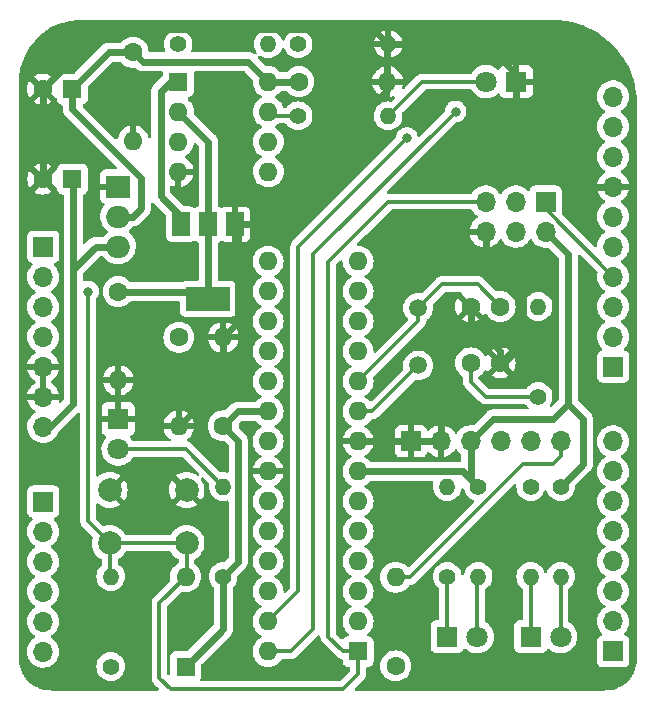
<source format=gtl>
G04 #@! TF.GenerationSoftware,KiCad,Pcbnew,6.0.11-3.fc36*
G04 #@! TF.CreationDate,2023-05-11T18:59:46+09:00*
G04 #@! TF.ProjectId,Tetiduino,54657469-6475-4696-9e6f-2e6b69636164,rev?*
G04 #@! TF.SameCoordinates,Original*
G04 #@! TF.FileFunction,Copper,L1,Top*
G04 #@! TF.FilePolarity,Positive*
%FSLAX46Y46*%
G04 Gerber Fmt 4.6, Leading zero omitted, Abs format (unit mm)*
G04 Created by KiCad (PCBNEW 6.0.11-3.fc36) date 2023-05-11 18:59:46*
%MOMM*%
%LPD*%
G01*
G04 APERTURE LIST*
G04 #@! TA.AperFunction,ComponentPad*
%ADD10R,1.700000X1.700000*%
G04 #@! TD*
G04 #@! TA.AperFunction,ComponentPad*
%ADD11O,1.700000X1.700000*%
G04 #@! TD*
G04 #@! TA.AperFunction,ComponentPad*
%ADD12C,1.400000*%
G04 #@! TD*
G04 #@! TA.AperFunction,ComponentPad*
%ADD13O,1.400000X1.400000*%
G04 #@! TD*
G04 #@! TA.AperFunction,ComponentPad*
%ADD14R,1.600000X1.600000*%
G04 #@! TD*
G04 #@! TA.AperFunction,ComponentPad*
%ADD15O,1.600000X1.600000*%
G04 #@! TD*
G04 #@! TA.AperFunction,ComponentPad*
%ADD16C,1.600000*%
G04 #@! TD*
G04 #@! TA.AperFunction,ComponentPad*
%ADD17C,2.000000*%
G04 #@! TD*
G04 #@! TA.AperFunction,ComponentPad*
%ADD18R,1.800000X1.800000*%
G04 #@! TD*
G04 #@! TA.AperFunction,ComponentPad*
%ADD19C,1.800000*%
G04 #@! TD*
G04 #@! TA.AperFunction,SMDPad,CuDef*
%ADD20R,1.500000X2.000000*%
G04 #@! TD*
G04 #@! TA.AperFunction,SMDPad,CuDef*
%ADD21R,3.800000X2.000000*%
G04 #@! TD*
G04 #@! TA.AperFunction,ComponentPad*
%ADD22R,2.000000X1.905000*%
G04 #@! TD*
G04 #@! TA.AperFunction,ComponentPad*
%ADD23O,2.000000X1.905000*%
G04 #@! TD*
G04 #@! TA.AperFunction,ComponentPad*
%ADD24C,1.500000*%
G04 #@! TD*
G04 #@! TA.AperFunction,ViaPad*
%ADD25C,0.800000*%
G04 #@! TD*
G04 #@! TA.AperFunction,Conductor*
%ADD26C,0.600000*%
G04 #@! TD*
G04 #@! TA.AperFunction,Conductor*
%ADD27C,0.300000*%
G04 #@! TD*
G04 APERTURE END LIST*
D10*
X124460000Y-102255000D03*
D11*
X124460000Y-104795000D03*
X124460000Y-107335000D03*
X124460000Y-109875000D03*
X124460000Y-112415000D03*
X124460000Y-114955000D03*
X124460000Y-117495000D03*
D12*
X146050000Y-91155000D03*
D13*
X153670000Y-91155000D03*
D14*
X136525000Y-137795000D03*
D15*
X136525000Y-130175000D03*
D16*
X160655000Y-112090000D03*
X163155000Y-112090000D03*
X160655000Y-107315000D03*
X163155000Y-107315000D03*
D14*
X126912380Y-88900000D03*
D16*
X124412380Y-88900000D03*
X130810000Y-106045000D03*
D15*
X130810000Y-113545000D03*
D16*
X139700000Y-117415000D03*
D15*
X139700000Y-109915000D03*
D10*
X155600000Y-118720000D03*
D11*
X158140000Y-118720000D03*
X160680000Y-118720000D03*
X163220000Y-118720000D03*
X165760000Y-118720000D03*
X168300000Y-118720000D03*
D17*
X136600000Y-127345000D03*
X130100000Y-127345000D03*
X130100000Y-122845000D03*
X136600000Y-122845000D03*
D18*
X164500000Y-88265000D03*
D19*
X161960000Y-88265000D03*
D20*
X140730000Y-100355000D03*
D21*
X138430000Y-106655000D03*
D20*
X138430000Y-100355000D03*
X136130000Y-100355000D03*
D16*
X146110000Y-88265000D03*
D15*
X153610000Y-88265000D03*
D18*
X165730000Y-135255000D03*
D19*
X168270000Y-135255000D03*
D14*
X135900000Y-88275000D03*
D15*
X135900000Y-90815000D03*
X135900000Y-93355000D03*
X135900000Y-95895000D03*
X143520000Y-95895000D03*
X143520000Y-93355000D03*
X143520000Y-90815000D03*
X143520000Y-88275000D03*
D12*
X135890000Y-85090000D03*
D13*
X143510000Y-85090000D03*
D14*
X151120000Y-136515000D03*
D15*
X151120000Y-133975000D03*
X151120000Y-131435000D03*
X151120000Y-128895000D03*
X151120000Y-126355000D03*
X151120000Y-123815000D03*
X151120000Y-121275000D03*
X151120000Y-118735000D03*
X151120000Y-116195000D03*
X151120000Y-113655000D03*
X151120000Y-111115000D03*
X151120000Y-108575000D03*
X151120000Y-106035000D03*
X151120000Y-103495000D03*
X143500000Y-103495000D03*
X143500000Y-106035000D03*
X143500000Y-108575000D03*
X143500000Y-111115000D03*
X143500000Y-113655000D03*
X143500000Y-116195000D03*
X143500000Y-118735000D03*
X143500000Y-121275000D03*
X143500000Y-123815000D03*
X143500000Y-126355000D03*
X143500000Y-128895000D03*
X143500000Y-131435000D03*
X143500000Y-133975000D03*
X143500000Y-136515000D03*
D12*
X168275000Y-122555000D03*
D13*
X168275000Y-130175000D03*
D12*
X139700000Y-130175000D03*
D13*
X139700000Y-122555000D03*
D12*
X165735000Y-122555000D03*
D13*
X165735000Y-130175000D03*
D14*
X126932380Y-96520000D03*
D16*
X124432380Y-96520000D03*
D12*
X130175000Y-137795000D03*
D13*
X130175000Y-130175000D03*
D12*
X166370000Y-114935000D03*
D13*
X166370000Y-107315000D03*
D10*
X172720000Y-136510000D03*
D11*
X172720000Y-133970000D03*
X172720000Y-131430000D03*
X172720000Y-128890000D03*
X172720000Y-126350000D03*
X172720000Y-123810000D03*
X172720000Y-121270000D03*
X172720000Y-118730000D03*
D10*
X167005000Y-98425000D03*
D11*
X167005000Y-100965000D03*
X164465000Y-98425000D03*
X164465000Y-100965000D03*
X161925000Y-98425000D03*
X161925000Y-100965000D03*
D12*
X158670000Y-130175000D03*
D13*
X158670000Y-122555000D03*
D16*
X132080000Y-85785000D03*
D15*
X132080000Y-93285000D03*
D22*
X130810000Y-97155000D03*
D23*
X130810000Y-99695000D03*
X130810000Y-102235000D03*
D18*
X158670000Y-135255000D03*
D19*
X161210000Y-135255000D03*
D10*
X124460000Y-123825000D03*
D11*
X124460000Y-126365000D03*
X124460000Y-128905000D03*
X124460000Y-131445000D03*
X124460000Y-133985000D03*
X124460000Y-136525000D03*
D24*
X156210000Y-112305000D03*
X156210000Y-107425000D03*
D16*
X135950000Y-109915000D03*
D15*
X135950000Y-117415000D03*
D18*
X130810000Y-116840000D03*
D19*
X130810000Y-119380000D03*
D16*
X154305000Y-137735000D03*
D15*
X154305000Y-130235000D03*
D10*
X172720000Y-112395000D03*
D11*
X172720000Y-109855000D03*
X172720000Y-107315000D03*
X172720000Y-104775000D03*
X172720000Y-102235000D03*
X172720000Y-99695000D03*
X172720000Y-97155000D03*
X172720000Y-94615000D03*
X172720000Y-92075000D03*
X172720000Y-89535000D03*
D12*
X161290000Y-122555000D03*
D13*
X161290000Y-130175000D03*
D12*
X146050000Y-85090000D03*
D13*
X153670000Y-85090000D03*
D25*
X155257500Y-93027500D03*
X159385000Y-90805000D03*
X128270000Y-106045000D03*
D26*
X161925000Y-85090000D02*
X164500000Y-87665000D01*
X158140000Y-111100000D02*
X158140000Y-118720000D01*
X129492380Y-83820000D02*
X124412380Y-88900000D01*
X140970000Y-100595000D02*
X140730000Y-100355000D01*
X159385000Y-109855000D02*
X160655000Y-108585000D01*
X124412380Y-88900000D02*
X124412380Y-96500000D01*
X161925000Y-102870000D02*
X161925000Y-100965000D01*
X163155000Y-112090000D02*
X163500000Y-112090000D01*
X172720000Y-97155000D02*
X170180000Y-97155000D01*
X139700000Y-109915000D02*
X140970000Y-108645000D01*
X153610000Y-85150000D02*
X153670000Y-85090000D01*
X153610000Y-88265000D02*
X153610000Y-85150000D01*
X165100000Y-110490000D02*
X165100000Y-106045000D01*
X165100000Y-106045000D02*
X161925000Y-102870000D01*
X164500000Y-91475000D02*
X164500000Y-88265000D01*
X159385000Y-109855000D02*
X158140000Y-111100000D01*
X163500000Y-112090000D02*
X165100000Y-110490000D01*
X155600000Y-118720000D02*
X158140000Y-118720000D01*
X152400000Y-83820000D02*
X129492380Y-83820000D01*
X161925000Y-109855000D02*
X159385000Y-109855000D01*
X164500000Y-87665000D02*
X164500000Y-88265000D01*
X153670000Y-85090000D02*
X152400000Y-83820000D01*
X139700000Y-109915000D02*
X139700000Y-113665000D01*
X142215000Y-100355000D02*
X140730000Y-100355000D01*
X139700000Y-113665000D02*
X135950000Y-117415000D01*
X153670000Y-85090000D02*
X161925000Y-85090000D01*
X163155000Y-112090000D02*
X163155000Y-111085000D01*
X155585000Y-118735000D02*
X155600000Y-118720000D01*
X163155000Y-111085000D02*
X161925000Y-109855000D01*
X140970000Y-108645000D02*
X140970000Y-100595000D01*
X170180000Y-97155000D02*
X164500000Y-91475000D01*
X142215000Y-100355000D02*
X153610000Y-88960000D01*
X153610000Y-88960000D02*
X153610000Y-88265000D01*
X151120000Y-118735000D02*
X155585000Y-118735000D01*
X160655000Y-108585000D02*
X160655000Y-107315000D01*
X124412380Y-96500000D02*
X124432380Y-96520000D01*
X140970000Y-128905000D02*
X139700000Y-130175000D01*
X132080000Y-85785000D02*
X130027380Y-85785000D01*
X170180000Y-116840000D02*
X168910000Y-115570000D01*
X132879999Y-86584999D02*
X141829999Y-86584999D01*
X160680000Y-121945000D02*
X161290000Y-122555000D01*
X160010000Y-121275000D02*
X161290000Y-122555000D01*
X139700000Y-134620000D02*
X136525000Y-137795000D01*
X151120000Y-121275000D02*
X160010000Y-121275000D01*
X139700000Y-117415000D02*
X140970000Y-118685000D01*
X130810000Y-99695000D02*
X132080000Y-99695000D01*
X170180000Y-120650000D02*
X170180000Y-116840000D01*
X132778261Y-98996739D02*
X132778261Y-96456739D01*
X140970000Y-118685000D02*
X140970000Y-128905000D01*
X167640000Y-116840000D02*
X168910000Y-115570000D01*
X132080000Y-85785000D02*
X132879999Y-86584999D01*
X132080000Y-99695000D02*
X132778261Y-98996739D01*
X168275000Y-122555000D02*
X170180000Y-120650000D01*
X160680000Y-118720000D02*
X160680000Y-121945000D01*
X126912380Y-90590858D02*
X126912380Y-88900000D01*
X143520000Y-88275000D02*
X146100000Y-88275000D01*
X146100000Y-88275000D02*
X146110000Y-88265000D01*
X130027380Y-85785000D02*
X126912380Y-88900000D01*
X160680000Y-118720000D02*
X162560000Y-116840000D01*
X141829999Y-86584999D02*
X143520000Y-88275000D01*
X143500000Y-116195000D02*
X140920000Y-116195000D01*
X132778261Y-96456739D02*
X126912380Y-90590858D01*
X162560000Y-116840000D02*
X167640000Y-116840000D01*
X168910000Y-115570000D02*
X168910000Y-102870000D01*
X140920000Y-116195000D02*
X139700000Y-117415000D01*
X139700000Y-130175000D02*
X139700000Y-134620000D01*
X168910000Y-102870000D02*
X167005000Y-100965000D01*
D27*
X161210000Y-130255000D02*
X161290000Y-130175000D01*
X161210000Y-135255000D02*
X161210000Y-130255000D01*
X146050000Y-131425000D02*
X143500000Y-133975000D01*
X155257500Y-93027500D02*
X146050000Y-102235000D01*
X146050000Y-102235000D02*
X146050000Y-131425000D01*
X159385000Y-90805000D02*
X147320000Y-102870000D01*
X145425000Y-136515000D02*
X143500000Y-136515000D01*
X147320000Y-134620000D02*
X145425000Y-136515000D01*
X147320000Y-102870000D02*
X147320000Y-134620000D01*
X158670000Y-135255000D02*
X158670000Y-130175000D01*
X168270000Y-135255000D02*
X168270000Y-130180000D01*
X168270000Y-130180000D02*
X168275000Y-130175000D01*
X156560000Y-88265000D02*
X153670000Y-91155000D01*
X161960000Y-88265000D02*
X156560000Y-88265000D01*
X165730000Y-135255000D02*
X165730000Y-130180000D01*
X165730000Y-130180000D02*
X165735000Y-130175000D01*
X134302500Y-132397500D02*
X134302500Y-138747500D01*
X149860000Y-139700000D02*
X151130000Y-138430000D01*
X153670000Y-98425000D02*
X161925000Y-98425000D01*
X136525000Y-130175000D02*
X134302500Y-132397500D01*
X151130000Y-138430000D02*
X151120000Y-138420000D01*
X130100000Y-130100000D02*
X130175000Y-130175000D01*
X134302500Y-138747500D02*
X135255000Y-139700000D01*
X136600000Y-127345000D02*
X136600000Y-130100000D01*
X148590000Y-103505000D02*
X153670000Y-98425000D01*
X151120000Y-136515000D02*
X149850000Y-136515000D01*
X151120000Y-138420000D02*
X151120000Y-136515000D01*
X130100000Y-127345000D02*
X130100000Y-130100000D01*
X149850000Y-136515000D02*
X148590000Y-135255000D01*
X128270000Y-125515000D02*
X130100000Y-127345000D01*
X136600000Y-130100000D02*
X136525000Y-130175000D01*
X128270000Y-106045000D02*
X128270000Y-125515000D01*
X130100000Y-127345000D02*
X136600000Y-127345000D01*
X148590000Y-135255000D02*
X148590000Y-103505000D01*
X135255000Y-139700000D02*
X149860000Y-139700000D01*
D26*
X137820000Y-106045000D02*
X138430000Y-106655000D01*
X138430000Y-100355000D02*
X138430000Y-106655000D01*
X138430000Y-100355000D02*
X138430000Y-93345000D01*
X130810000Y-106045000D02*
X137820000Y-106045000D01*
X138430000Y-93345000D02*
X135900000Y-90815000D01*
X127000000Y-115570000D02*
X127000000Y-104140000D01*
X124460000Y-117495000D02*
X125075000Y-117495000D01*
X125075000Y-117495000D02*
X127000000Y-115570000D01*
X127000000Y-96587620D02*
X126932380Y-96520000D01*
X128905000Y-102235000D02*
X130810000Y-102235000D01*
X127000000Y-104140000D02*
X127000000Y-96587620D01*
X127000000Y-104140000D02*
X128905000Y-102235000D01*
D27*
X167005000Y-99060000D02*
X172720000Y-104775000D01*
X167005000Y-98425000D02*
X167005000Y-99060000D01*
X167640000Y-120650000D02*
X165100000Y-120650000D01*
X168300000Y-119990000D02*
X167640000Y-120650000D01*
X155515000Y-130235000D02*
X154305000Y-130235000D01*
X165100000Y-120650000D02*
X155515000Y-130235000D01*
X168300000Y-118720000D02*
X168300000Y-119990000D01*
X151120000Y-116195000D02*
X152320000Y-116195000D01*
X152320000Y-116195000D02*
X156210000Y-112305000D01*
X160655000Y-113665000D02*
X161925000Y-114935000D01*
X160655000Y-112090000D02*
X160655000Y-113665000D01*
X161925000Y-114935000D02*
X166370000Y-114935000D01*
X139700000Y-122555000D02*
X136525000Y-119380000D01*
X136525000Y-119380000D02*
X130810000Y-119380000D01*
X143860000Y-91155000D02*
X143520000Y-90815000D01*
X146050000Y-91155000D02*
X143860000Y-91155000D01*
X158225000Y-105410000D02*
X161250000Y-105410000D01*
X161250000Y-105410000D02*
X163155000Y-107315000D01*
X156210000Y-108565000D02*
X156210000Y-107425000D01*
X156210000Y-107425000D02*
X158225000Y-105410000D01*
X151120000Y-113655000D02*
X156210000Y-108565000D01*
D26*
X136130000Y-99720000D02*
X136130000Y-100355000D01*
X134410000Y-89110000D02*
X135245000Y-88275000D01*
X134410000Y-98000000D02*
X134410000Y-89110000D01*
X135245000Y-88275000D02*
X135900000Y-88275000D01*
X134410000Y-98000000D02*
X136130000Y-99720000D01*
G04 #@! TA.AperFunction,Conductor*
G36*
X167610018Y-83060000D02*
G01*
X167624852Y-83062310D01*
X167624855Y-83062310D01*
X167633724Y-83063691D01*
X167642627Y-83062527D01*
X167642628Y-83062527D01*
X167655874Y-83060795D01*
X167676703Y-83059811D01*
X167908761Y-83068099D01*
X168142836Y-83076459D01*
X168151808Y-83077101D01*
X168647597Y-83130404D01*
X168656500Y-83131684D01*
X168901865Y-83175952D01*
X169147233Y-83220222D01*
X169156017Y-83222133D01*
X169639186Y-83345454D01*
X169647806Y-83347986D01*
X169773305Y-83389756D01*
X170120944Y-83505461D01*
X170129371Y-83508604D01*
X170590071Y-83699432D01*
X170598253Y-83703169D01*
X171042536Y-83925561D01*
X171044150Y-83926369D01*
X171052039Y-83930677D01*
X171217726Y-84028983D01*
X171480897Y-84185130D01*
X171488464Y-84189993D01*
X171898068Y-84474386D01*
X171905268Y-84479776D01*
X172293534Y-84792660D01*
X172300331Y-84798549D01*
X172334257Y-84830135D01*
X172665296Y-85138344D01*
X172671656Y-85144704D01*
X172861374Y-85348475D01*
X173001912Y-85499423D01*
X173011450Y-85509668D01*
X173017340Y-85516466D01*
X173330224Y-85904732D01*
X173335614Y-85911932D01*
X173620007Y-86321536D01*
X173624870Y-86329103D01*
X173879321Y-86757956D01*
X173883628Y-86765845D01*
X173949607Y-86897654D01*
X174106831Y-87211747D01*
X174110568Y-87219929D01*
X174301396Y-87680629D01*
X174304539Y-87689056D01*
X174407525Y-87998478D01*
X174460554Y-88157804D01*
X174462013Y-88162189D01*
X174464546Y-88170814D01*
X174559252Y-88541870D01*
X174587867Y-88653981D01*
X174589778Y-88662767D01*
X174600114Y-88720055D01*
X174678316Y-89153500D01*
X174679596Y-89162403D01*
X174732899Y-89658192D01*
X174733541Y-89667164D01*
X174749920Y-90125769D01*
X174748500Y-90149649D01*
X174747690Y-90154848D01*
X174747690Y-90154855D01*
X174746309Y-90163724D01*
X174749958Y-90191625D01*
X174750436Y-90195283D01*
X174751500Y-90211621D01*
X174751500Y-137110633D01*
X174750000Y-137130018D01*
X174747690Y-137144851D01*
X174747690Y-137144855D01*
X174746309Y-137153724D01*
X174748544Y-137170811D01*
X174748662Y-137171716D01*
X174749528Y-137195117D01*
X174737546Y-137408489D01*
X174735131Y-137451488D01*
X174733550Y-137465524D01*
X174731478Y-137477715D01*
X174685830Y-137746376D01*
X174682686Y-137760151D01*
X174603823Y-138033891D01*
X174599156Y-138047228D01*
X174490139Y-138310418D01*
X174484008Y-138323148D01*
X174346214Y-138572468D01*
X174338697Y-138584432D01*
X174173851Y-138816762D01*
X174165042Y-138827808D01*
X173975215Y-139040224D01*
X173965224Y-139050215D01*
X173758355Y-139235086D01*
X173752810Y-139240041D01*
X173741762Y-139248851D01*
X173509432Y-139413697D01*
X173497468Y-139421214D01*
X173248148Y-139559008D01*
X173235418Y-139565139D01*
X172972228Y-139674156D01*
X172958891Y-139678823D01*
X172685151Y-139757686D01*
X172671376Y-139760830D01*
X172530953Y-139784689D01*
X172390524Y-139808550D01*
X172376490Y-139810131D01*
X172307407Y-139814010D01*
X172127407Y-139824118D01*
X172100964Y-139822817D01*
X172100151Y-139822690D01*
X172100145Y-139822690D01*
X172091276Y-139821309D01*
X172082374Y-139822473D01*
X172082372Y-139822473D01*
X172067323Y-139824441D01*
X172059714Y-139825436D01*
X172043379Y-139826500D01*
X150968950Y-139826500D01*
X150900829Y-139806498D01*
X150854336Y-139752842D01*
X150844232Y-139682568D01*
X150873726Y-139617988D01*
X150879855Y-139611405D01*
X151543191Y-138948069D01*
X151561463Y-138932952D01*
X151562377Y-138932331D01*
X151562378Y-138932330D01*
X151568935Y-138927874D01*
X151607646Y-138883965D01*
X151613065Y-138878195D01*
X151624927Y-138866333D01*
X151635216Y-138853070D01*
X151640258Y-138846975D01*
X151673717Y-138809023D01*
X151673719Y-138809020D01*
X151678961Y-138803074D01*
X151683062Y-138795025D01*
X151695764Y-138775011D01*
X151696445Y-138774133D01*
X151701304Y-138767869D01*
X151724562Y-138714124D01*
X151727922Y-138706982D01*
X151754494Y-138654832D01*
X151756463Y-138646021D01*
X151763790Y-138623472D01*
X151767380Y-138615177D01*
X151776538Y-138557349D01*
X151778022Y-138549573D01*
X151789058Y-138500204D01*
X151789058Y-138500201D01*
X151790788Y-138492463D01*
X151790504Y-138483438D01*
X151791994Y-138459763D01*
X151792166Y-138458677D01*
X151793406Y-138450848D01*
X151787898Y-138392574D01*
X151787401Y-138384676D01*
X151785811Y-138334095D01*
X151785562Y-138326169D01*
X151783349Y-138318552D01*
X151782110Y-138310729D01*
X151782310Y-138310697D01*
X151778500Y-138283930D01*
X151778500Y-137949500D01*
X151798502Y-137881379D01*
X151852158Y-137834886D01*
X151904500Y-137823500D01*
X151968134Y-137823500D01*
X152030316Y-137816745D01*
X152166705Y-137765615D01*
X152207554Y-137735000D01*
X152991502Y-137735000D01*
X153011457Y-137963087D01*
X153012881Y-137968400D01*
X153012881Y-137968402D01*
X153052176Y-138115050D01*
X153070716Y-138184243D01*
X153073039Y-138189224D01*
X153073039Y-138189225D01*
X153165151Y-138386762D01*
X153165154Y-138386767D01*
X153167477Y-138391749D01*
X153203333Y-138442956D01*
X153280697Y-138553443D01*
X153298802Y-138579300D01*
X153460700Y-138741198D01*
X153465208Y-138744355D01*
X153465211Y-138744357D01*
X153484470Y-138757842D01*
X153648251Y-138872523D01*
X153653233Y-138874846D01*
X153653238Y-138874849D01*
X153850775Y-138966961D01*
X153855757Y-138969284D01*
X153861065Y-138970706D01*
X153861067Y-138970707D01*
X154071598Y-139027119D01*
X154071600Y-139027119D01*
X154076913Y-139028543D01*
X154305000Y-139048498D01*
X154533087Y-139028543D01*
X154538400Y-139027119D01*
X154538402Y-139027119D01*
X154748933Y-138970707D01*
X154748935Y-138970706D01*
X154754243Y-138969284D01*
X154759225Y-138966961D01*
X154956762Y-138874849D01*
X154956767Y-138874846D01*
X154961749Y-138872523D01*
X155125530Y-138757842D01*
X155144789Y-138744357D01*
X155144792Y-138744355D01*
X155149300Y-138741198D01*
X155311198Y-138579300D01*
X155329304Y-138553443D01*
X155406667Y-138442956D01*
X155442523Y-138391749D01*
X155444846Y-138386767D01*
X155444849Y-138386762D01*
X155536961Y-138189225D01*
X155536961Y-138189224D01*
X155539284Y-138184243D01*
X155557825Y-138115050D01*
X155597119Y-137968402D01*
X155597119Y-137968400D01*
X155598543Y-137963087D01*
X155618498Y-137735000D01*
X155598543Y-137506913D01*
X155595359Y-137495031D01*
X155540707Y-137291067D01*
X155540706Y-137291065D01*
X155539284Y-137285757D01*
X155497019Y-137195119D01*
X155444849Y-137083238D01*
X155444846Y-137083233D01*
X155442523Y-137078251D01*
X155311198Y-136890700D01*
X155149300Y-136728802D01*
X155144792Y-136725645D01*
X155144789Y-136725643D01*
X155047610Y-136657598D01*
X154961749Y-136597477D01*
X154956767Y-136595154D01*
X154956762Y-136595151D01*
X154759225Y-136503039D01*
X154759224Y-136503039D01*
X154754243Y-136500716D01*
X154748935Y-136499294D01*
X154748933Y-136499293D01*
X154538402Y-136442881D01*
X154538400Y-136442881D01*
X154533087Y-136441457D01*
X154305000Y-136421502D01*
X154076913Y-136441457D01*
X154071600Y-136442881D01*
X154071598Y-136442881D01*
X153861067Y-136499293D01*
X153861065Y-136499294D01*
X153855757Y-136500716D01*
X153850776Y-136503039D01*
X153850775Y-136503039D01*
X153653238Y-136595151D01*
X153653233Y-136595154D01*
X153648251Y-136597477D01*
X153562390Y-136657598D01*
X153465211Y-136725643D01*
X153465208Y-136725645D01*
X153460700Y-136728802D01*
X153298802Y-136890700D01*
X153167477Y-137078251D01*
X153165154Y-137083233D01*
X153165151Y-137083238D01*
X153112981Y-137195119D01*
X153070716Y-137285757D01*
X153069294Y-137291065D01*
X153069293Y-137291067D01*
X153014641Y-137495031D01*
X153011457Y-137506913D01*
X152991502Y-137735000D01*
X152207554Y-137735000D01*
X152283261Y-137678261D01*
X152370615Y-137561705D01*
X152421745Y-137425316D01*
X152428500Y-137363134D01*
X152428500Y-136203134D01*
X157261500Y-136203134D01*
X157268255Y-136265316D01*
X157319385Y-136401705D01*
X157406739Y-136518261D01*
X157523295Y-136605615D01*
X157659684Y-136656745D01*
X157721866Y-136663500D01*
X159618134Y-136663500D01*
X159680316Y-136656745D01*
X159816705Y-136605615D01*
X159933261Y-136518261D01*
X160020615Y-136401705D01*
X160045180Y-136336178D01*
X160087822Y-136279414D01*
X160154383Y-136254714D01*
X160223732Y-136269921D01*
X160243647Y-136283464D01*
X160308724Y-136337492D01*
X160399349Y-136412730D01*
X160599322Y-136529584D01*
X160604147Y-136531426D01*
X160604148Y-136531427D01*
X160638082Y-136544385D01*
X160815694Y-136612209D01*
X160820760Y-136613240D01*
X160820761Y-136613240D01*
X160873846Y-136624040D01*
X161042656Y-136658385D01*
X161172089Y-136663131D01*
X161268949Y-136666683D01*
X161268953Y-136666683D01*
X161274113Y-136666872D01*
X161279233Y-136666216D01*
X161279235Y-136666216D01*
X161366444Y-136655044D01*
X161503847Y-136637442D01*
X161508795Y-136635957D01*
X161508802Y-136635956D01*
X161720747Y-136572369D01*
X161725690Y-136570886D01*
X161730324Y-136568616D01*
X161929049Y-136471262D01*
X161929052Y-136471260D01*
X161933684Y-136468991D01*
X162122243Y-136334494D01*
X162254062Y-136203134D01*
X164321500Y-136203134D01*
X164328255Y-136265316D01*
X164379385Y-136401705D01*
X164466739Y-136518261D01*
X164583295Y-136605615D01*
X164719684Y-136656745D01*
X164781866Y-136663500D01*
X166678134Y-136663500D01*
X166740316Y-136656745D01*
X166876705Y-136605615D01*
X166993261Y-136518261D01*
X167080615Y-136401705D01*
X167105180Y-136336178D01*
X167147822Y-136279414D01*
X167214383Y-136254714D01*
X167283732Y-136269921D01*
X167303647Y-136283464D01*
X167368724Y-136337492D01*
X167459349Y-136412730D01*
X167659322Y-136529584D01*
X167664147Y-136531426D01*
X167664148Y-136531427D01*
X167698082Y-136544385D01*
X167875694Y-136612209D01*
X167880760Y-136613240D01*
X167880761Y-136613240D01*
X167933846Y-136624040D01*
X168102656Y-136658385D01*
X168232089Y-136663131D01*
X168328949Y-136666683D01*
X168328953Y-136666683D01*
X168334113Y-136666872D01*
X168339233Y-136666216D01*
X168339235Y-136666216D01*
X168426444Y-136655044D01*
X168563847Y-136637442D01*
X168568795Y-136635957D01*
X168568802Y-136635956D01*
X168780747Y-136572369D01*
X168785690Y-136570886D01*
X168790324Y-136568616D01*
X168989049Y-136471262D01*
X168989052Y-136471260D01*
X168993684Y-136468991D01*
X169182243Y-136334494D01*
X169346303Y-136171005D01*
X169481458Y-135982917D01*
X169531908Y-135880840D01*
X169581784Y-135779922D01*
X169581785Y-135779920D01*
X169584078Y-135775280D01*
X169651408Y-135553671D01*
X169681640Y-135324041D01*
X169681828Y-135316364D01*
X169683245Y-135258365D01*
X169683245Y-135258361D01*
X169683327Y-135255000D01*
X169673116Y-135130805D01*
X169664773Y-135029318D01*
X169664772Y-135029312D01*
X169664349Y-135024167D01*
X169621478Y-134853489D01*
X169609184Y-134804544D01*
X169609183Y-134804540D01*
X169607925Y-134799533D01*
X169603818Y-134790088D01*
X169517630Y-134591868D01*
X169517628Y-134591865D01*
X169515570Y-134587131D01*
X169389764Y-134392665D01*
X169382012Y-134384145D01*
X169258481Y-134248387D01*
X169233887Y-134221358D01*
X169229836Y-134218159D01*
X169229832Y-134218155D01*
X169056181Y-134081015D01*
X169052123Y-134077810D01*
X168993605Y-134045506D01*
X168943636Y-133995075D01*
X168928878Y-133936695D01*
X171357251Y-133936695D01*
X171357548Y-133941848D01*
X171357548Y-133941851D01*
X171365387Y-134077810D01*
X171370110Y-134159715D01*
X171371247Y-134164761D01*
X171371248Y-134164767D01*
X171386607Y-134232918D01*
X171419222Y-134377639D01*
X171503266Y-134584616D01*
X171534912Y-134636257D01*
X171615827Y-134768299D01*
X171619987Y-134775088D01*
X171766250Y-134943938D01*
X171770230Y-134947242D01*
X171774981Y-134951187D01*
X171814616Y-135010090D01*
X171816113Y-135081071D01*
X171778997Y-135141593D01*
X171738725Y-135166112D01*
X171720221Y-135173049D01*
X171623295Y-135209385D01*
X171506739Y-135296739D01*
X171419385Y-135413295D01*
X171368255Y-135549684D01*
X171361500Y-135611866D01*
X171361500Y-137408134D01*
X171368255Y-137470316D01*
X171419385Y-137606705D01*
X171506739Y-137723261D01*
X171623295Y-137810615D01*
X171759684Y-137861745D01*
X171821866Y-137868500D01*
X173618134Y-137868500D01*
X173680316Y-137861745D01*
X173816705Y-137810615D01*
X173933261Y-137723261D01*
X174020615Y-137606705D01*
X174071745Y-137470316D01*
X174078500Y-137408134D01*
X174078500Y-135611866D01*
X174071745Y-135549684D01*
X174020615Y-135413295D01*
X173933261Y-135296739D01*
X173816705Y-135209385D01*
X173785618Y-135197731D01*
X173698203Y-135164960D01*
X173641439Y-135122318D01*
X173616739Y-135055756D01*
X173631947Y-134986408D01*
X173653493Y-134957727D01*
X173654390Y-134956833D01*
X173758096Y-134853489D01*
X173793430Y-134804317D01*
X173885435Y-134676277D01*
X173888453Y-134672077D01*
X173906157Y-134636257D01*
X173985136Y-134476453D01*
X173985137Y-134476451D01*
X173987430Y-134471811D01*
X174044155Y-134285108D01*
X174050865Y-134263023D01*
X174050865Y-134263021D01*
X174052370Y-134258069D01*
X174081529Y-134036590D01*
X174082189Y-134009566D01*
X174083074Y-133973365D01*
X174083074Y-133973361D01*
X174083156Y-133970000D01*
X174064852Y-133747361D01*
X174010431Y-133530702D01*
X173921354Y-133325840D01*
X173800014Y-133138277D01*
X173649670Y-132973051D01*
X173645619Y-132969852D01*
X173645615Y-132969848D01*
X173478414Y-132837800D01*
X173478410Y-132837798D01*
X173474359Y-132834598D01*
X173433053Y-132811796D01*
X173383084Y-132761364D01*
X173368312Y-132691921D01*
X173393428Y-132625516D01*
X173420780Y-132598909D01*
X173477674Y-132558327D01*
X173599860Y-132471173D01*
X173636666Y-132434496D01*
X173754435Y-132317137D01*
X173758096Y-132313489D01*
X173817594Y-132230689D01*
X173885435Y-132136277D01*
X173888453Y-132132077D01*
X173906157Y-132096257D01*
X173985136Y-131936453D01*
X173985137Y-131936451D01*
X173987430Y-131931811D01*
X174038759Y-131762868D01*
X174050865Y-131723023D01*
X174050865Y-131723021D01*
X174052370Y-131718069D01*
X174081529Y-131496590D01*
X174081727Y-131488498D01*
X174083074Y-131433365D01*
X174083074Y-131433361D01*
X174083156Y-131430000D01*
X174064852Y-131207361D01*
X174010431Y-130990702D01*
X173921354Y-130785840D01*
X173800014Y-130598277D01*
X173649670Y-130433051D01*
X173645619Y-130429852D01*
X173645615Y-130429848D01*
X173478414Y-130297800D01*
X173478410Y-130297798D01*
X173474359Y-130294598D01*
X173433053Y-130271796D01*
X173383084Y-130221364D01*
X173368312Y-130151921D01*
X173393428Y-130085516D01*
X173420780Y-130058909D01*
X173485993Y-130012393D01*
X173599860Y-129931173D01*
X173758096Y-129773489D01*
X173817594Y-129690689D01*
X173885435Y-129596277D01*
X173888453Y-129592077D01*
X173892822Y-129583238D01*
X173985136Y-129396453D01*
X173985137Y-129396451D01*
X173987430Y-129391811D01*
X174041667Y-129213296D01*
X174050865Y-129183023D01*
X174050865Y-129183021D01*
X174052370Y-129178069D01*
X174081529Y-128956590D01*
X174081899Y-128941457D01*
X174083074Y-128893365D01*
X174083074Y-128893361D01*
X174083156Y-128890000D01*
X174064852Y-128667361D01*
X174010431Y-128450702D01*
X173921354Y-128245840D01*
X173800014Y-128058277D01*
X173649670Y-127893051D01*
X173645619Y-127889852D01*
X173645615Y-127889848D01*
X173478414Y-127757800D01*
X173478410Y-127757798D01*
X173474359Y-127754598D01*
X173433053Y-127731796D01*
X173383084Y-127681364D01*
X173368312Y-127611921D01*
X173393428Y-127545516D01*
X173420780Y-127518909D01*
X173477674Y-127478327D01*
X173599860Y-127391173D01*
X173641248Y-127349930D01*
X173754435Y-127237137D01*
X173758096Y-127233489D01*
X173817594Y-127150689D01*
X173885435Y-127056277D01*
X173888453Y-127052077D01*
X173906157Y-127016257D01*
X173985136Y-126856453D01*
X173985137Y-126856451D01*
X173987430Y-126851811D01*
X174019900Y-126744940D01*
X174050865Y-126643023D01*
X174050865Y-126643021D01*
X174052370Y-126638069D01*
X174081529Y-126416590D01*
X174082790Y-126365000D01*
X174083074Y-126353365D01*
X174083074Y-126353361D01*
X174083156Y-126350000D01*
X174064852Y-126127361D01*
X174010431Y-125910702D01*
X173921354Y-125705840D01*
X173865065Y-125618831D01*
X173802822Y-125522617D01*
X173802820Y-125522614D01*
X173800014Y-125518277D01*
X173649670Y-125353051D01*
X173645619Y-125349852D01*
X173645615Y-125349848D01*
X173478414Y-125217800D01*
X173478410Y-125217798D01*
X173474359Y-125214598D01*
X173433053Y-125191796D01*
X173383084Y-125141364D01*
X173368312Y-125071921D01*
X173393428Y-125005516D01*
X173420780Y-124978909D01*
X173464603Y-124947650D01*
X173599860Y-124851173D01*
X173758096Y-124693489D01*
X173817594Y-124610689D01*
X173885435Y-124516277D01*
X173888453Y-124512077D01*
X173906157Y-124476257D01*
X173985136Y-124316453D01*
X173985137Y-124316451D01*
X173987430Y-124311811D01*
X174052370Y-124098069D01*
X174081529Y-123876590D01*
X174081611Y-123873240D01*
X174083074Y-123813365D01*
X174083074Y-123813361D01*
X174083156Y-123810000D01*
X174064852Y-123587361D01*
X174010431Y-123370702D01*
X173921354Y-123165840D01*
X173800014Y-122978277D01*
X173649670Y-122813051D01*
X173645619Y-122809852D01*
X173645615Y-122809848D01*
X173478414Y-122677800D01*
X173478410Y-122677798D01*
X173474359Y-122674598D01*
X173433053Y-122651796D01*
X173383084Y-122601364D01*
X173368312Y-122531921D01*
X173393428Y-122465516D01*
X173420780Y-122438909D01*
X173464603Y-122407650D01*
X173599860Y-122311173D01*
X173758096Y-122153489D01*
X173817594Y-122070689D01*
X173885435Y-121976277D01*
X173888453Y-121972077D01*
X173897673Y-121953423D01*
X173985136Y-121776453D01*
X173985137Y-121776451D01*
X173987430Y-121771811D01*
X174032123Y-121624710D01*
X174050865Y-121563023D01*
X174050865Y-121563021D01*
X174052370Y-121558069D01*
X174081529Y-121336590D01*
X174081611Y-121333240D01*
X174083074Y-121273365D01*
X174083074Y-121273361D01*
X174083156Y-121270000D01*
X174064852Y-121047361D01*
X174010431Y-120830702D01*
X173921354Y-120625840D01*
X173843609Y-120505665D01*
X173802822Y-120442617D01*
X173802820Y-120442614D01*
X173800014Y-120438277D01*
X173649670Y-120273051D01*
X173645619Y-120269852D01*
X173645615Y-120269848D01*
X173478414Y-120137800D01*
X173478410Y-120137798D01*
X173474359Y-120134598D01*
X173433053Y-120111796D01*
X173383084Y-120061364D01*
X173368312Y-119991921D01*
X173393428Y-119925516D01*
X173420780Y-119898909D01*
X173470325Y-119863569D01*
X173599860Y-119771173D01*
X173758096Y-119613489D01*
X173762661Y-119607137D01*
X173885435Y-119436277D01*
X173888453Y-119432077D01*
X173892926Y-119423028D01*
X173985136Y-119236453D01*
X173985137Y-119236451D01*
X173987430Y-119231811D01*
X174052370Y-119018069D01*
X174081529Y-118796590D01*
X174081809Y-118785124D01*
X174083074Y-118733365D01*
X174083074Y-118733361D01*
X174083156Y-118730000D01*
X174064852Y-118507361D01*
X174010431Y-118290702D01*
X173921354Y-118085840D01*
X173800014Y-117898277D01*
X173649670Y-117733051D01*
X173645619Y-117729852D01*
X173645615Y-117729848D01*
X173478414Y-117597800D01*
X173478410Y-117597798D01*
X173474359Y-117594598D01*
X173462045Y-117587800D01*
X173318388Y-117508498D01*
X173278789Y-117486638D01*
X173273920Y-117484914D01*
X173273916Y-117484912D01*
X173073087Y-117413795D01*
X173073083Y-117413794D01*
X173068212Y-117412069D01*
X173063119Y-117411162D01*
X173063116Y-117411161D01*
X172853373Y-117373800D01*
X172853367Y-117373799D01*
X172848284Y-117372894D01*
X172774452Y-117371992D01*
X172630081Y-117370228D01*
X172630079Y-117370228D01*
X172624911Y-117370165D01*
X172404091Y-117403955D01*
X172191756Y-117473357D01*
X172162584Y-117488543D01*
X172006038Y-117570036D01*
X171993607Y-117576507D01*
X171989474Y-117579610D01*
X171989471Y-117579612D01*
X171819100Y-117707530D01*
X171814965Y-117710635D01*
X171800623Y-117725643D01*
X171668174Y-117864243D01*
X171660629Y-117872138D01*
X171657715Y-117876410D01*
X171657714Y-117876411D01*
X171649620Y-117888277D01*
X171534743Y-118056680D01*
X171512393Y-118104829D01*
X171442934Y-118254467D01*
X171440688Y-118259305D01*
X171380989Y-118474570D01*
X171357251Y-118696695D01*
X171357548Y-118701848D01*
X171357548Y-118701851D01*
X171369380Y-118907055D01*
X171370110Y-118919715D01*
X171371247Y-118924761D01*
X171371248Y-118924767D01*
X171388546Y-119001522D01*
X171419222Y-119137639D01*
X171503266Y-119344616D01*
X171534758Y-119396007D01*
X171611163Y-119520688D01*
X171619987Y-119535088D01*
X171766250Y-119703938D01*
X171938126Y-119846632D01*
X171986414Y-119874849D01*
X172011445Y-119889476D01*
X172060169Y-119941114D01*
X172073240Y-120010897D01*
X172046509Y-120076669D01*
X172006055Y-120110027D01*
X171993607Y-120116507D01*
X171989474Y-120119610D01*
X171989471Y-120119612D01*
X171827419Y-120241284D01*
X171814965Y-120250635D01*
X171811393Y-120254373D01*
X171678836Y-120393086D01*
X171660629Y-120412138D01*
X171657715Y-120416410D01*
X171657714Y-120416411D01*
X171631313Y-120455114D01*
X171534743Y-120596680D01*
X171503354Y-120664303D01*
X171444088Y-120791981D01*
X171440688Y-120799305D01*
X171380989Y-121014570D01*
X171357251Y-121236695D01*
X171357548Y-121241848D01*
X171357548Y-121241851D01*
X171367338Y-121411637D01*
X171370110Y-121459715D01*
X171371247Y-121464761D01*
X171371248Y-121464767D01*
X171387688Y-121537713D01*
X171419222Y-121677639D01*
X171503266Y-121884616D01*
X171545431Y-121953423D01*
X171597961Y-122039144D01*
X171619987Y-122075088D01*
X171766250Y-122243938D01*
X171938126Y-122386632D01*
X171986414Y-122414849D01*
X172011445Y-122429476D01*
X172060169Y-122481114D01*
X172073240Y-122550897D01*
X172046509Y-122616669D01*
X172006055Y-122650027D01*
X171993607Y-122656507D01*
X171989474Y-122659610D01*
X171989471Y-122659612D01*
X171848235Y-122765655D01*
X171814965Y-122790635D01*
X171811393Y-122794373D01*
X171684780Y-122926866D01*
X171660629Y-122952138D01*
X171534743Y-123136680D01*
X171521104Y-123166063D01*
X171444885Y-123330264D01*
X171440688Y-123339305D01*
X171380989Y-123554570D01*
X171357251Y-123776695D01*
X171357548Y-123781848D01*
X171357548Y-123781851D01*
X171368754Y-123976193D01*
X171370110Y-123999715D01*
X171371247Y-124004761D01*
X171371248Y-124004767D01*
X171378649Y-124037607D01*
X171419222Y-124217639D01*
X171503266Y-124424616D01*
X171619987Y-124615088D01*
X171766250Y-124783938D01*
X171938126Y-124926632D01*
X171986414Y-124954849D01*
X172011445Y-124969476D01*
X172060169Y-125021114D01*
X172073240Y-125090897D01*
X172046509Y-125156669D01*
X172006055Y-125190027D01*
X171993607Y-125196507D01*
X171989474Y-125199610D01*
X171989471Y-125199612D01*
X171819100Y-125327530D01*
X171814965Y-125330635D01*
X171660629Y-125492138D01*
X171534743Y-125676680D01*
X171512040Y-125725590D01*
X171458389Y-125841172D01*
X171440688Y-125879305D01*
X171380989Y-126094570D01*
X171357251Y-126316695D01*
X171357548Y-126321848D01*
X171357548Y-126321851D01*
X171363876Y-126431590D01*
X171370110Y-126539715D01*
X171371247Y-126544761D01*
X171371248Y-126544767D01*
X171373490Y-126554715D01*
X171419222Y-126757639D01*
X171503266Y-126964616D01*
X171505965Y-126969020D01*
X171591309Y-127108289D01*
X171619987Y-127155088D01*
X171766250Y-127323938D01*
X171938126Y-127466632D01*
X171986414Y-127494849D01*
X172011445Y-127509476D01*
X172060169Y-127561114D01*
X172073240Y-127630897D01*
X172046509Y-127696669D01*
X172006055Y-127730027D01*
X171993607Y-127736507D01*
X171989474Y-127739610D01*
X171989471Y-127739612D01*
X171819100Y-127867530D01*
X171814965Y-127870635D01*
X171660629Y-128032138D01*
X171534743Y-128216680D01*
X171440688Y-128419305D01*
X171380989Y-128634570D01*
X171357251Y-128856695D01*
X171357548Y-128861848D01*
X171357548Y-128861851D01*
X171363876Y-128971590D01*
X171370110Y-129079715D01*
X171371247Y-129084761D01*
X171371248Y-129084767D01*
X171389475Y-129165643D01*
X171419222Y-129297639D01*
X171503266Y-129504616D01*
X171619987Y-129695088D01*
X171766250Y-129863938D01*
X171865303Y-129946173D01*
X171932063Y-130001598D01*
X171938126Y-130006632D01*
X171986414Y-130034849D01*
X172011445Y-130049476D01*
X172060169Y-130101114D01*
X172073240Y-130170897D01*
X172046509Y-130236669D01*
X172006055Y-130270027D01*
X171993607Y-130276507D01*
X171989474Y-130279610D01*
X171989471Y-130279612D01*
X171825018Y-130403087D01*
X171814965Y-130410635D01*
X171764841Y-130463087D01*
X171671881Y-130560364D01*
X171660629Y-130572138D01*
X171534743Y-130756680D01*
X171499897Y-130831749D01*
X171444885Y-130950264D01*
X171440688Y-130959305D01*
X171380989Y-131174570D01*
X171357251Y-131396695D01*
X171357548Y-131401848D01*
X171357548Y-131401851D01*
X171363876Y-131511590D01*
X171370110Y-131619715D01*
X171371247Y-131624761D01*
X171371248Y-131624767D01*
X171373490Y-131634715D01*
X171419222Y-131837639D01*
X171503266Y-132044616D01*
X171505965Y-132049020D01*
X171601579Y-132205048D01*
X171619987Y-132235088D01*
X171766250Y-132403938D01*
X171938126Y-132546632D01*
X171986414Y-132574849D01*
X172011445Y-132589476D01*
X172060169Y-132641114D01*
X172073240Y-132710897D01*
X172046509Y-132776669D01*
X172006055Y-132810027D01*
X171993607Y-132816507D01*
X171989474Y-132819610D01*
X171989471Y-132819612D01*
X171945269Y-132852800D01*
X171814965Y-132950635D01*
X171660629Y-133112138D01*
X171534743Y-133296680D01*
X171440688Y-133499305D01*
X171380989Y-133714570D01*
X171357251Y-133936695D01*
X168928878Y-133936695D01*
X168928500Y-133935199D01*
X168928500Y-131258311D01*
X168948502Y-131190190D01*
X168982230Y-131155098D01*
X169050264Y-131107460D01*
X169054776Y-131104301D01*
X169204301Y-130954776D01*
X169325589Y-130781558D01*
X169329234Y-130773743D01*
X169412633Y-130594892D01*
X169412634Y-130594891D01*
X169414956Y-130589910D01*
X169420720Y-130568401D01*
X169468262Y-130390970D01*
X169468262Y-130390968D01*
X169469686Y-130385655D01*
X169488116Y-130175000D01*
X169469686Y-129964345D01*
X169468262Y-129959030D01*
X169416379Y-129765400D01*
X169416378Y-129765398D01*
X169414956Y-129760090D01*
X169407079Y-129743197D01*
X169327912Y-129573423D01*
X169327910Y-129573420D01*
X169325589Y-129568442D01*
X169204301Y-129395224D01*
X169054776Y-129245699D01*
X168881558Y-129124411D01*
X168876580Y-129122090D01*
X168876577Y-129122088D01*
X168694892Y-129037367D01*
X168694891Y-129037366D01*
X168689910Y-129035044D01*
X168684602Y-129033622D01*
X168684600Y-129033621D01*
X168490970Y-128981738D01*
X168490968Y-128981738D01*
X168485655Y-128980314D01*
X168275000Y-128961884D01*
X168064345Y-128980314D01*
X168059032Y-128981738D01*
X168059030Y-128981738D01*
X167865400Y-129033621D01*
X167865398Y-129033622D01*
X167860090Y-129035044D01*
X167855109Y-129037366D01*
X167855108Y-129037367D01*
X167673423Y-129122088D01*
X167673420Y-129122090D01*
X167668442Y-129124411D01*
X167495224Y-129245699D01*
X167345699Y-129395224D01*
X167224411Y-129568442D01*
X167222090Y-129573420D01*
X167222088Y-129573423D01*
X167142921Y-129743197D01*
X167135044Y-129760090D01*
X167133622Y-129765398D01*
X167133621Y-129765400D01*
X167126707Y-129791204D01*
X167089755Y-129851827D01*
X167025894Y-129882848D01*
X166955400Y-129874420D01*
X166900653Y-129829217D01*
X166883293Y-129791204D01*
X166876379Y-129765400D01*
X166876378Y-129765398D01*
X166874956Y-129760090D01*
X166867079Y-129743197D01*
X166787912Y-129573423D01*
X166787910Y-129573420D01*
X166785589Y-129568442D01*
X166664301Y-129395224D01*
X166514776Y-129245699D01*
X166341558Y-129124411D01*
X166336580Y-129122090D01*
X166336577Y-129122088D01*
X166154892Y-129037367D01*
X166154891Y-129037366D01*
X166149910Y-129035044D01*
X166144602Y-129033622D01*
X166144600Y-129033621D01*
X165950970Y-128981738D01*
X165950968Y-128981738D01*
X165945655Y-128980314D01*
X165735000Y-128961884D01*
X165524345Y-128980314D01*
X165519032Y-128981738D01*
X165519030Y-128981738D01*
X165325400Y-129033621D01*
X165325398Y-129033622D01*
X165320090Y-129035044D01*
X165315109Y-129037366D01*
X165315108Y-129037367D01*
X165133423Y-129122088D01*
X165133420Y-129122090D01*
X165128442Y-129124411D01*
X164955224Y-129245699D01*
X164805699Y-129395224D01*
X164684411Y-129568442D01*
X164682090Y-129573420D01*
X164682088Y-129573423D01*
X164602921Y-129743197D01*
X164595044Y-129760090D01*
X164593622Y-129765398D01*
X164593621Y-129765400D01*
X164541738Y-129959030D01*
X164540314Y-129964345D01*
X164521884Y-130175000D01*
X164540314Y-130385655D01*
X164541738Y-130390968D01*
X164541738Y-130390970D01*
X164589281Y-130568401D01*
X164595044Y-130589910D01*
X164597366Y-130594891D01*
X164597367Y-130594892D01*
X164680767Y-130773743D01*
X164684411Y-130781558D01*
X164805699Y-130954776D01*
X164955224Y-131104301D01*
X164959736Y-131107460D01*
X165017770Y-131148096D01*
X165062099Y-131203553D01*
X165071500Y-131251309D01*
X165071500Y-133720500D01*
X165051498Y-133788621D01*
X164997842Y-133835114D01*
X164945500Y-133846500D01*
X164781866Y-133846500D01*
X164719684Y-133853255D01*
X164583295Y-133904385D01*
X164466739Y-133991739D01*
X164379385Y-134108295D01*
X164328255Y-134244684D01*
X164321500Y-134306866D01*
X164321500Y-136203134D01*
X162254062Y-136203134D01*
X162286303Y-136171005D01*
X162421458Y-135982917D01*
X162471908Y-135880840D01*
X162521784Y-135779922D01*
X162521785Y-135779920D01*
X162524078Y-135775280D01*
X162591408Y-135553671D01*
X162621640Y-135324041D01*
X162621828Y-135316364D01*
X162623245Y-135258365D01*
X162623245Y-135258361D01*
X162623327Y-135255000D01*
X162613116Y-135130805D01*
X162604773Y-135029318D01*
X162604772Y-135029312D01*
X162604349Y-135024167D01*
X162561478Y-134853489D01*
X162549184Y-134804544D01*
X162549183Y-134804540D01*
X162547925Y-134799533D01*
X162543818Y-134790088D01*
X162457630Y-134591868D01*
X162457628Y-134591865D01*
X162455570Y-134587131D01*
X162329764Y-134392665D01*
X162322012Y-134384145D01*
X162198481Y-134248387D01*
X162173887Y-134221358D01*
X162169836Y-134218159D01*
X162169832Y-134218155D01*
X161996181Y-134081015D01*
X161992123Y-134077810D01*
X161933605Y-134045506D01*
X161883636Y-133995075D01*
X161868500Y-133935199D01*
X161868500Y-131310826D01*
X161888502Y-131242705D01*
X161922229Y-131207614D01*
X162069776Y-131104301D01*
X162219301Y-130954776D01*
X162340589Y-130781558D01*
X162344234Y-130773743D01*
X162427633Y-130594892D01*
X162427634Y-130594891D01*
X162429956Y-130589910D01*
X162435720Y-130568401D01*
X162483262Y-130390970D01*
X162483262Y-130390968D01*
X162484686Y-130385655D01*
X162503116Y-130175000D01*
X162484686Y-129964345D01*
X162483262Y-129959030D01*
X162431379Y-129765400D01*
X162431378Y-129765398D01*
X162429956Y-129760090D01*
X162422079Y-129743197D01*
X162342912Y-129573423D01*
X162342910Y-129573420D01*
X162340589Y-129568442D01*
X162219301Y-129395224D01*
X162069776Y-129245699D01*
X161896558Y-129124411D01*
X161891580Y-129122090D01*
X161891577Y-129122088D01*
X161709892Y-129037367D01*
X161709891Y-129037366D01*
X161704910Y-129035044D01*
X161699602Y-129033622D01*
X161699600Y-129033621D01*
X161505970Y-128981738D01*
X161505968Y-128981738D01*
X161500655Y-128980314D01*
X161290000Y-128961884D01*
X161079345Y-128980314D01*
X161074032Y-128981738D01*
X161074030Y-128981738D01*
X160880400Y-129033621D01*
X160880398Y-129033622D01*
X160875090Y-129035044D01*
X160870109Y-129037366D01*
X160870108Y-129037367D01*
X160688423Y-129122088D01*
X160688420Y-129122090D01*
X160683442Y-129124411D01*
X160510224Y-129245699D01*
X160360699Y-129395224D01*
X160239411Y-129568442D01*
X160237090Y-129573420D01*
X160237088Y-129573423D01*
X160157921Y-129743197D01*
X160150044Y-129760090D01*
X160148622Y-129765398D01*
X160148621Y-129765400D01*
X160101707Y-129940486D01*
X160064755Y-130001109D01*
X160000895Y-130032130D01*
X159930400Y-130023702D01*
X159875653Y-129978499D01*
X159858293Y-129940486D01*
X159811379Y-129765400D01*
X159811378Y-129765398D01*
X159809956Y-129760090D01*
X159802079Y-129743197D01*
X159722912Y-129573423D01*
X159722910Y-129573420D01*
X159720589Y-129568442D01*
X159599301Y-129395224D01*
X159449776Y-129245699D01*
X159276558Y-129124411D01*
X159271580Y-129122090D01*
X159271577Y-129122088D01*
X159089892Y-129037367D01*
X159089891Y-129037366D01*
X159084910Y-129035044D01*
X159079602Y-129033622D01*
X159079600Y-129033621D01*
X158885970Y-128981738D01*
X158885968Y-128981738D01*
X158880655Y-128980314D01*
X158670000Y-128961884D01*
X158459345Y-128980314D01*
X158454032Y-128981738D01*
X158454030Y-128981738D01*
X158260400Y-129033621D01*
X158260398Y-129033622D01*
X158255090Y-129035044D01*
X158250109Y-129037366D01*
X158250108Y-129037367D01*
X158068423Y-129122088D01*
X158068420Y-129122090D01*
X158063442Y-129124411D01*
X157890224Y-129245699D01*
X157740699Y-129395224D01*
X157619411Y-129568442D01*
X157617090Y-129573420D01*
X157617088Y-129573423D01*
X157537921Y-129743197D01*
X157530044Y-129760090D01*
X157528622Y-129765398D01*
X157528621Y-129765400D01*
X157476738Y-129959030D01*
X157475314Y-129964345D01*
X157456884Y-130175000D01*
X157475314Y-130385655D01*
X157476738Y-130390968D01*
X157476738Y-130390970D01*
X157524281Y-130568401D01*
X157530044Y-130589910D01*
X157532366Y-130594891D01*
X157532367Y-130594892D01*
X157615767Y-130773743D01*
X157619411Y-130781558D01*
X157740699Y-130954776D01*
X157890224Y-131104301D01*
X157894736Y-131107460D01*
X157957770Y-131151597D01*
X158002099Y-131207054D01*
X158011500Y-131254810D01*
X158011500Y-133720500D01*
X157991498Y-133788621D01*
X157937842Y-133835114D01*
X157885500Y-133846500D01*
X157721866Y-133846500D01*
X157659684Y-133853255D01*
X157523295Y-133904385D01*
X157406739Y-133991739D01*
X157319385Y-134108295D01*
X157268255Y-134244684D01*
X157261500Y-134306866D01*
X157261500Y-136203134D01*
X152428500Y-136203134D01*
X152428500Y-135666866D01*
X152421745Y-135604684D01*
X152370615Y-135468295D01*
X152283261Y-135351739D01*
X152166705Y-135264385D01*
X152030316Y-135213255D01*
X152019526Y-135212083D01*
X152017394Y-135211197D01*
X152014778Y-135210575D01*
X152014879Y-135210152D01*
X151953965Y-135184845D01*
X151913537Y-135126483D01*
X151911078Y-135055529D01*
X151947371Y-134994510D01*
X151956031Y-134987511D01*
X151959793Y-134984354D01*
X151964300Y-134981198D01*
X152126198Y-134819300D01*
X152131790Y-134811315D01*
X152184098Y-134736611D01*
X152257523Y-134631749D01*
X152259846Y-134626767D01*
X152259849Y-134626762D01*
X152351961Y-134429225D01*
X152351961Y-134429224D01*
X152354284Y-134424243D01*
X152361582Y-134397009D01*
X152412119Y-134208402D01*
X152412119Y-134208400D01*
X152413543Y-134203087D01*
X152433498Y-133975000D01*
X152413543Y-133746913D01*
X152412118Y-133741595D01*
X152355707Y-133531067D01*
X152355706Y-133531065D01*
X152354284Y-133525757D01*
X152339760Y-133494610D01*
X152259849Y-133323238D01*
X152259846Y-133323233D01*
X152257523Y-133318251D01*
X152139332Y-133149457D01*
X152129357Y-133135211D01*
X152129355Y-133135208D01*
X152126198Y-133130700D01*
X151964300Y-132968802D01*
X151959792Y-132965645D01*
X151959789Y-132965643D01*
X151798632Y-132852800D01*
X151776749Y-132837477D01*
X151771767Y-132835154D01*
X151771762Y-132835151D01*
X151737543Y-132819195D01*
X151684258Y-132772278D01*
X151664797Y-132704001D01*
X151685339Y-132636041D01*
X151737543Y-132590805D01*
X151771762Y-132574849D01*
X151771767Y-132574846D01*
X151776749Y-132572523D01*
X151900069Y-132486173D01*
X151959789Y-132444357D01*
X151959792Y-132444355D01*
X151964300Y-132441198D01*
X152126198Y-132279300D01*
X152133011Y-132269571D01*
X152218782Y-132147077D01*
X152257523Y-132091749D01*
X152259846Y-132086767D01*
X152259849Y-132086762D01*
X152351961Y-131889225D01*
X152351961Y-131889224D01*
X152354284Y-131884243D01*
X152362753Y-131852639D01*
X152412119Y-131668402D01*
X152412119Y-131668400D01*
X152413543Y-131663087D01*
X152433498Y-131435000D01*
X152413543Y-131206913D01*
X152410904Y-131197064D01*
X152355707Y-130991067D01*
X152355706Y-130991065D01*
X152354284Y-130985757D01*
X152341654Y-130958671D01*
X152259849Y-130783238D01*
X152259846Y-130783233D01*
X152257523Y-130778251D01*
X152139332Y-130609457D01*
X152129357Y-130595211D01*
X152129355Y-130595208D01*
X152126198Y-130590700D01*
X151964300Y-130428802D01*
X151959792Y-130425645D01*
X151959789Y-130425643D01*
X151881611Y-130370902D01*
X151776749Y-130297477D01*
X151771767Y-130295154D01*
X151771762Y-130295151D01*
X151737543Y-130279195D01*
X151684258Y-130232278D01*
X151664797Y-130164001D01*
X151685339Y-130096041D01*
X151737543Y-130050805D01*
X151771762Y-130034849D01*
X151771767Y-130034846D01*
X151776749Y-130032523D01*
X151895788Y-129949171D01*
X151959789Y-129904357D01*
X151959792Y-129904355D01*
X151964300Y-129901198D01*
X152126198Y-129739300D01*
X152139170Y-129720775D01*
X152238966Y-129578251D01*
X152257523Y-129551749D01*
X152259846Y-129546767D01*
X152259849Y-129546762D01*
X152351961Y-129349225D01*
X152351961Y-129349224D01*
X152354284Y-129344243D01*
X152362753Y-129312639D01*
X152412119Y-129128402D01*
X152412119Y-129128400D01*
X152413543Y-129123087D01*
X152433498Y-128895000D01*
X152413543Y-128666913D01*
X152412119Y-128661598D01*
X152355707Y-128451067D01*
X152355706Y-128451065D01*
X152354284Y-128445757D01*
X152341423Y-128418177D01*
X152259849Y-128243238D01*
X152259846Y-128243233D01*
X152257523Y-128238251D01*
X152139332Y-128069457D01*
X152129357Y-128055211D01*
X152129355Y-128055208D01*
X152126198Y-128050700D01*
X151964300Y-127888802D01*
X151959792Y-127885645D01*
X151959789Y-127885643D01*
X151798632Y-127772800D01*
X151776749Y-127757477D01*
X151771767Y-127755154D01*
X151771762Y-127755151D01*
X151737543Y-127739195D01*
X151684258Y-127692278D01*
X151664797Y-127624001D01*
X151685339Y-127556041D01*
X151737543Y-127510805D01*
X151771762Y-127494849D01*
X151771767Y-127494846D01*
X151776749Y-127492523D01*
X151900069Y-127406173D01*
X151959789Y-127364357D01*
X151959792Y-127364355D01*
X151964300Y-127361198D01*
X152126198Y-127199300D01*
X152143921Y-127173990D01*
X152254366Y-127016257D01*
X152257523Y-127011749D01*
X152259846Y-127006767D01*
X152259849Y-127006762D01*
X152351961Y-126809225D01*
X152351961Y-126809224D01*
X152354284Y-126804243D01*
X152362753Y-126772639D01*
X152412119Y-126588402D01*
X152412119Y-126588400D01*
X152413543Y-126583087D01*
X152433498Y-126355000D01*
X152413543Y-126126913D01*
X152412119Y-126121598D01*
X152355707Y-125911067D01*
X152355706Y-125911065D01*
X152354284Y-125905757D01*
X152344277Y-125884297D01*
X152259849Y-125703238D01*
X152259846Y-125703233D01*
X152257523Y-125698251D01*
X152139327Y-125529450D01*
X152129357Y-125515211D01*
X152129355Y-125515208D01*
X152126198Y-125510700D01*
X151964300Y-125348802D01*
X151959792Y-125345645D01*
X151959789Y-125345643D01*
X151864820Y-125279145D01*
X151776749Y-125217477D01*
X151771767Y-125215154D01*
X151771762Y-125215151D01*
X151737543Y-125199195D01*
X151684258Y-125152278D01*
X151664797Y-125084001D01*
X151685339Y-125016041D01*
X151737543Y-124970805D01*
X151771762Y-124954849D01*
X151771767Y-124954846D01*
X151776749Y-124952523D01*
X151917210Y-124854171D01*
X151959789Y-124824357D01*
X151959792Y-124824355D01*
X151964300Y-124821198D01*
X152126198Y-124659300D01*
X152154424Y-124618990D01*
X152254366Y-124476257D01*
X152257523Y-124471749D01*
X152259846Y-124466767D01*
X152259849Y-124466762D01*
X152351961Y-124269225D01*
X152351961Y-124269224D01*
X152354284Y-124264243D01*
X152404277Y-124077670D01*
X152412119Y-124048402D01*
X152412119Y-124048400D01*
X152413543Y-124043087D01*
X152433498Y-123815000D01*
X152413543Y-123586913D01*
X152397533Y-123527163D01*
X152355707Y-123371067D01*
X152355706Y-123371065D01*
X152354284Y-123365757D01*
X152341654Y-123338671D01*
X152259849Y-123163238D01*
X152259846Y-123163233D01*
X152257523Y-123158251D01*
X152184098Y-123053389D01*
X152129357Y-122975211D01*
X152129355Y-122975208D01*
X152126198Y-122970700D01*
X151964300Y-122808802D01*
X151959792Y-122805645D01*
X151959789Y-122805643D01*
X151861332Y-122736703D01*
X151776749Y-122677477D01*
X151771767Y-122675154D01*
X151771762Y-122675151D01*
X151737543Y-122659195D01*
X151684258Y-122612278D01*
X151664797Y-122544001D01*
X151685339Y-122476041D01*
X151737543Y-122430805D01*
X151771762Y-122414849D01*
X151771767Y-122414846D01*
X151776749Y-122412523D01*
X151917210Y-122314171D01*
X151959789Y-122284357D01*
X151959792Y-122284355D01*
X151964300Y-122281198D01*
X152125093Y-122120405D01*
X152187405Y-122086379D01*
X152214188Y-122083500D01*
X157381001Y-122083500D01*
X157449122Y-122103502D01*
X157495615Y-122157158D01*
X157505719Y-122227432D01*
X157502710Y-122242100D01*
X157475314Y-122344345D01*
X157456884Y-122555000D01*
X157475314Y-122765655D01*
X157476738Y-122770968D01*
X157476738Y-122770970D01*
X157524281Y-122948401D01*
X157530044Y-122969910D01*
X157532366Y-122974891D01*
X157532367Y-122974892D01*
X157615767Y-123153743D01*
X157619411Y-123161558D01*
X157740699Y-123334776D01*
X157890224Y-123484301D01*
X158063442Y-123605589D01*
X158068420Y-123607910D01*
X158068423Y-123607912D01*
X158250106Y-123692632D01*
X158255090Y-123694956D01*
X158260398Y-123696378D01*
X158260400Y-123696379D01*
X158454030Y-123748262D01*
X158454032Y-123748262D01*
X158459345Y-123749686D01*
X158670000Y-123768116D01*
X158880655Y-123749686D01*
X158885968Y-123748262D01*
X158885970Y-123748262D01*
X159079600Y-123696379D01*
X159079602Y-123696378D01*
X159084910Y-123694956D01*
X159089894Y-123692632D01*
X159271577Y-123607912D01*
X159271580Y-123607910D01*
X159276558Y-123605589D01*
X159449776Y-123484301D01*
X159599301Y-123334776D01*
X159720589Y-123161558D01*
X159724234Y-123153743D01*
X159807633Y-122974892D01*
X159807634Y-122974891D01*
X159809956Y-122969910D01*
X159858293Y-122789514D01*
X159895245Y-122728891D01*
X159959105Y-122697870D01*
X160029600Y-122706298D01*
X160084347Y-122751501D01*
X160101707Y-122789514D01*
X160150044Y-122969910D01*
X160152366Y-122974891D01*
X160152367Y-122974892D01*
X160235767Y-123153743D01*
X160239411Y-123161558D01*
X160360699Y-123334776D01*
X160510224Y-123484301D01*
X160683442Y-123605589D01*
X160688420Y-123607910D01*
X160688423Y-123607912D01*
X160870105Y-123692632D01*
X160870108Y-123692633D01*
X160872645Y-123693816D01*
X160875090Y-123694956D01*
X160874861Y-123695448D01*
X160929117Y-123735399D01*
X160954452Y-123801721D01*
X160939909Y-123871212D01*
X160917943Y-123900797D01*
X155458714Y-129360026D01*
X155396402Y-129394052D01*
X155325587Y-129388987D01*
X155280524Y-129360026D01*
X155149300Y-129228802D01*
X155144792Y-129225645D01*
X155144789Y-129225643D01*
X155015434Y-129135068D01*
X154961749Y-129097477D01*
X154956767Y-129095154D01*
X154956762Y-129095151D01*
X154759225Y-129003039D01*
X154759224Y-129003039D01*
X154754243Y-129000716D01*
X154748935Y-128999294D01*
X154748933Y-128999293D01*
X154538402Y-128942881D01*
X154538400Y-128942881D01*
X154533087Y-128941457D01*
X154305000Y-128921502D01*
X154076913Y-128941457D01*
X154071600Y-128942881D01*
X154071598Y-128942881D01*
X153861067Y-128999293D01*
X153861065Y-128999294D01*
X153855757Y-129000716D01*
X153850776Y-129003039D01*
X153850775Y-129003039D01*
X153653238Y-129095151D01*
X153653233Y-129095154D01*
X153648251Y-129097477D01*
X153594566Y-129135068D01*
X153465211Y-129225643D01*
X153465208Y-129225645D01*
X153460700Y-129228802D01*
X153298802Y-129390700D01*
X153295645Y-129395208D01*
X153295643Y-129395211D01*
X153275375Y-129424157D01*
X153167477Y-129578251D01*
X153165154Y-129583233D01*
X153165151Y-129583238D01*
X153073039Y-129780775D01*
X153070716Y-129785757D01*
X153069294Y-129791065D01*
X153069293Y-129791067D01*
X153013012Y-130001109D01*
X153011457Y-130006913D01*
X152991502Y-130235000D01*
X153011457Y-130463087D01*
X153012881Y-130468400D01*
X153012881Y-130468402D01*
X153051701Y-130613277D01*
X153070716Y-130684243D01*
X153073039Y-130689224D01*
X153073039Y-130689225D01*
X153165151Y-130886762D01*
X153165154Y-130886767D01*
X153167477Y-130891749D01*
X153298802Y-131079300D01*
X153460700Y-131241198D01*
X153465208Y-131244355D01*
X153465211Y-131244357D01*
X153543389Y-131299098D01*
X153648251Y-131372523D01*
X153653233Y-131374846D01*
X153653238Y-131374849D01*
X153830696Y-131457598D01*
X153855757Y-131469284D01*
X153861065Y-131470706D01*
X153861067Y-131470707D01*
X154071598Y-131527119D01*
X154071600Y-131527119D01*
X154076913Y-131528543D01*
X154305000Y-131548498D01*
X154533087Y-131528543D01*
X154538400Y-131527119D01*
X154538402Y-131527119D01*
X154748933Y-131470707D01*
X154748935Y-131470706D01*
X154754243Y-131469284D01*
X154779304Y-131457598D01*
X154956762Y-131374849D01*
X154956767Y-131374846D01*
X154961749Y-131372523D01*
X155066611Y-131299098D01*
X155144789Y-131244357D01*
X155144792Y-131244355D01*
X155149300Y-131241198D01*
X155311198Y-131079300D01*
X155324960Y-131059646D01*
X155403216Y-130947886D01*
X155458674Y-130903558D01*
X155502470Y-130894219D01*
X155520390Y-130893656D01*
X155523370Y-130893562D01*
X155527327Y-130893500D01*
X155556432Y-130893500D01*
X155560832Y-130892944D01*
X155572664Y-130892012D01*
X155618831Y-130890562D01*
X155639421Y-130884580D01*
X155658782Y-130880570D01*
X155665770Y-130879688D01*
X155672204Y-130878875D01*
X155672205Y-130878875D01*
X155680064Y-130877882D01*
X155687429Y-130874966D01*
X155687433Y-130874965D01*
X155723021Y-130860874D01*
X155734231Y-130857035D01*
X155778600Y-130844145D01*
X155797065Y-130833225D01*
X155814805Y-130824534D01*
X155834756Y-130816635D01*
X155872129Y-130789482D01*
X155882048Y-130782967D01*
X155914977Y-130763493D01*
X155914981Y-130763490D01*
X155921807Y-130759453D01*
X155936971Y-130744289D01*
X155952005Y-130731448D01*
X155962943Y-130723501D01*
X155969357Y-130718841D01*
X155998803Y-130683247D01*
X156006792Y-130674468D01*
X164315027Y-122366233D01*
X164377339Y-122332207D01*
X164448154Y-122337272D01*
X164504990Y-122379819D01*
X164529801Y-122446339D01*
X164529643Y-122466309D01*
X164523039Y-122541797D01*
X164521884Y-122555000D01*
X164540314Y-122765655D01*
X164541738Y-122770968D01*
X164541738Y-122770970D01*
X164589281Y-122948401D01*
X164595044Y-122969910D01*
X164597366Y-122974891D01*
X164597367Y-122974892D01*
X164680767Y-123153743D01*
X164684411Y-123161558D01*
X164805699Y-123334776D01*
X164955224Y-123484301D01*
X165128442Y-123605589D01*
X165133420Y-123607910D01*
X165133423Y-123607912D01*
X165315106Y-123692632D01*
X165320090Y-123694956D01*
X165325398Y-123696378D01*
X165325400Y-123696379D01*
X165519030Y-123748262D01*
X165519032Y-123748262D01*
X165524345Y-123749686D01*
X165735000Y-123768116D01*
X165945655Y-123749686D01*
X165950968Y-123748262D01*
X165950970Y-123748262D01*
X166144600Y-123696379D01*
X166144602Y-123696378D01*
X166149910Y-123694956D01*
X166154894Y-123692632D01*
X166336577Y-123607912D01*
X166336580Y-123607910D01*
X166341558Y-123605589D01*
X166514776Y-123484301D01*
X166664301Y-123334776D01*
X166785589Y-123161558D01*
X166789234Y-123153743D01*
X166872633Y-122974892D01*
X166872634Y-122974891D01*
X166874956Y-122969910D01*
X166883293Y-122938796D01*
X166920245Y-122878173D01*
X166984106Y-122847152D01*
X167054600Y-122855580D01*
X167109347Y-122900783D01*
X167126707Y-122938796D01*
X167135044Y-122969910D01*
X167137366Y-122974891D01*
X167137367Y-122974892D01*
X167220767Y-123153743D01*
X167224411Y-123161558D01*
X167345699Y-123334776D01*
X167495224Y-123484301D01*
X167668442Y-123605589D01*
X167673420Y-123607910D01*
X167673423Y-123607912D01*
X167855106Y-123692632D01*
X167860090Y-123694956D01*
X167865398Y-123696378D01*
X167865400Y-123696379D01*
X168059030Y-123748262D01*
X168059032Y-123748262D01*
X168064345Y-123749686D01*
X168275000Y-123768116D01*
X168485655Y-123749686D01*
X168490968Y-123748262D01*
X168490970Y-123748262D01*
X168684600Y-123696379D01*
X168684602Y-123696378D01*
X168689910Y-123694956D01*
X168694894Y-123692632D01*
X168876577Y-123607912D01*
X168876580Y-123607910D01*
X168881558Y-123605589D01*
X169054776Y-123484301D01*
X169204301Y-123334776D01*
X169325589Y-123161558D01*
X169329234Y-123153743D01*
X169412633Y-122974892D01*
X169412634Y-122974891D01*
X169414956Y-122969910D01*
X169420720Y-122948401D01*
X169468262Y-122770970D01*
X169468262Y-122770968D01*
X169469686Y-122765655D01*
X169488116Y-122555000D01*
X169487628Y-122549423D01*
X169487637Y-122549379D01*
X169487637Y-122544019D01*
X169488714Y-122544019D01*
X169501612Y-122479818D01*
X169524053Y-122449339D01*
X170745158Y-121228234D01*
X170746095Y-121227306D01*
X170805475Y-121169157D01*
X170805476Y-121169156D01*
X170810507Y-121164229D01*
X170833998Y-121127779D01*
X170841417Y-121117454D01*
X170868476Y-121083557D01*
X170883073Y-121053362D01*
X170890602Y-121039945D01*
X170902811Y-121021000D01*
X170908765Y-121011762D01*
X170911173Y-121005145D01*
X170911176Y-121005140D01*
X170923592Y-120971027D01*
X170928553Y-120959284D01*
X170944353Y-120926600D01*
X170944356Y-120926591D01*
X170947421Y-120920251D01*
X170954966Y-120887572D01*
X170959334Y-120872825D01*
X170970803Y-120841315D01*
X170971685Y-120834330D01*
X170971687Y-120834323D01*
X170976237Y-120798308D01*
X170978472Y-120785757D01*
X170986640Y-120750378D01*
X170988225Y-120743515D01*
X170988254Y-120735364D01*
X170988367Y-120702928D01*
X170988396Y-120702058D01*
X170988500Y-120701231D01*
X170988500Y-120664590D01*
X170988544Y-120651977D01*
X170988845Y-120565657D01*
X170988845Y-120565652D01*
X170988857Y-120562130D01*
X170988589Y-120560930D01*
X170988500Y-120559292D01*
X170988500Y-116849165D01*
X170988507Y-116847846D01*
X170988941Y-116806354D01*
X170989450Y-116757779D01*
X170987963Y-116750901D01*
X170987962Y-116750891D01*
X170980291Y-116715413D01*
X170978230Y-116702831D01*
X170974182Y-116666743D01*
X170973397Y-116659745D01*
X170962368Y-116628074D01*
X170958205Y-116613265D01*
X170952607Y-116587371D01*
X170952606Y-116587368D01*
X170951119Y-116580490D01*
X170932792Y-116541187D01*
X170928010Y-116529411D01*
X170913745Y-116488448D01*
X170910010Y-116482470D01*
X170895973Y-116460005D01*
X170888634Y-116446488D01*
X170877439Y-116422481D01*
X170877437Y-116422477D01*
X170874462Y-116416098D01*
X170847892Y-116381844D01*
X170840598Y-116371388D01*
X170817626Y-116334624D01*
X170800112Y-116316987D01*
X170789017Y-116305815D01*
X170788434Y-116305192D01*
X170787921Y-116304530D01*
X170762072Y-116278681D01*
X170735217Y-116251638D01*
X170692304Y-116208424D01*
X170692300Y-116208420D01*
X170689815Y-116205918D01*
X170688775Y-116205258D01*
X170687548Y-116204157D01*
X169755404Y-115272012D01*
X169721379Y-115209700D01*
X169718500Y-115182917D01*
X169718500Y-103008950D01*
X169738502Y-102940829D01*
X169792158Y-102894336D01*
X169862432Y-102884232D01*
X169927012Y-102913726D01*
X169933595Y-102919855D01*
X171362101Y-104348361D01*
X171396127Y-104410673D01*
X171394424Y-104471125D01*
X171380989Y-104519570D01*
X171357251Y-104741695D01*
X171357548Y-104746848D01*
X171357548Y-104746851D01*
X171366676Y-104905151D01*
X171370110Y-104964715D01*
X171371247Y-104969761D01*
X171371248Y-104969767D01*
X171386806Y-105038802D01*
X171419222Y-105182639D01*
X171503266Y-105389616D01*
X171515522Y-105409616D01*
X171603106Y-105552540D01*
X171619987Y-105580088D01*
X171766250Y-105748938D01*
X171938126Y-105891632D01*
X171972352Y-105911632D01*
X172011445Y-105934476D01*
X172060169Y-105986114D01*
X172073240Y-106055897D01*
X172046509Y-106121669D01*
X172006055Y-106155027D01*
X171993607Y-106161507D01*
X171989474Y-106164610D01*
X171989471Y-106164612D01*
X171851236Y-106268402D01*
X171814965Y-106295635D01*
X171660629Y-106457138D01*
X171657715Y-106461410D01*
X171657714Y-106461411D01*
X171610019Y-106531329D01*
X171534743Y-106641680D01*
X171440688Y-106844305D01*
X171380989Y-107059570D01*
X171357251Y-107281695D01*
X171357548Y-107286848D01*
X171357548Y-107286851D01*
X171363011Y-107381590D01*
X171370110Y-107504715D01*
X171371247Y-107509761D01*
X171371248Y-107509767D01*
X171379935Y-107548312D01*
X171419222Y-107722639D01*
X171465582Y-107836811D01*
X171497526Y-107915479D01*
X171503266Y-107929616D01*
X171505965Y-107934020D01*
X171613050Y-108108767D01*
X171619987Y-108120088D01*
X171766250Y-108288938D01*
X171938126Y-108431632D01*
X171992313Y-108463296D01*
X172011445Y-108474476D01*
X172060169Y-108526114D01*
X172073240Y-108595897D01*
X172046509Y-108661669D01*
X172006055Y-108695027D01*
X171999038Y-108698680D01*
X171993607Y-108701507D01*
X171989474Y-108704610D01*
X171989471Y-108704612D01*
X171840738Y-108816284D01*
X171814965Y-108835635D01*
X171660629Y-108997138D01*
X171657715Y-109001410D01*
X171657714Y-109001411D01*
X171598200Y-109088655D01*
X171534743Y-109181680D01*
X171440688Y-109384305D01*
X171380989Y-109599570D01*
X171357251Y-109821695D01*
X171357548Y-109826848D01*
X171357548Y-109826851D01*
X171363011Y-109921590D01*
X171370110Y-110044715D01*
X171371247Y-110049761D01*
X171371248Y-110049767D01*
X171383841Y-110105643D01*
X171419222Y-110262639D01*
X171503266Y-110469616D01*
X171619987Y-110660088D01*
X171766250Y-110828938D01*
X171770230Y-110832242D01*
X171774981Y-110836187D01*
X171814616Y-110895090D01*
X171816113Y-110966071D01*
X171778997Y-111026593D01*
X171738725Y-111051112D01*
X171712656Y-111060885D01*
X171623295Y-111094385D01*
X171506739Y-111181739D01*
X171419385Y-111298295D01*
X171368255Y-111434684D01*
X171361500Y-111496866D01*
X171361500Y-113293134D01*
X171368255Y-113355316D01*
X171419385Y-113491705D01*
X171506739Y-113608261D01*
X171623295Y-113695615D01*
X171759684Y-113746745D01*
X171821866Y-113753500D01*
X173618134Y-113753500D01*
X173680316Y-113746745D01*
X173816705Y-113695615D01*
X173933261Y-113608261D01*
X174020615Y-113491705D01*
X174071745Y-113355316D01*
X174078500Y-113293134D01*
X174078500Y-111496866D01*
X174071745Y-111434684D01*
X174020615Y-111298295D01*
X173933261Y-111181739D01*
X173816705Y-111094385D01*
X173788475Y-111083802D01*
X173698203Y-111049960D01*
X173641439Y-111007318D01*
X173616739Y-110940756D01*
X173631947Y-110871408D01*
X173653493Y-110842727D01*
X173719950Y-110776502D01*
X173758096Y-110738489D01*
X173817594Y-110655689D01*
X173885435Y-110561277D01*
X173888453Y-110557077D01*
X173977546Y-110376811D01*
X173985136Y-110361453D01*
X173985137Y-110361451D01*
X173987430Y-110356811D01*
X174043132Y-110173475D01*
X174050865Y-110148023D01*
X174050865Y-110148021D01*
X174052370Y-110143069D01*
X174081529Y-109921590D01*
X174081690Y-109915000D01*
X174083074Y-109858365D01*
X174083074Y-109858361D01*
X174083156Y-109855000D01*
X174064852Y-109632361D01*
X174010431Y-109415702D01*
X173921354Y-109210840D01*
X173833612Y-109075211D01*
X173802822Y-109027617D01*
X173802820Y-109027614D01*
X173800014Y-109023277D01*
X173649670Y-108858051D01*
X173645619Y-108854852D01*
X173645615Y-108854848D01*
X173478414Y-108722800D01*
X173478410Y-108722798D01*
X173474359Y-108719598D01*
X173433053Y-108696796D01*
X173383084Y-108646364D01*
X173368312Y-108576921D01*
X173393428Y-108510516D01*
X173420780Y-108483909D01*
X173470664Y-108448327D01*
X173599860Y-108356173D01*
X173609153Y-108346913D01*
X173681209Y-108275107D01*
X173758096Y-108198489D01*
X173789498Y-108154789D01*
X173885435Y-108021277D01*
X173888453Y-108017077D01*
X173891417Y-108011081D01*
X173985136Y-107821453D01*
X173985137Y-107821451D01*
X173987430Y-107816811D01*
X174038208Y-107649681D01*
X174050865Y-107608023D01*
X174050865Y-107608021D01*
X174052370Y-107603069D01*
X174081529Y-107381590D01*
X174081611Y-107378240D01*
X174083074Y-107318365D01*
X174083074Y-107318361D01*
X174083156Y-107315000D01*
X174064852Y-107092361D01*
X174010431Y-106875702D01*
X173921354Y-106670840D01*
X173863845Y-106581944D01*
X173802822Y-106487617D01*
X173802820Y-106487614D01*
X173800014Y-106483277D01*
X173649670Y-106318051D01*
X173645619Y-106314852D01*
X173645615Y-106314848D01*
X173478414Y-106182800D01*
X173478410Y-106182798D01*
X173474359Y-106179598D01*
X173433053Y-106156796D01*
X173383084Y-106106364D01*
X173368312Y-106036921D01*
X173393428Y-105970516D01*
X173420780Y-105943909D01*
X173470664Y-105908327D01*
X173599860Y-105816173D01*
X173609153Y-105806913D01*
X173734365Y-105682137D01*
X173758096Y-105658489D01*
X173817594Y-105575689D01*
X173885435Y-105481277D01*
X173888453Y-105477077D01*
X173925999Y-105401109D01*
X173985136Y-105281453D01*
X173985137Y-105281451D01*
X173987430Y-105276811D01*
X174024011Y-105156408D01*
X174050865Y-105068023D01*
X174050865Y-105068021D01*
X174052370Y-105063069D01*
X174081529Y-104841590D01*
X174081677Y-104835548D01*
X174083074Y-104778365D01*
X174083074Y-104778361D01*
X174083156Y-104775000D01*
X174064852Y-104552361D01*
X174010431Y-104335702D01*
X173921354Y-104130840D01*
X173881906Y-104069862D01*
X173802822Y-103947617D01*
X173802820Y-103947614D01*
X173800014Y-103943277D01*
X173649670Y-103778051D01*
X173645619Y-103774852D01*
X173645615Y-103774848D01*
X173478414Y-103642800D01*
X173478410Y-103642798D01*
X173474359Y-103639598D01*
X173433053Y-103616796D01*
X173383084Y-103566364D01*
X173368312Y-103496921D01*
X173393428Y-103430516D01*
X173420780Y-103403909D01*
X173505755Y-103343297D01*
X173599860Y-103276173D01*
X173609153Y-103266913D01*
X173754435Y-103122137D01*
X173758096Y-103118489D01*
X173888453Y-102937077D01*
X173914571Y-102884232D01*
X173985136Y-102741453D01*
X173985137Y-102741451D01*
X173987430Y-102736811D01*
X174027663Y-102604389D01*
X174050865Y-102528023D01*
X174050865Y-102528021D01*
X174052370Y-102523069D01*
X174081529Y-102301590D01*
X174081615Y-102298083D01*
X174083074Y-102238365D01*
X174083074Y-102238361D01*
X174083156Y-102235000D01*
X174064852Y-102012361D01*
X174010431Y-101795702D01*
X173921354Y-101590840D01*
X173851072Y-101482201D01*
X173802822Y-101407617D01*
X173802820Y-101407614D01*
X173800014Y-101403277D01*
X173649670Y-101238051D01*
X173645619Y-101234852D01*
X173645615Y-101234848D01*
X173478414Y-101102800D01*
X173478410Y-101102798D01*
X173474359Y-101099598D01*
X173433053Y-101076796D01*
X173383084Y-101026364D01*
X173368312Y-100956921D01*
X173393428Y-100890516D01*
X173420780Y-100863909D01*
X173467295Y-100830730D01*
X173599860Y-100736173D01*
X173636980Y-100699183D01*
X173721593Y-100614865D01*
X173758096Y-100578489D01*
X173811446Y-100504245D01*
X173885435Y-100401277D01*
X173888453Y-100397077D01*
X173920307Y-100332626D01*
X173985136Y-100201453D01*
X173985137Y-100201451D01*
X173987430Y-100196811D01*
X174052370Y-99983069D01*
X174081529Y-99761590D01*
X174081657Y-99756364D01*
X174083074Y-99698365D01*
X174083074Y-99698361D01*
X174083156Y-99695000D01*
X174064852Y-99472361D01*
X174010431Y-99255702D01*
X173921354Y-99050840D01*
X173830379Y-98910214D01*
X173802822Y-98867617D01*
X173802820Y-98867614D01*
X173800014Y-98863277D01*
X173649670Y-98698051D01*
X173645619Y-98694852D01*
X173645615Y-98694848D01*
X173478414Y-98562800D01*
X173478410Y-98562798D01*
X173474359Y-98559598D01*
X173432569Y-98536529D01*
X173382598Y-98486097D01*
X173367826Y-98416654D01*
X173392942Y-98350248D01*
X173420294Y-98323641D01*
X173595328Y-98198792D01*
X173603200Y-98192139D01*
X173754052Y-98041812D01*
X173760730Y-98033965D01*
X173885003Y-97861020D01*
X173890313Y-97852183D01*
X173984670Y-97661267D01*
X173988469Y-97651672D01*
X174050377Y-97447910D01*
X174052555Y-97437837D01*
X174053986Y-97426962D01*
X174051775Y-97412778D01*
X174038617Y-97409000D01*
X171403225Y-97409000D01*
X171389694Y-97412973D01*
X171388257Y-97422966D01*
X171418565Y-97557446D01*
X171421645Y-97567275D01*
X171501770Y-97764603D01*
X171506413Y-97773794D01*
X171617694Y-97955388D01*
X171623777Y-97963699D01*
X171763213Y-98124667D01*
X171770580Y-98131883D01*
X171934434Y-98267916D01*
X171942881Y-98273831D01*
X172011969Y-98314203D01*
X172060693Y-98365842D01*
X172073764Y-98435625D01*
X172047033Y-98501396D01*
X172006584Y-98534752D01*
X171993607Y-98541507D01*
X171989474Y-98544610D01*
X171989471Y-98544612D01*
X171819100Y-98672530D01*
X171814965Y-98675635D01*
X171660629Y-98837138D01*
X171657715Y-98841410D01*
X171657714Y-98841411D01*
X171616906Y-98901233D01*
X171534743Y-99021680D01*
X171519003Y-99055590D01*
X171442891Y-99219560D01*
X171440688Y-99224305D01*
X171380989Y-99439570D01*
X171357251Y-99661695D01*
X171357548Y-99666848D01*
X171357548Y-99666851D01*
X171366068Y-99814612D01*
X171370110Y-99884715D01*
X171371247Y-99889761D01*
X171371248Y-99889767D01*
X171391119Y-99977939D01*
X171419222Y-100102639D01*
X171457461Y-100196811D01*
X171499871Y-100301254D01*
X171503266Y-100309616D01*
X171535915Y-100362894D01*
X171612823Y-100488397D01*
X171619987Y-100500088D01*
X171766250Y-100668938D01*
X171938126Y-100811632D01*
X171981896Y-100837209D01*
X172011445Y-100854476D01*
X172060169Y-100906114D01*
X172073240Y-100975897D01*
X172046509Y-101041669D01*
X172006055Y-101075027D01*
X171993607Y-101081507D01*
X171989474Y-101084610D01*
X171989471Y-101084612D01*
X171880136Y-101166703D01*
X171814965Y-101215635D01*
X171660629Y-101377138D01*
X171657715Y-101381410D01*
X171657714Y-101381411D01*
X171621357Y-101434709D01*
X171534743Y-101561680D01*
X171503612Y-101628746D01*
X171448554Y-101747360D01*
X171440688Y-101764305D01*
X171380989Y-101979570D01*
X171380440Y-101984707D01*
X171358293Y-102191945D01*
X171331165Y-102257555D01*
X171272873Y-102298083D01*
X171201923Y-102300662D01*
X171143911Y-102267651D01*
X168387412Y-99511152D01*
X168353386Y-99448840D01*
X168353925Y-99392907D01*
X168353970Y-99392720D01*
X168356745Y-99385316D01*
X168360378Y-99351879D01*
X168363131Y-99326531D01*
X168363500Y-99323134D01*
X168363500Y-97526866D01*
X168356745Y-97464684D01*
X168305615Y-97328295D01*
X168218261Y-97211739D01*
X168101705Y-97124385D01*
X167965316Y-97073255D01*
X167903134Y-97066500D01*
X166106866Y-97066500D01*
X166044684Y-97073255D01*
X165908295Y-97124385D01*
X165791739Y-97211739D01*
X165704385Y-97328295D01*
X165701233Y-97336703D01*
X165659919Y-97446907D01*
X165617277Y-97503671D01*
X165550716Y-97528371D01*
X165481367Y-97513163D01*
X165448743Y-97487476D01*
X165398151Y-97431875D01*
X165398142Y-97431866D01*
X165394670Y-97428051D01*
X165390619Y-97424852D01*
X165390615Y-97424848D01*
X165223414Y-97292800D01*
X165223410Y-97292798D01*
X165219359Y-97289598D01*
X165023789Y-97181638D01*
X165018920Y-97179914D01*
X165018916Y-97179912D01*
X164818087Y-97108795D01*
X164818083Y-97108794D01*
X164813212Y-97107069D01*
X164808119Y-97106162D01*
X164808116Y-97106161D01*
X164598373Y-97068800D01*
X164598367Y-97068799D01*
X164593284Y-97067894D01*
X164519452Y-97066992D01*
X164375081Y-97065228D01*
X164375079Y-97065228D01*
X164369911Y-97065165D01*
X164149091Y-97098955D01*
X163936756Y-97168357D01*
X163738607Y-97271507D01*
X163734474Y-97274610D01*
X163734471Y-97274612D01*
X163605387Y-97371531D01*
X163559965Y-97405635D01*
X163529309Y-97437715D01*
X163411516Y-97560978D01*
X163405629Y-97567138D01*
X163298201Y-97724621D01*
X163243293Y-97769621D01*
X163172768Y-97777792D01*
X163109021Y-97746538D01*
X163088324Y-97722054D01*
X163007822Y-97597617D01*
X163007820Y-97597614D01*
X163005014Y-97593277D01*
X162854670Y-97428051D01*
X162850619Y-97424852D01*
X162850615Y-97424848D01*
X162683414Y-97292800D01*
X162683410Y-97292798D01*
X162679359Y-97289598D01*
X162483789Y-97181638D01*
X162478920Y-97179914D01*
X162478916Y-97179912D01*
X162278087Y-97108795D01*
X162278083Y-97108794D01*
X162273212Y-97107069D01*
X162268119Y-97106162D01*
X162268116Y-97106161D01*
X162058373Y-97068800D01*
X162058367Y-97068799D01*
X162053284Y-97067894D01*
X161979452Y-97066992D01*
X161835081Y-97065228D01*
X161835079Y-97065228D01*
X161829911Y-97065165D01*
X161609091Y-97098955D01*
X161396756Y-97168357D01*
X161198607Y-97271507D01*
X161194474Y-97274610D01*
X161194471Y-97274612D01*
X161065387Y-97371531D01*
X161019965Y-97405635D01*
X160989309Y-97437715D01*
X160871516Y-97560978D01*
X160865629Y-97567138D01*
X160862720Y-97571403D01*
X160862714Y-97571411D01*
X160767149Y-97711504D01*
X160712238Y-97756507D01*
X160663061Y-97766500D01*
X153752059Y-97766500D01*
X153740203Y-97765941D01*
X153732463Y-97764211D01*
X153724537Y-97764460D01*
X153724536Y-97764460D01*
X153681812Y-97765803D01*
X153662951Y-97766396D01*
X153594235Y-97748544D01*
X153546079Y-97696375D01*
X153533773Y-97626454D01*
X153561222Y-97560978D01*
X153569897Y-97551363D01*
X156539565Y-94581695D01*
X171357251Y-94581695D01*
X171357548Y-94586848D01*
X171357548Y-94586851D01*
X171363011Y-94681590D01*
X171370110Y-94804715D01*
X171371247Y-94809761D01*
X171371248Y-94809767D01*
X171388348Y-94885643D01*
X171419222Y-95022639D01*
X171503266Y-95229616D01*
X171619987Y-95420088D01*
X171766250Y-95588938D01*
X171938126Y-95731632D01*
X171956057Y-95742110D01*
X172011955Y-95774774D01*
X172060679Y-95826412D01*
X172073750Y-95896195D01*
X172047019Y-95961967D01*
X172006562Y-95995327D01*
X171998457Y-95999546D01*
X171989738Y-96005036D01*
X171819433Y-96132905D01*
X171811726Y-96139748D01*
X171664590Y-96293717D01*
X171658104Y-96301727D01*
X171538098Y-96477649D01*
X171533000Y-96486623D01*
X171443338Y-96679783D01*
X171439775Y-96689470D01*
X171384389Y-96889183D01*
X171385912Y-96897607D01*
X171398292Y-96901000D01*
X174038344Y-96901000D01*
X174051875Y-96897027D01*
X174053180Y-96887947D01*
X174011214Y-96720875D01*
X174007894Y-96711124D01*
X173922972Y-96515814D01*
X173918105Y-96506739D01*
X173802426Y-96327926D01*
X173796136Y-96319757D01*
X173652806Y-96162240D01*
X173645273Y-96155215D01*
X173478139Y-96023222D01*
X173469556Y-96017520D01*
X173432602Y-95997120D01*
X173382631Y-95946687D01*
X173367859Y-95877245D01*
X173392975Y-95810839D01*
X173420327Y-95784232D01*
X173479380Y-95742110D01*
X173599860Y-95656173D01*
X173603661Y-95652386D01*
X173754435Y-95502137D01*
X173758096Y-95498489D01*
X173799568Y-95440775D01*
X173885435Y-95321277D01*
X173888453Y-95317077D01*
X173924947Y-95243238D01*
X173985136Y-95121453D01*
X173985137Y-95121451D01*
X173987430Y-95116811D01*
X174052370Y-94903069D01*
X174081529Y-94681590D01*
X174082173Y-94655249D01*
X174083074Y-94618365D01*
X174083074Y-94618361D01*
X174083156Y-94615000D01*
X174064852Y-94392361D01*
X174010431Y-94175702D01*
X173921354Y-93970840D01*
X173813578Y-93804243D01*
X173802822Y-93787617D01*
X173802820Y-93787614D01*
X173800014Y-93783277D01*
X173649670Y-93618051D01*
X173645619Y-93614852D01*
X173645615Y-93614848D01*
X173478414Y-93482800D01*
X173478410Y-93482798D01*
X173474359Y-93479598D01*
X173433053Y-93456796D01*
X173383084Y-93406364D01*
X173368312Y-93336921D01*
X173393428Y-93270516D01*
X173420780Y-93243909D01*
X173471354Y-93207835D01*
X173599860Y-93116173D01*
X173630652Y-93085489D01*
X173716339Y-93000100D01*
X173758096Y-92958489D01*
X173780378Y-92927481D01*
X173885435Y-92781277D01*
X173888453Y-92777077D01*
X173924947Y-92703238D01*
X173985136Y-92581453D01*
X173985137Y-92581451D01*
X173987430Y-92576811D01*
X174052370Y-92363069D01*
X174081529Y-92141590D01*
X174082039Y-92120716D01*
X174083074Y-92078365D01*
X174083074Y-92078361D01*
X174083156Y-92075000D01*
X174064852Y-91852361D01*
X174010431Y-91635702D01*
X173921354Y-91430840D01*
X173863845Y-91341944D01*
X173802822Y-91247617D01*
X173802820Y-91247614D01*
X173800014Y-91243277D01*
X173649670Y-91078051D01*
X173645619Y-91074852D01*
X173645615Y-91074848D01*
X173478414Y-90942800D01*
X173478410Y-90942798D01*
X173474359Y-90939598D01*
X173433053Y-90916796D01*
X173383084Y-90866364D01*
X173368312Y-90796921D01*
X173393428Y-90730516D01*
X173420780Y-90703909D01*
X173473882Y-90666032D01*
X173599860Y-90576173D01*
X173758096Y-90418489D01*
X173799568Y-90360775D01*
X173885435Y-90241277D01*
X173888453Y-90237077D01*
X173892152Y-90229594D01*
X173985136Y-90041453D01*
X173985137Y-90041451D01*
X173987430Y-90036811D01*
X174052370Y-89823069D01*
X174081529Y-89601590D01*
X174082105Y-89578019D01*
X174083074Y-89538365D01*
X174083074Y-89538361D01*
X174083156Y-89535000D01*
X174064852Y-89312361D01*
X174010431Y-89095702D01*
X173921354Y-88890840D01*
X173829101Y-88748238D01*
X173802822Y-88707617D01*
X173802820Y-88707614D01*
X173800014Y-88703277D01*
X173649670Y-88538051D01*
X173645619Y-88534852D01*
X173645615Y-88534848D01*
X173478414Y-88402800D01*
X173478410Y-88402798D01*
X173474359Y-88399598D01*
X173278789Y-88291638D01*
X173273920Y-88289914D01*
X173273916Y-88289912D01*
X173073087Y-88218795D01*
X173073083Y-88218794D01*
X173068212Y-88217069D01*
X173063119Y-88216162D01*
X173063116Y-88216161D01*
X172853373Y-88178800D01*
X172853367Y-88178799D01*
X172848284Y-88177894D01*
X172774452Y-88176992D01*
X172630081Y-88175228D01*
X172630079Y-88175228D01*
X172624911Y-88175165D01*
X172404091Y-88208955D01*
X172191756Y-88278357D01*
X171993607Y-88381507D01*
X171989474Y-88384610D01*
X171989471Y-88384612D01*
X171844996Y-88493087D01*
X171814965Y-88515635D01*
X171660629Y-88677138D01*
X171657715Y-88681410D01*
X171657714Y-88681411D01*
X171631919Y-88719225D01*
X171534743Y-88861680D01*
X171504711Y-88926379D01*
X171443258Y-89058769D01*
X171440688Y-89064305D01*
X171380989Y-89279570D01*
X171357251Y-89501695D01*
X171357548Y-89506848D01*
X171357548Y-89506851D01*
X171367351Y-89676872D01*
X171370110Y-89724715D01*
X171371247Y-89729761D01*
X171371248Y-89729767D01*
X171387631Y-89802460D01*
X171419222Y-89942639D01*
X171503266Y-90149616D01*
X171513015Y-90165525D01*
X171607898Y-90320360D01*
X171619987Y-90340088D01*
X171766250Y-90508938D01*
X171938126Y-90651632D01*
X171986614Y-90679966D01*
X172011445Y-90694476D01*
X172060169Y-90746114D01*
X172073240Y-90815897D01*
X172046509Y-90881669D01*
X172006055Y-90915027D01*
X171993607Y-90921507D01*
X171989474Y-90924610D01*
X171989471Y-90924612D01*
X171838976Y-91037607D01*
X171814965Y-91055635D01*
X171811393Y-91059373D01*
X171720010Y-91155000D01*
X171660629Y-91217138D01*
X171657715Y-91221410D01*
X171657714Y-91221411D01*
X171645404Y-91239457D01*
X171534743Y-91401680D01*
X171519003Y-91435590D01*
X171446290Y-91592237D01*
X171440688Y-91604305D01*
X171380989Y-91819570D01*
X171357251Y-92041695D01*
X171357548Y-92046848D01*
X171357548Y-92046851D01*
X171368386Y-92234808D01*
X171370110Y-92264715D01*
X171371247Y-92269761D01*
X171371248Y-92269767D01*
X171388147Y-92344751D01*
X171419222Y-92482639D01*
X171503266Y-92689616D01*
X171505965Y-92694020D01*
X171593118Y-92836241D01*
X171619987Y-92880088D01*
X171766250Y-93048938D01*
X171938126Y-93191632D01*
X171976702Y-93214174D01*
X172011445Y-93234476D01*
X172060169Y-93286114D01*
X172073240Y-93355897D01*
X172046509Y-93421669D01*
X172006055Y-93455027D01*
X171993607Y-93461507D01*
X171989474Y-93464610D01*
X171989471Y-93464612D01*
X171824598Y-93588402D01*
X171814965Y-93595635D01*
X171811393Y-93599373D01*
X171710168Y-93705299D01*
X171660629Y-93757138D01*
X171534743Y-93941680D01*
X171519003Y-93975590D01*
X171445994Y-94132875D01*
X171440688Y-94144305D01*
X171380989Y-94359570D01*
X171357251Y-94581695D01*
X156539565Y-94581695D01*
X159370855Y-91750405D01*
X159433167Y-91716379D01*
X159459950Y-91713500D01*
X159480487Y-91713500D01*
X159486939Y-91712128D01*
X159486944Y-91712128D01*
X159573887Y-91693647D01*
X159667288Y-91673794D01*
X159673319Y-91671109D01*
X159835722Y-91598803D01*
X159835724Y-91598802D01*
X159841752Y-91596118D01*
X159996253Y-91483866D01*
X160007163Y-91471749D01*
X160119621Y-91346852D01*
X160119622Y-91346851D01*
X160124040Y-91341944D01*
X160196097Y-91217138D01*
X160216223Y-91182279D01*
X160216224Y-91182278D01*
X160219527Y-91176556D01*
X160278542Y-90994928D01*
X160281073Y-90970853D01*
X160297814Y-90811565D01*
X160298504Y-90805000D01*
X160278542Y-90615072D01*
X160219527Y-90433444D01*
X160124040Y-90268056D01*
X160096147Y-90237077D01*
X160000675Y-90131045D01*
X160000674Y-90131044D01*
X159996253Y-90126134D01*
X159869347Y-90033931D01*
X159847094Y-90017763D01*
X159847093Y-90017762D01*
X159841752Y-90013882D01*
X159835724Y-90011198D01*
X159835722Y-90011197D01*
X159673319Y-89938891D01*
X159673318Y-89938891D01*
X159667288Y-89936206D01*
X159573888Y-89916353D01*
X159486944Y-89897872D01*
X159486939Y-89897872D01*
X159480487Y-89896500D01*
X159289513Y-89896500D01*
X159283061Y-89897872D01*
X159283056Y-89897872D01*
X159196112Y-89916353D01*
X159102712Y-89936206D01*
X159096682Y-89938891D01*
X159096681Y-89938891D01*
X158934278Y-90011197D01*
X158934276Y-90011198D01*
X158928248Y-90013882D01*
X158922907Y-90017762D01*
X158922906Y-90017763D01*
X158900653Y-90033931D01*
X158773747Y-90126134D01*
X158769326Y-90131044D01*
X158769325Y-90131045D01*
X158673854Y-90237077D01*
X158645960Y-90268056D01*
X158550473Y-90433444D01*
X158548431Y-90439729D01*
X158501891Y-90582964D01*
X158491458Y-90615072D01*
X158490768Y-90621635D01*
X158490768Y-90621636D01*
X158478245Y-90740786D01*
X158451232Y-90806442D01*
X158442030Y-90816710D01*
X156361905Y-92896835D01*
X156299593Y-92930861D01*
X156228778Y-92925796D01*
X156171942Y-92883249D01*
X156151191Y-92837523D01*
X156151042Y-92837572D01*
X156150610Y-92836241D01*
X156150608Y-92836237D01*
X156148890Y-92830947D01*
X156119220Y-92739636D01*
X156092027Y-92655944D01*
X155996540Y-92490556D01*
X155868753Y-92348634D01*
X155714252Y-92236382D01*
X155708224Y-92233698D01*
X155708222Y-92233697D01*
X155545819Y-92161391D01*
X155545818Y-92161391D01*
X155539788Y-92158706D01*
X155443504Y-92138240D01*
X155359444Y-92120372D01*
X155359439Y-92120372D01*
X155352987Y-92119000D01*
X155162013Y-92119000D01*
X155155561Y-92120372D01*
X155155556Y-92120372D01*
X155071496Y-92138240D01*
X154975212Y-92158706D01*
X154969182Y-92161391D01*
X154969181Y-92161391D01*
X154806778Y-92233697D01*
X154806776Y-92233698D01*
X154800748Y-92236382D01*
X154646247Y-92348634D01*
X154518460Y-92490556D01*
X154422973Y-92655944D01*
X154397734Y-92733620D01*
X154366111Y-92830947D01*
X154363958Y-92837572D01*
X154356792Y-92905757D01*
X154350745Y-92963286D01*
X154323732Y-93028943D01*
X154314530Y-93039211D01*
X149956126Y-97397614D01*
X145642395Y-101711345D01*
X145633615Y-101719335D01*
X145633613Y-101719337D01*
X145626920Y-101723584D01*
X145621494Y-101729362D01*
X145621493Y-101729363D01*
X145578396Y-101775257D01*
X145575641Y-101778099D01*
X145555073Y-101798667D01*
X145552356Y-101802170D01*
X145544648Y-101811195D01*
X145513028Y-101844867D01*
X145509207Y-101851818D01*
X145509206Y-101851819D01*
X145502697Y-101863658D01*
X145491843Y-101880182D01*
X145485657Y-101888158D01*
X145478696Y-101897132D01*
X145475549Y-101904404D01*
X145475548Y-101904406D01*
X145460346Y-101939535D01*
X145455124Y-101950195D01*
X145438975Y-101979570D01*
X145432876Y-101990663D01*
X145427541Y-102011441D01*
X145421142Y-102030131D01*
X145412620Y-102049824D01*
X145411380Y-102057655D01*
X145405394Y-102095448D01*
X145402987Y-102107071D01*
X145391500Y-102151812D01*
X145391500Y-102173259D01*
X145389949Y-102192969D01*
X145386594Y-102214152D01*
X145387340Y-102222043D01*
X145390941Y-102260138D01*
X145391500Y-102271996D01*
X145391500Y-131100050D01*
X145371498Y-131168171D01*
X145354595Y-131189145D01*
X145028114Y-131515626D01*
X144965802Y-131549652D01*
X144894987Y-131544587D01*
X144838151Y-131502040D01*
X144813431Y-131435764D01*
X144813498Y-131435000D01*
X144808236Y-131374849D01*
X144803120Y-131316379D01*
X144793543Y-131206913D01*
X144790904Y-131197064D01*
X144735707Y-130991067D01*
X144735706Y-130991065D01*
X144734284Y-130985757D01*
X144721654Y-130958671D01*
X144639849Y-130783238D01*
X144639846Y-130783233D01*
X144637523Y-130778251D01*
X144519332Y-130609457D01*
X144509357Y-130595211D01*
X144509355Y-130595208D01*
X144506198Y-130590700D01*
X144344300Y-130428802D01*
X144339792Y-130425645D01*
X144339789Y-130425643D01*
X144261611Y-130370902D01*
X144156749Y-130297477D01*
X144151767Y-130295154D01*
X144151762Y-130295151D01*
X144117543Y-130279195D01*
X144064258Y-130232278D01*
X144044797Y-130164001D01*
X144065339Y-130096041D01*
X144117543Y-130050805D01*
X144151762Y-130034849D01*
X144151767Y-130034846D01*
X144156749Y-130032523D01*
X144275788Y-129949171D01*
X144339789Y-129904357D01*
X144339792Y-129904355D01*
X144344300Y-129901198D01*
X144506198Y-129739300D01*
X144519170Y-129720775D01*
X144618966Y-129578251D01*
X144637523Y-129551749D01*
X144639846Y-129546767D01*
X144639849Y-129546762D01*
X144731961Y-129349225D01*
X144731961Y-129349224D01*
X144734284Y-129344243D01*
X144742753Y-129312639D01*
X144792119Y-129128402D01*
X144792119Y-129128400D01*
X144793543Y-129123087D01*
X144813498Y-128895000D01*
X144793543Y-128666913D01*
X144792119Y-128661598D01*
X144735707Y-128451067D01*
X144735706Y-128451065D01*
X144734284Y-128445757D01*
X144721423Y-128418177D01*
X144639849Y-128243238D01*
X144639846Y-128243233D01*
X144637523Y-128238251D01*
X144519332Y-128069457D01*
X144509357Y-128055211D01*
X144509355Y-128055208D01*
X144506198Y-128050700D01*
X144344300Y-127888802D01*
X144339792Y-127885645D01*
X144339789Y-127885643D01*
X144178632Y-127772800D01*
X144156749Y-127757477D01*
X144151767Y-127755154D01*
X144151762Y-127755151D01*
X144117543Y-127739195D01*
X144064258Y-127692278D01*
X144044797Y-127624001D01*
X144065339Y-127556041D01*
X144117543Y-127510805D01*
X144151762Y-127494849D01*
X144151767Y-127494846D01*
X144156749Y-127492523D01*
X144280069Y-127406173D01*
X144339789Y-127364357D01*
X144339792Y-127364355D01*
X144344300Y-127361198D01*
X144506198Y-127199300D01*
X144523921Y-127173990D01*
X144634366Y-127016257D01*
X144637523Y-127011749D01*
X144639846Y-127006767D01*
X144639849Y-127006762D01*
X144731961Y-126809225D01*
X144731961Y-126809224D01*
X144734284Y-126804243D01*
X144742753Y-126772639D01*
X144792119Y-126588402D01*
X144792119Y-126588400D01*
X144793543Y-126583087D01*
X144813498Y-126355000D01*
X144793543Y-126126913D01*
X144792119Y-126121598D01*
X144735707Y-125911067D01*
X144735706Y-125911065D01*
X144734284Y-125905757D01*
X144724277Y-125884297D01*
X144639849Y-125703238D01*
X144639846Y-125703233D01*
X144637523Y-125698251D01*
X144519327Y-125529450D01*
X144509357Y-125515211D01*
X144509355Y-125515208D01*
X144506198Y-125510700D01*
X144344300Y-125348802D01*
X144339792Y-125345645D01*
X144339789Y-125345643D01*
X144244820Y-125279145D01*
X144156749Y-125217477D01*
X144151767Y-125215154D01*
X144151762Y-125215151D01*
X144117543Y-125199195D01*
X144064258Y-125152278D01*
X144044797Y-125084001D01*
X144065339Y-125016041D01*
X144117543Y-124970805D01*
X144151762Y-124954849D01*
X144151767Y-124954846D01*
X144156749Y-124952523D01*
X144297210Y-124854171D01*
X144339789Y-124824357D01*
X144339792Y-124824355D01*
X144344300Y-124821198D01*
X144506198Y-124659300D01*
X144534424Y-124618990D01*
X144634366Y-124476257D01*
X144637523Y-124471749D01*
X144639846Y-124466767D01*
X144639849Y-124466762D01*
X144731961Y-124269225D01*
X144731961Y-124269224D01*
X144734284Y-124264243D01*
X144784277Y-124077670D01*
X144792119Y-124048402D01*
X144792119Y-124048400D01*
X144793543Y-124043087D01*
X144813498Y-123815000D01*
X144793543Y-123586913D01*
X144777533Y-123527163D01*
X144735707Y-123371067D01*
X144735706Y-123371065D01*
X144734284Y-123365757D01*
X144721654Y-123338671D01*
X144639849Y-123163238D01*
X144639846Y-123163233D01*
X144637523Y-123158251D01*
X144564098Y-123053389D01*
X144509357Y-122975211D01*
X144509355Y-122975208D01*
X144506198Y-122970700D01*
X144344300Y-122808802D01*
X144339792Y-122805645D01*
X144339789Y-122805643D01*
X144241332Y-122736703D01*
X144156749Y-122677477D01*
X144151767Y-122675154D01*
X144151762Y-122675151D01*
X144116951Y-122658919D01*
X144063666Y-122612002D01*
X144044205Y-122543725D01*
X144064747Y-122475765D01*
X144116951Y-122430529D01*
X144151511Y-122414414D01*
X144161007Y-122408931D01*
X144339467Y-122283972D01*
X144347875Y-122276916D01*
X144501916Y-122122875D01*
X144508972Y-122114467D01*
X144633931Y-121936007D01*
X144639414Y-121926511D01*
X144731490Y-121729053D01*
X144735236Y-121718761D01*
X144781394Y-121546497D01*
X144781058Y-121532401D01*
X144773116Y-121529000D01*
X142232033Y-121529000D01*
X142218502Y-121532973D01*
X142217273Y-121541522D01*
X142264764Y-121718761D01*
X142268510Y-121729053D01*
X142360586Y-121926511D01*
X142366069Y-121936007D01*
X142491028Y-122114467D01*
X142498084Y-122122875D01*
X142652125Y-122276916D01*
X142660533Y-122283972D01*
X142838993Y-122408931D01*
X142848489Y-122414414D01*
X142883049Y-122430529D01*
X142936334Y-122477446D01*
X142955795Y-122545723D01*
X142935253Y-122613683D01*
X142883049Y-122658919D01*
X142848238Y-122675151D01*
X142848233Y-122675154D01*
X142843251Y-122677477D01*
X142758668Y-122736703D01*
X142660211Y-122805643D01*
X142660208Y-122805645D01*
X142655700Y-122808802D01*
X142493802Y-122970700D01*
X142490645Y-122975208D01*
X142490643Y-122975211D01*
X142435902Y-123053389D01*
X142362477Y-123158251D01*
X142360154Y-123163233D01*
X142360151Y-123163238D01*
X142278346Y-123338671D01*
X142265716Y-123365757D01*
X142264294Y-123371065D01*
X142264293Y-123371067D01*
X142222467Y-123527163D01*
X142206457Y-123586913D01*
X142186502Y-123815000D01*
X142206457Y-124043087D01*
X142207881Y-124048400D01*
X142207881Y-124048402D01*
X142215724Y-124077670D01*
X142265716Y-124264243D01*
X142268039Y-124269224D01*
X142268039Y-124269225D01*
X142360151Y-124466762D01*
X142360154Y-124466767D01*
X142362477Y-124471749D01*
X142365634Y-124476257D01*
X142465577Y-124618990D01*
X142493802Y-124659300D01*
X142655700Y-124821198D01*
X142660208Y-124824355D01*
X142660211Y-124824357D01*
X142702790Y-124854171D01*
X142843251Y-124952523D01*
X142848233Y-124954846D01*
X142848238Y-124954849D01*
X142882457Y-124970805D01*
X142935742Y-125017722D01*
X142955203Y-125085999D01*
X142934661Y-125153959D01*
X142882457Y-125199195D01*
X142848238Y-125215151D01*
X142848233Y-125215154D01*
X142843251Y-125217477D01*
X142755180Y-125279145D01*
X142660211Y-125345643D01*
X142660208Y-125345645D01*
X142655700Y-125348802D01*
X142493802Y-125510700D01*
X142490645Y-125515208D01*
X142490643Y-125515211D01*
X142480673Y-125529450D01*
X142362477Y-125698251D01*
X142360154Y-125703233D01*
X142360151Y-125703238D01*
X142275723Y-125884297D01*
X142265716Y-125905757D01*
X142264294Y-125911065D01*
X142264293Y-125911067D01*
X142207881Y-126121598D01*
X142206457Y-126126913D01*
X142186502Y-126355000D01*
X142206457Y-126583087D01*
X142207881Y-126588400D01*
X142207881Y-126588402D01*
X142257248Y-126772639D01*
X142265716Y-126804243D01*
X142268039Y-126809224D01*
X142268039Y-126809225D01*
X142360151Y-127006762D01*
X142360154Y-127006767D01*
X142362477Y-127011749D01*
X142365634Y-127016257D01*
X142476080Y-127173990D01*
X142493802Y-127199300D01*
X142655700Y-127361198D01*
X142660208Y-127364355D01*
X142660211Y-127364357D01*
X142719931Y-127406173D01*
X142843251Y-127492523D01*
X142848233Y-127494846D01*
X142848238Y-127494849D01*
X142882457Y-127510805D01*
X142935742Y-127557722D01*
X142955203Y-127625999D01*
X142934661Y-127693959D01*
X142882457Y-127739195D01*
X142848238Y-127755151D01*
X142848233Y-127755154D01*
X142843251Y-127757477D01*
X142821368Y-127772800D01*
X142660211Y-127885643D01*
X142660208Y-127885645D01*
X142655700Y-127888802D01*
X142493802Y-128050700D01*
X142490645Y-128055208D01*
X142490643Y-128055211D01*
X142480668Y-128069457D01*
X142362477Y-128238251D01*
X142360154Y-128243233D01*
X142360151Y-128243238D01*
X142278577Y-128418177D01*
X142265716Y-128445757D01*
X142264294Y-128451065D01*
X142264293Y-128451067D01*
X142207881Y-128661598D01*
X142206457Y-128666913D01*
X142186502Y-128895000D01*
X142206457Y-129123087D01*
X142207881Y-129128400D01*
X142207881Y-129128402D01*
X142257248Y-129312639D01*
X142265716Y-129344243D01*
X142268039Y-129349224D01*
X142268039Y-129349225D01*
X142360151Y-129546762D01*
X142360154Y-129546767D01*
X142362477Y-129551749D01*
X142381034Y-129578251D01*
X142480831Y-129720775D01*
X142493802Y-129739300D01*
X142655700Y-129901198D01*
X142660208Y-129904355D01*
X142660211Y-129904357D01*
X142724212Y-129949171D01*
X142843251Y-130032523D01*
X142848233Y-130034846D01*
X142848238Y-130034849D01*
X142882457Y-130050805D01*
X142935742Y-130097722D01*
X142955203Y-130165999D01*
X142934661Y-130233959D01*
X142882457Y-130279195D01*
X142848238Y-130295151D01*
X142848233Y-130295154D01*
X142843251Y-130297477D01*
X142738389Y-130370902D01*
X142660211Y-130425643D01*
X142660208Y-130425645D01*
X142655700Y-130428802D01*
X142493802Y-130590700D01*
X142490645Y-130595208D01*
X142490643Y-130595211D01*
X142480668Y-130609457D01*
X142362477Y-130778251D01*
X142360154Y-130783233D01*
X142360151Y-130783238D01*
X142278346Y-130958671D01*
X142265716Y-130985757D01*
X142264294Y-130991065D01*
X142264293Y-130991067D01*
X142209096Y-131197064D01*
X142206457Y-131206913D01*
X142186502Y-131435000D01*
X142206457Y-131663087D01*
X142207881Y-131668400D01*
X142207881Y-131668402D01*
X142257248Y-131852639D01*
X142265716Y-131884243D01*
X142268039Y-131889224D01*
X142268039Y-131889225D01*
X142360151Y-132086762D01*
X142360154Y-132086767D01*
X142362477Y-132091749D01*
X142401218Y-132147077D01*
X142486990Y-132269571D01*
X142493802Y-132279300D01*
X142655700Y-132441198D01*
X142660208Y-132444355D01*
X142660211Y-132444357D01*
X142719931Y-132486173D01*
X142843251Y-132572523D01*
X142848233Y-132574846D01*
X142848238Y-132574849D01*
X142882457Y-132590805D01*
X142935742Y-132637722D01*
X142955203Y-132705999D01*
X142934661Y-132773959D01*
X142882457Y-132819195D01*
X142848238Y-132835151D01*
X142848233Y-132835154D01*
X142843251Y-132837477D01*
X142821368Y-132852800D01*
X142660211Y-132965643D01*
X142660208Y-132965645D01*
X142655700Y-132968802D01*
X142493802Y-133130700D01*
X142490645Y-133135208D01*
X142490643Y-133135211D01*
X142480668Y-133149457D01*
X142362477Y-133318251D01*
X142360154Y-133323233D01*
X142360151Y-133323238D01*
X142280240Y-133494610D01*
X142265716Y-133525757D01*
X142264294Y-133531065D01*
X142264293Y-133531067D01*
X142207882Y-133741595D01*
X142206457Y-133746913D01*
X142186502Y-133975000D01*
X142206457Y-134203087D01*
X142207881Y-134208400D01*
X142207881Y-134208402D01*
X142258419Y-134397009D01*
X142265716Y-134424243D01*
X142268039Y-134429224D01*
X142268039Y-134429225D01*
X142360151Y-134626762D01*
X142360154Y-134626767D01*
X142362477Y-134631749D01*
X142435902Y-134736611D01*
X142488211Y-134811315D01*
X142493802Y-134819300D01*
X142655700Y-134981198D01*
X142660208Y-134984355D01*
X142660211Y-134984357D01*
X142715918Y-135023363D01*
X142843251Y-135112523D01*
X142848233Y-135114846D01*
X142848238Y-135114849D01*
X142882457Y-135130805D01*
X142935742Y-135177722D01*
X142955203Y-135245999D01*
X142934661Y-135313959D01*
X142882457Y-135359195D01*
X142848238Y-135375151D01*
X142848233Y-135375154D01*
X142843251Y-135377477D01*
X142750245Y-135442601D01*
X142660211Y-135505643D01*
X142660208Y-135505645D01*
X142655700Y-135508802D01*
X142493802Y-135670700D01*
X142490645Y-135675208D01*
X142490643Y-135675211D01*
X142480668Y-135689457D01*
X142362477Y-135858251D01*
X142360154Y-135863233D01*
X142360151Y-135863238D01*
X142273245Y-136049610D01*
X142265716Y-136065757D01*
X142264294Y-136071065D01*
X142264293Y-136071067D01*
X142208466Y-136279414D01*
X142206457Y-136286913D01*
X142186502Y-136515000D01*
X142206457Y-136743087D01*
X142207881Y-136748400D01*
X142207881Y-136748402D01*
X142260150Y-136943469D01*
X142265716Y-136964243D01*
X142268039Y-136969224D01*
X142268039Y-136969225D01*
X142360151Y-137166762D01*
X142360154Y-137166767D01*
X142362477Y-137171749D01*
X142435902Y-137276611D01*
X142476080Y-137333990D01*
X142493802Y-137359300D01*
X142655700Y-137521198D01*
X142660208Y-137524355D01*
X142660211Y-137524357D01*
X142719931Y-137566173D01*
X142843251Y-137652523D01*
X142848233Y-137654846D01*
X142848238Y-137654849D01*
X143045775Y-137746961D01*
X143050757Y-137749284D01*
X143056065Y-137750706D01*
X143056067Y-137750707D01*
X143266598Y-137807119D01*
X143266600Y-137807119D01*
X143271913Y-137808543D01*
X143500000Y-137828498D01*
X143728087Y-137808543D01*
X143733400Y-137807119D01*
X143733402Y-137807119D01*
X143943933Y-137750707D01*
X143943935Y-137750706D01*
X143949243Y-137749284D01*
X143954225Y-137746961D01*
X144151762Y-137654849D01*
X144151767Y-137654846D01*
X144156749Y-137652523D01*
X144280069Y-137566173D01*
X144339789Y-137524357D01*
X144339792Y-137524355D01*
X144344300Y-137521198D01*
X144506198Y-137359300D01*
X144523921Y-137333990D01*
X144553975Y-137291067D01*
X144598676Y-137227228D01*
X144654132Y-137182901D01*
X144701888Y-137173500D01*
X145342944Y-137173500D01*
X145354800Y-137174059D01*
X145354803Y-137174059D01*
X145362537Y-137175788D01*
X145433369Y-137173562D01*
X145437327Y-137173500D01*
X145466432Y-137173500D01*
X145470832Y-137172944D01*
X145482664Y-137172012D01*
X145528831Y-137170562D01*
X145549421Y-137164580D01*
X145568782Y-137160570D01*
X145575770Y-137159688D01*
X145582204Y-137158875D01*
X145582205Y-137158875D01*
X145590064Y-137157882D01*
X145597429Y-137154966D01*
X145597433Y-137154965D01*
X145633021Y-137140874D01*
X145644231Y-137137035D01*
X145688600Y-137124145D01*
X145707065Y-137113225D01*
X145724805Y-137104534D01*
X145744756Y-137096635D01*
X145782129Y-137069482D01*
X145792048Y-137062967D01*
X145824977Y-137043493D01*
X145824981Y-137043490D01*
X145831807Y-137039453D01*
X145846971Y-137024289D01*
X145862005Y-137011448D01*
X145862169Y-137011329D01*
X145879357Y-136998841D01*
X145908803Y-136963247D01*
X145916792Y-136954468D01*
X147715693Y-135155567D01*
X147778005Y-135121541D01*
X147848820Y-135126606D01*
X147905656Y-135169153D01*
X147930726Y-135240705D01*
X147930861Y-135245000D01*
X147931438Y-135263371D01*
X147931500Y-135267327D01*
X147931500Y-135296432D01*
X147932056Y-135300832D01*
X147932988Y-135312664D01*
X147934438Y-135358831D01*
X147939856Y-135377477D01*
X147940419Y-135379416D01*
X147944430Y-135398782D01*
X147947118Y-135420064D01*
X147950034Y-135427429D01*
X147950035Y-135427433D01*
X147964126Y-135463021D01*
X147967965Y-135474231D01*
X147980855Y-135518600D01*
X147991775Y-135537065D01*
X148000466Y-135554805D01*
X148008365Y-135574756D01*
X148030109Y-135604684D01*
X148035516Y-135612126D01*
X148042033Y-135622048D01*
X148061507Y-135654977D01*
X148061510Y-135654981D01*
X148065547Y-135661807D01*
X148080711Y-135676971D01*
X148093551Y-135692004D01*
X148106159Y-135709357D01*
X148141752Y-135738802D01*
X148150532Y-135746792D01*
X149326345Y-136922605D01*
X149334335Y-136931385D01*
X149338584Y-136938080D01*
X149344362Y-136943506D01*
X149344363Y-136943507D01*
X149390257Y-136986604D01*
X149393099Y-136989359D01*
X149413667Y-137009927D01*
X149417170Y-137012644D01*
X149426195Y-137020352D01*
X149459867Y-137051972D01*
X149466818Y-137055793D01*
X149466819Y-137055794D01*
X149478658Y-137062303D01*
X149495182Y-137073157D01*
X149501750Y-137078251D01*
X149512132Y-137086304D01*
X149519404Y-137089451D01*
X149519406Y-137089452D01*
X149554535Y-137104654D01*
X149565195Y-137109876D01*
X149595168Y-137126354D01*
X149605663Y-137132124D01*
X149626441Y-137137459D01*
X149645131Y-137143858D01*
X149664824Y-137152380D01*
X149672654Y-137153620D01*
X149672657Y-137153621D01*
X149693449Y-137156914D01*
X149705210Y-137158776D01*
X149769363Y-137189187D01*
X149806890Y-137249455D01*
X149811500Y-137283225D01*
X149811500Y-137363134D01*
X149818255Y-137425316D01*
X149869385Y-137561705D01*
X149956739Y-137678261D01*
X150073295Y-137765615D01*
X150209684Y-137816745D01*
X150271866Y-137823500D01*
X150335500Y-137823500D01*
X150403621Y-137843502D01*
X150450114Y-137897158D01*
X150461500Y-137949500D01*
X150461500Y-138115050D01*
X150441498Y-138183171D01*
X150424595Y-138204146D01*
X149624144Y-139004596D01*
X149561832Y-139038621D01*
X149535049Y-139041500D01*
X137877410Y-139041500D01*
X137809289Y-139021498D01*
X137762796Y-138967842D01*
X137752692Y-138897568D01*
X137766891Y-138854990D01*
X137770233Y-138848886D01*
X137775615Y-138841705D01*
X137793932Y-138792846D01*
X137807747Y-138755994D01*
X137826745Y-138705316D01*
X137833500Y-138643134D01*
X137833500Y-137682082D01*
X137853502Y-137613961D01*
X137870405Y-137592987D01*
X140265158Y-135198234D01*
X140266095Y-135197306D01*
X140325475Y-135139157D01*
X140325476Y-135139156D01*
X140330507Y-135134229D01*
X140353998Y-135097779D01*
X140361417Y-135087454D01*
X140388476Y-135053557D01*
X140403073Y-135023362D01*
X140410602Y-135009945D01*
X140420549Y-134994510D01*
X140428765Y-134981762D01*
X140431173Y-134975145D01*
X140431176Y-134975140D01*
X140443592Y-134941027D01*
X140448553Y-134929284D01*
X140464354Y-134896597D01*
X140464356Y-134896592D01*
X140467421Y-134890251D01*
X140474965Y-134857572D01*
X140479332Y-134842831D01*
X140490803Y-134811315D01*
X140491686Y-134804325D01*
X140491688Y-134804317D01*
X140496238Y-134768299D01*
X140498474Y-134755747D01*
X140506638Y-134720386D01*
X140506638Y-134720383D01*
X140508224Y-134713515D01*
X140508317Y-134687077D01*
X140508366Y-134672944D01*
X140508395Y-134672062D01*
X140508500Y-134671231D01*
X140508500Y-134634428D01*
X140508606Y-134604020D01*
X140508845Y-134535657D01*
X140508845Y-134535652D01*
X140508857Y-134532130D01*
X140508589Y-134530930D01*
X140508500Y-134529293D01*
X140508500Y-131127767D01*
X140528502Y-131059646D01*
X140545405Y-131038672D01*
X140629301Y-130954776D01*
X140750589Y-130781558D01*
X140754234Y-130773743D01*
X140837633Y-130594892D01*
X140837634Y-130594891D01*
X140839956Y-130589910D01*
X140845720Y-130568401D01*
X140893262Y-130390970D01*
X140893262Y-130390968D01*
X140894686Y-130385655D01*
X140913116Y-130175000D01*
X140912628Y-130169423D01*
X140912637Y-130169379D01*
X140912637Y-130164019D01*
X140913714Y-130164019D01*
X140926612Y-130099818D01*
X140949053Y-130069339D01*
X141535158Y-129483234D01*
X141536095Y-129482306D01*
X141595475Y-129424157D01*
X141595476Y-129424156D01*
X141600507Y-129419229D01*
X141623998Y-129382779D01*
X141631417Y-129372454D01*
X141658476Y-129338557D01*
X141673073Y-129308362D01*
X141680602Y-129294945D01*
X141694948Y-129272684D01*
X141698765Y-129266762D01*
X141701173Y-129260145D01*
X141701176Y-129260140D01*
X141713592Y-129226027D01*
X141718553Y-129214284D01*
X141734354Y-129181597D01*
X141734356Y-129181592D01*
X141737421Y-129175251D01*
X141744965Y-129142572D01*
X141749332Y-129127831D01*
X141760803Y-129096315D01*
X141761686Y-129089325D01*
X141761688Y-129089317D01*
X141766238Y-129053299D01*
X141768474Y-129040747D01*
X141776638Y-129005386D01*
X141776638Y-129005383D01*
X141778224Y-128998515D01*
X141778290Y-128979835D01*
X141778366Y-128957944D01*
X141778395Y-128957062D01*
X141778500Y-128956231D01*
X141778500Y-128919428D01*
X141778604Y-128889525D01*
X141778845Y-128820657D01*
X141778845Y-128820652D01*
X141778857Y-128817130D01*
X141778589Y-128815930D01*
X141778500Y-128814293D01*
X141778500Y-118694165D01*
X141778507Y-118692846D01*
X141779376Y-118609821D01*
X141779450Y-118602779D01*
X141777963Y-118595901D01*
X141777962Y-118595891D01*
X141770291Y-118560413D01*
X141768230Y-118547831D01*
X141768221Y-118547744D01*
X141763397Y-118504745D01*
X141752368Y-118473074D01*
X141748205Y-118458265D01*
X141742607Y-118432371D01*
X141742606Y-118432368D01*
X141741119Y-118425490D01*
X141722792Y-118386187D01*
X141718010Y-118374411D01*
X141703745Y-118333448D01*
X141697290Y-118323117D01*
X141685973Y-118305005D01*
X141678634Y-118291488D01*
X141667439Y-118267481D01*
X141667437Y-118267477D01*
X141664462Y-118261098D01*
X141637892Y-118226844D01*
X141630598Y-118216388D01*
X141630149Y-118215669D01*
X141607626Y-118179624D01*
X141579014Y-118150812D01*
X141578435Y-118150193D01*
X141577921Y-118149530D01*
X141552023Y-118123632D01*
X141514494Y-118085840D01*
X141482304Y-118053424D01*
X141482300Y-118053420D01*
X141479815Y-118050918D01*
X141478775Y-118050258D01*
X141477548Y-118049157D01*
X141041359Y-117612967D01*
X141007334Y-117550655D01*
X141004934Y-117512891D01*
X141013019Y-117420476D01*
X141013019Y-117420475D01*
X141013498Y-117415000D01*
X141012011Y-117397998D01*
X141004934Y-117317107D01*
X141018924Y-117247502D01*
X141041360Y-117217031D01*
X141217986Y-117040405D01*
X141280298Y-117006379D01*
X141307081Y-117003500D01*
X142405812Y-117003500D01*
X142473933Y-117023502D01*
X142494907Y-117040405D01*
X142655700Y-117201198D01*
X142660208Y-117204355D01*
X142660211Y-117204357D01*
X142710501Y-117239570D01*
X142843251Y-117332523D01*
X142848233Y-117334846D01*
X142848238Y-117334849D01*
X142882457Y-117350805D01*
X142935742Y-117397722D01*
X142955203Y-117465999D01*
X142934661Y-117533959D01*
X142882457Y-117579195D01*
X142848238Y-117595151D01*
X142848233Y-117595154D01*
X142843251Y-117597477D01*
X142778069Y-117643118D01*
X142660211Y-117725643D01*
X142660208Y-117725645D01*
X142655700Y-117728802D01*
X142493802Y-117890700D01*
X142490645Y-117895208D01*
X142490643Y-117895211D01*
X142485442Y-117902639D01*
X142362477Y-118078251D01*
X142360154Y-118083233D01*
X142360151Y-118083238D01*
X142276386Y-118262875D01*
X142265716Y-118285757D01*
X142264294Y-118291065D01*
X142264293Y-118291067D01*
X142217420Y-118466000D01*
X142206457Y-118506913D01*
X142186502Y-118735000D01*
X142206457Y-118963087D01*
X142207881Y-118968400D01*
X142207881Y-118968402D01*
X142248583Y-119120301D01*
X142265716Y-119184243D01*
X142268039Y-119189224D01*
X142268039Y-119189225D01*
X142360151Y-119386762D01*
X142360154Y-119386767D01*
X142362477Y-119391749D01*
X142383713Y-119422077D01*
X142488361Y-119571529D01*
X142493802Y-119579300D01*
X142655700Y-119741198D01*
X142660208Y-119744355D01*
X142660211Y-119744357D01*
X142702790Y-119774171D01*
X142843251Y-119872523D01*
X142848233Y-119874846D01*
X142848238Y-119874849D01*
X142883049Y-119891081D01*
X142936334Y-119937998D01*
X142955795Y-120006275D01*
X142935253Y-120074235D01*
X142883049Y-120119471D01*
X142848489Y-120135586D01*
X142838993Y-120141069D01*
X142660533Y-120266028D01*
X142652125Y-120273084D01*
X142498084Y-120427125D01*
X142491028Y-120435533D01*
X142366069Y-120613993D01*
X142360586Y-120623489D01*
X142268510Y-120820947D01*
X142264764Y-120831239D01*
X142218606Y-121003503D01*
X142218942Y-121017599D01*
X142226884Y-121021000D01*
X144767967Y-121021000D01*
X144781498Y-121017027D01*
X144782727Y-121008478D01*
X144735236Y-120831239D01*
X144731490Y-120820947D01*
X144639414Y-120623489D01*
X144633931Y-120613993D01*
X144508972Y-120435533D01*
X144501916Y-120427125D01*
X144347875Y-120273084D01*
X144339467Y-120266028D01*
X144161007Y-120141069D01*
X144151511Y-120135586D01*
X144116951Y-120119471D01*
X144063666Y-120072554D01*
X144044205Y-120004277D01*
X144064747Y-119936317D01*
X144116951Y-119891081D01*
X144151762Y-119874849D01*
X144151767Y-119874846D01*
X144156749Y-119872523D01*
X144297210Y-119774171D01*
X144339789Y-119744357D01*
X144339792Y-119744355D01*
X144344300Y-119741198D01*
X144506198Y-119579300D01*
X144511640Y-119571529D01*
X144616287Y-119422077D01*
X144637523Y-119391749D01*
X144639846Y-119386767D01*
X144639849Y-119386762D01*
X144731961Y-119189225D01*
X144731961Y-119189224D01*
X144734284Y-119184243D01*
X144751418Y-119120301D01*
X144792119Y-118968402D01*
X144792119Y-118968400D01*
X144793543Y-118963087D01*
X144813498Y-118735000D01*
X144793543Y-118506913D01*
X144782580Y-118466000D01*
X144735707Y-118291067D01*
X144735706Y-118291065D01*
X144734284Y-118285757D01*
X144723614Y-118262875D01*
X144639849Y-118083238D01*
X144639846Y-118083233D01*
X144637523Y-118078251D01*
X144514558Y-117902639D01*
X144509357Y-117895211D01*
X144509355Y-117895208D01*
X144506198Y-117890700D01*
X144344300Y-117728802D01*
X144339792Y-117725645D01*
X144339789Y-117725643D01*
X144221931Y-117643118D01*
X144156749Y-117597477D01*
X144151767Y-117595154D01*
X144151762Y-117595151D01*
X144117543Y-117579195D01*
X144064258Y-117532278D01*
X144044797Y-117464001D01*
X144065339Y-117396041D01*
X144117543Y-117350805D01*
X144151762Y-117334849D01*
X144151767Y-117334846D01*
X144156749Y-117332523D01*
X144289499Y-117239570D01*
X144339789Y-117204357D01*
X144339792Y-117204355D01*
X144344300Y-117201198D01*
X144506198Y-117039300D01*
X144509361Y-117034784D01*
X144598440Y-116907565D01*
X144637523Y-116851749D01*
X144639846Y-116846767D01*
X144639849Y-116846762D01*
X144731961Y-116649225D01*
X144731961Y-116649224D01*
X144734284Y-116644243D01*
X144738616Y-116628078D01*
X144792119Y-116428402D01*
X144792119Y-116428400D01*
X144793543Y-116423087D01*
X144813498Y-116195000D01*
X144793543Y-115966913D01*
X144739092Y-115763699D01*
X144735707Y-115751067D01*
X144735706Y-115751065D01*
X144734284Y-115745757D01*
X144721654Y-115718671D01*
X144639849Y-115543238D01*
X144639846Y-115543233D01*
X144637523Y-115538251D01*
X144547272Y-115409359D01*
X144509357Y-115355211D01*
X144509355Y-115355208D01*
X144506198Y-115350700D01*
X144344300Y-115188802D01*
X144339792Y-115185645D01*
X144339789Y-115185643D01*
X144261611Y-115130902D01*
X144156749Y-115057477D01*
X144151767Y-115055154D01*
X144151762Y-115055151D01*
X144117543Y-115039195D01*
X144064258Y-114992278D01*
X144044797Y-114924001D01*
X144065339Y-114856041D01*
X144117543Y-114810805D01*
X144151762Y-114794849D01*
X144151767Y-114794846D01*
X144156749Y-114792523D01*
X144287457Y-114701000D01*
X144339789Y-114664357D01*
X144339792Y-114664355D01*
X144344300Y-114661198D01*
X144506198Y-114499300D01*
X144637523Y-114311749D01*
X144639846Y-114306767D01*
X144639849Y-114306762D01*
X144731961Y-114109225D01*
X144731961Y-114109224D01*
X144734284Y-114104243D01*
X144737105Y-114093717D01*
X144792119Y-113888402D01*
X144792119Y-113888400D01*
X144793543Y-113883087D01*
X144813498Y-113655000D01*
X144793543Y-113426913D01*
X144784157Y-113391883D01*
X144735707Y-113211067D01*
X144735706Y-113211065D01*
X144734284Y-113205757D01*
X144726040Y-113188077D01*
X144639849Y-113003238D01*
X144639846Y-113003233D01*
X144637523Y-112998251D01*
X144564098Y-112893389D01*
X144509357Y-112815211D01*
X144509355Y-112815208D01*
X144506198Y-112810700D01*
X144344300Y-112648802D01*
X144339792Y-112645645D01*
X144339789Y-112645643D01*
X144181914Y-112535098D01*
X144156749Y-112517477D01*
X144151767Y-112515154D01*
X144151762Y-112515151D01*
X144117543Y-112499195D01*
X144064258Y-112452278D01*
X144044797Y-112384001D01*
X144065339Y-112316041D01*
X144117543Y-112270805D01*
X144151762Y-112254849D01*
X144151767Y-112254846D01*
X144156749Y-112252523D01*
X144293131Y-112157027D01*
X144339789Y-112124357D01*
X144339792Y-112124355D01*
X144344300Y-112121198D01*
X144506198Y-111959300D01*
X144637523Y-111771749D01*
X144639846Y-111766767D01*
X144639849Y-111766762D01*
X144731961Y-111569225D01*
X144731961Y-111569224D01*
X144734284Y-111564243D01*
X144737105Y-111553717D01*
X144792119Y-111348402D01*
X144792119Y-111348400D01*
X144793543Y-111343087D01*
X144813498Y-111115000D01*
X144793543Y-110886913D01*
X144792119Y-110881598D01*
X144735707Y-110671067D01*
X144735706Y-110671065D01*
X144734284Y-110665757D01*
X144690448Y-110571749D01*
X144639849Y-110463238D01*
X144639846Y-110463233D01*
X144637523Y-110458251D01*
X144506198Y-110270700D01*
X144344300Y-110108802D01*
X144339792Y-110105645D01*
X144339789Y-110105643D01*
X144259990Y-110049767D01*
X144156749Y-109977477D01*
X144151767Y-109975154D01*
X144151762Y-109975151D01*
X144117543Y-109959195D01*
X144064258Y-109912278D01*
X144044797Y-109844001D01*
X144065339Y-109776041D01*
X144117543Y-109730805D01*
X144151762Y-109714849D01*
X144151767Y-109714846D01*
X144156749Y-109712523D01*
X144289499Y-109619570D01*
X144339789Y-109584357D01*
X144339792Y-109584355D01*
X144344300Y-109581198D01*
X144506198Y-109419300D01*
X144513203Y-109409297D01*
X144618966Y-109258251D01*
X144637523Y-109231749D01*
X144639846Y-109226767D01*
X144639849Y-109226762D01*
X144731961Y-109029225D01*
X144731961Y-109029224D01*
X144734284Y-109024243D01*
X144739671Y-109004141D01*
X144792119Y-108808402D01*
X144792119Y-108808400D01*
X144793543Y-108803087D01*
X144813498Y-108575000D01*
X144793543Y-108346913D01*
X144792119Y-108341598D01*
X144735707Y-108131067D01*
X144735706Y-108131065D01*
X144734284Y-108125757D01*
X144729589Y-108115689D01*
X144639849Y-107923238D01*
X144639846Y-107923233D01*
X144637523Y-107918251D01*
X144533053Y-107769053D01*
X144509357Y-107735211D01*
X144509355Y-107735208D01*
X144506198Y-107730700D01*
X144344300Y-107568802D01*
X144339792Y-107565645D01*
X144339789Y-107565643D01*
X144259990Y-107509767D01*
X144156749Y-107437477D01*
X144151767Y-107435154D01*
X144151762Y-107435151D01*
X144117543Y-107419195D01*
X144064258Y-107372278D01*
X144044797Y-107304001D01*
X144065339Y-107236041D01*
X144117543Y-107190805D01*
X144151762Y-107174849D01*
X144151767Y-107174846D01*
X144156749Y-107172523D01*
X144263861Y-107097522D01*
X144339789Y-107044357D01*
X144339792Y-107044355D01*
X144344300Y-107041198D01*
X144506198Y-106879300D01*
X144511843Y-106871239D01*
X144617910Y-106719759D01*
X144637523Y-106691749D01*
X144639846Y-106686767D01*
X144639849Y-106686762D01*
X144731961Y-106489225D01*
X144731961Y-106489224D01*
X144734284Y-106484243D01*
X144740473Y-106461148D01*
X144792119Y-106268402D01*
X144792119Y-106268400D01*
X144793543Y-106263087D01*
X144813498Y-106035000D01*
X144793543Y-105806913D01*
X144757780Y-105673444D01*
X144735707Y-105591067D01*
X144735706Y-105591065D01*
X144734284Y-105585757D01*
X144718795Y-105552540D01*
X144639849Y-105383238D01*
X144639846Y-105383233D01*
X144637523Y-105378251D01*
X144522568Y-105214079D01*
X144509357Y-105195211D01*
X144509355Y-105195208D01*
X144506198Y-105190700D01*
X144344300Y-105028802D01*
X144339792Y-105025645D01*
X144339789Y-105025643D01*
X144255084Y-104966332D01*
X144156749Y-104897477D01*
X144151767Y-104895154D01*
X144151762Y-104895151D01*
X144117543Y-104879195D01*
X144064258Y-104832278D01*
X144044797Y-104764001D01*
X144065339Y-104696041D01*
X144117543Y-104650805D01*
X144151762Y-104634849D01*
X144151767Y-104634846D01*
X144156749Y-104632523D01*
X144289499Y-104539570D01*
X144339789Y-104504357D01*
X144339792Y-104504355D01*
X144344300Y-104501198D01*
X144506198Y-104339300D01*
X144513203Y-104329297D01*
X144634366Y-104156257D01*
X144637523Y-104151749D01*
X144639846Y-104146767D01*
X144639849Y-104146762D01*
X144731961Y-103949225D01*
X144731961Y-103949224D01*
X144734284Y-103944243D01*
X144772536Y-103801488D01*
X144792119Y-103728402D01*
X144792119Y-103728400D01*
X144793543Y-103723087D01*
X144813498Y-103495000D01*
X144793543Y-103266913D01*
X144784942Y-103234814D01*
X144735707Y-103051067D01*
X144735706Y-103051065D01*
X144734284Y-103045757D01*
X144717121Y-103008950D01*
X144639849Y-102843238D01*
X144639846Y-102843233D01*
X144637523Y-102838251D01*
X144506198Y-102650700D01*
X144344300Y-102488802D01*
X144339792Y-102485645D01*
X144339789Y-102485643D01*
X144261611Y-102430902D01*
X144156749Y-102357477D01*
X144151767Y-102355154D01*
X144151762Y-102355151D01*
X143954225Y-102263039D01*
X143954224Y-102263039D01*
X143949243Y-102260716D01*
X143943935Y-102259294D01*
X143943933Y-102259293D01*
X143733402Y-102202881D01*
X143733400Y-102202881D01*
X143728087Y-102201457D01*
X143500000Y-102181502D01*
X143271913Y-102201457D01*
X143266600Y-102202881D01*
X143266598Y-102202881D01*
X143056067Y-102259293D01*
X143056065Y-102259294D01*
X143050757Y-102260716D01*
X143045776Y-102263039D01*
X143045775Y-102263039D01*
X142848238Y-102355151D01*
X142848233Y-102355154D01*
X142843251Y-102357477D01*
X142738389Y-102430902D01*
X142660211Y-102485643D01*
X142660208Y-102485645D01*
X142655700Y-102488802D01*
X142493802Y-102650700D01*
X142362477Y-102838251D01*
X142360154Y-102843233D01*
X142360151Y-102843238D01*
X142282879Y-103008950D01*
X142265716Y-103045757D01*
X142264294Y-103051065D01*
X142264293Y-103051067D01*
X142215058Y-103234814D01*
X142206457Y-103266913D01*
X142186502Y-103495000D01*
X142206457Y-103723087D01*
X142207881Y-103728400D01*
X142207881Y-103728402D01*
X142227465Y-103801488D01*
X142265716Y-103944243D01*
X142268039Y-103949224D01*
X142268039Y-103949225D01*
X142360151Y-104146762D01*
X142360154Y-104146767D01*
X142362477Y-104151749D01*
X142365634Y-104156257D01*
X142486798Y-104329297D01*
X142493802Y-104339300D01*
X142655700Y-104501198D01*
X142660208Y-104504355D01*
X142660211Y-104504357D01*
X142710501Y-104539570D01*
X142843251Y-104632523D01*
X142848233Y-104634846D01*
X142848238Y-104634849D01*
X142882457Y-104650805D01*
X142935742Y-104697722D01*
X142955203Y-104765999D01*
X142934661Y-104833959D01*
X142882457Y-104879195D01*
X142848238Y-104895151D01*
X142848233Y-104895154D01*
X142843251Y-104897477D01*
X142744916Y-104966332D01*
X142660211Y-105025643D01*
X142660208Y-105025645D01*
X142655700Y-105028802D01*
X142493802Y-105190700D01*
X142490645Y-105195208D01*
X142490643Y-105195211D01*
X142477432Y-105214079D01*
X142362477Y-105378251D01*
X142360154Y-105383233D01*
X142360151Y-105383238D01*
X142281205Y-105552540D01*
X142265716Y-105585757D01*
X142264294Y-105591065D01*
X142264293Y-105591067D01*
X142242220Y-105673444D01*
X142206457Y-105806913D01*
X142186502Y-106035000D01*
X142206457Y-106263087D01*
X142207881Y-106268400D01*
X142207881Y-106268402D01*
X142259528Y-106461148D01*
X142265716Y-106484243D01*
X142268039Y-106489224D01*
X142268039Y-106489225D01*
X142360151Y-106686762D01*
X142360154Y-106686767D01*
X142362477Y-106691749D01*
X142382090Y-106719759D01*
X142488158Y-106871239D01*
X142493802Y-106879300D01*
X142655700Y-107041198D01*
X142660208Y-107044355D01*
X142660211Y-107044357D01*
X142736139Y-107097522D01*
X142843251Y-107172523D01*
X142848233Y-107174846D01*
X142848238Y-107174849D01*
X142882457Y-107190805D01*
X142935742Y-107237722D01*
X142955203Y-107305999D01*
X142934661Y-107373959D01*
X142882457Y-107419195D01*
X142848238Y-107435151D01*
X142848233Y-107435154D01*
X142843251Y-107437477D01*
X142740010Y-107509767D01*
X142660211Y-107565643D01*
X142660208Y-107565645D01*
X142655700Y-107568802D01*
X142493802Y-107730700D01*
X142490645Y-107735208D01*
X142490643Y-107735211D01*
X142466947Y-107769053D01*
X142362477Y-107918251D01*
X142360154Y-107923233D01*
X142360151Y-107923238D01*
X142270411Y-108115689D01*
X142265716Y-108125757D01*
X142264294Y-108131065D01*
X142264293Y-108131067D01*
X142207881Y-108341598D01*
X142206457Y-108346913D01*
X142186502Y-108575000D01*
X142206457Y-108803087D01*
X142207881Y-108808400D01*
X142207881Y-108808402D01*
X142260330Y-109004141D01*
X142265716Y-109024243D01*
X142268039Y-109029224D01*
X142268039Y-109029225D01*
X142360151Y-109226762D01*
X142360154Y-109226767D01*
X142362477Y-109231749D01*
X142381034Y-109258251D01*
X142486798Y-109409297D01*
X142493802Y-109419300D01*
X142655700Y-109581198D01*
X142660208Y-109584355D01*
X142660211Y-109584357D01*
X142710501Y-109619570D01*
X142843251Y-109712523D01*
X142848233Y-109714846D01*
X142848238Y-109714849D01*
X142882457Y-109730805D01*
X142935742Y-109777722D01*
X142955203Y-109845999D01*
X142934661Y-109913959D01*
X142882457Y-109959195D01*
X142848238Y-109975151D01*
X142848233Y-109975154D01*
X142843251Y-109977477D01*
X142740010Y-110049767D01*
X142660211Y-110105643D01*
X142660208Y-110105645D01*
X142655700Y-110108802D01*
X142493802Y-110270700D01*
X142362477Y-110458251D01*
X142360154Y-110463233D01*
X142360151Y-110463238D01*
X142309552Y-110571749D01*
X142265716Y-110665757D01*
X142264294Y-110671065D01*
X142264293Y-110671067D01*
X142207881Y-110881598D01*
X142206457Y-110886913D01*
X142186502Y-111115000D01*
X142206457Y-111343087D01*
X142207881Y-111348400D01*
X142207881Y-111348402D01*
X142262896Y-111553717D01*
X142265716Y-111564243D01*
X142268039Y-111569224D01*
X142268039Y-111569225D01*
X142360151Y-111766762D01*
X142360154Y-111766767D01*
X142362477Y-111771749D01*
X142493802Y-111959300D01*
X142655700Y-112121198D01*
X142660208Y-112124355D01*
X142660211Y-112124357D01*
X142706869Y-112157027D01*
X142843251Y-112252523D01*
X142848233Y-112254846D01*
X142848238Y-112254849D01*
X142882457Y-112270805D01*
X142935742Y-112317722D01*
X142955203Y-112385999D01*
X142934661Y-112453959D01*
X142882457Y-112499195D01*
X142848238Y-112515151D01*
X142848233Y-112515154D01*
X142843251Y-112517477D01*
X142818086Y-112535098D01*
X142660211Y-112645643D01*
X142660208Y-112645645D01*
X142655700Y-112648802D01*
X142493802Y-112810700D01*
X142490645Y-112815208D01*
X142490643Y-112815211D01*
X142435902Y-112893389D01*
X142362477Y-112998251D01*
X142360154Y-113003233D01*
X142360151Y-113003238D01*
X142273960Y-113188077D01*
X142265716Y-113205757D01*
X142264294Y-113211065D01*
X142264293Y-113211067D01*
X142215843Y-113391883D01*
X142206457Y-113426913D01*
X142186502Y-113655000D01*
X142206457Y-113883087D01*
X142207881Y-113888400D01*
X142207881Y-113888402D01*
X142262896Y-114093717D01*
X142265716Y-114104243D01*
X142268039Y-114109224D01*
X142268039Y-114109225D01*
X142360151Y-114306762D01*
X142360154Y-114306767D01*
X142362477Y-114311749D01*
X142493802Y-114499300D01*
X142655700Y-114661198D01*
X142660208Y-114664355D01*
X142660211Y-114664357D01*
X142712543Y-114701000D01*
X142843251Y-114792523D01*
X142848233Y-114794846D01*
X142848238Y-114794849D01*
X142882457Y-114810805D01*
X142935742Y-114857722D01*
X142955203Y-114925999D01*
X142934661Y-114993959D01*
X142882457Y-115039195D01*
X142848238Y-115055151D01*
X142848233Y-115055154D01*
X142843251Y-115057477D01*
X142738389Y-115130902D01*
X142660211Y-115185643D01*
X142660208Y-115185645D01*
X142655700Y-115188802D01*
X142494907Y-115349595D01*
X142432595Y-115383621D01*
X142405812Y-115386500D01*
X140929260Y-115386500D01*
X140927941Y-115386493D01*
X140837779Y-115385549D01*
X140830893Y-115387038D01*
X140830891Y-115387038D01*
X140821563Y-115389055D01*
X140795403Y-115394711D01*
X140782837Y-115396769D01*
X140739745Y-115401603D01*
X140733094Y-115403919D01*
X140733090Y-115403920D01*
X140708070Y-115412633D01*
X140693257Y-115416796D01*
X140660490Y-115423881D01*
X140621189Y-115442207D01*
X140609406Y-115446992D01*
X140568448Y-115461255D01*
X140562471Y-115464990D01*
X140540016Y-115479021D01*
X140526499Y-115486360D01*
X140502481Y-115497560D01*
X140502477Y-115497562D01*
X140496098Y-115500537D01*
X140490534Y-115504853D01*
X140490532Y-115504854D01*
X140461840Y-115527109D01*
X140451385Y-115534403D01*
X140414624Y-115557374D01*
X140409627Y-115562336D01*
X140409626Y-115562337D01*
X140385821Y-115585976D01*
X140385196Y-115586561D01*
X140384530Y-115587078D01*
X140358540Y-115613068D01*
X140285918Y-115685185D01*
X140285260Y-115686222D01*
X140284157Y-115687451D01*
X139897968Y-116073640D01*
X139835656Y-116107666D01*
X139797892Y-116110066D01*
X139705476Y-116101981D01*
X139705475Y-116101981D01*
X139700000Y-116101502D01*
X139471913Y-116121457D01*
X139466600Y-116122881D01*
X139466598Y-116122881D01*
X139256067Y-116179293D01*
X139256065Y-116179294D01*
X139250757Y-116180716D01*
X139245776Y-116183039D01*
X139245775Y-116183039D01*
X139048238Y-116275151D01*
X139048233Y-116275154D01*
X139043251Y-116277477D01*
X138964733Y-116332456D01*
X138860211Y-116405643D01*
X138860208Y-116405645D01*
X138855700Y-116408802D01*
X138693802Y-116570700D01*
X138690645Y-116575208D01*
X138690643Y-116575211D01*
X138658725Y-116620795D01*
X138562477Y-116758251D01*
X138560154Y-116763233D01*
X138560151Y-116763238D01*
X138517251Y-116855239D01*
X138465716Y-116965757D01*
X138464294Y-116971065D01*
X138464293Y-116971067D01*
X138409678Y-117174892D01*
X138406457Y-117186913D01*
X138386502Y-117415000D01*
X138406457Y-117643087D01*
X138407881Y-117648400D01*
X138407881Y-117648402D01*
X138464151Y-117858401D01*
X138465716Y-117864243D01*
X138468039Y-117869224D01*
X138468039Y-117869225D01*
X138560151Y-118066762D01*
X138560154Y-118066767D01*
X138562477Y-118071749D01*
X138572344Y-118085840D01*
X138663755Y-118216388D01*
X138693802Y-118259300D01*
X138855700Y-118421198D01*
X138860208Y-118424355D01*
X138860211Y-118424357D01*
X138924808Y-118469588D01*
X139043251Y-118552523D01*
X139048233Y-118554846D01*
X139048238Y-118554849D01*
X139184448Y-118618364D01*
X139250757Y-118649284D01*
X139256065Y-118650706D01*
X139256067Y-118650707D01*
X139466598Y-118707119D01*
X139466600Y-118707119D01*
X139471913Y-118708543D01*
X139700000Y-118728498D01*
X139705475Y-118728019D01*
X139705476Y-118728019D01*
X139797892Y-118719934D01*
X139867497Y-118733924D01*
X139897968Y-118756360D01*
X140124595Y-118982987D01*
X140158621Y-119045299D01*
X140161500Y-119072082D01*
X140161500Y-121263321D01*
X140141498Y-121331442D01*
X140087842Y-121377935D01*
X140017568Y-121388039D01*
X140002889Y-121385028D01*
X139915970Y-121361738D01*
X139915968Y-121361738D01*
X139910655Y-121360314D01*
X139700000Y-121341884D01*
X139499349Y-121359439D01*
X139429745Y-121345450D01*
X139399273Y-121323013D01*
X137048655Y-118972395D01*
X137040665Y-118963615D01*
X137040663Y-118963613D01*
X137036416Y-118956920D01*
X136984742Y-118908395D01*
X136981901Y-118905641D01*
X136961333Y-118885073D01*
X136957826Y-118882353D01*
X136948804Y-118874647D01*
X136929749Y-118856753D01*
X136915133Y-118843028D01*
X136908181Y-118839206D01*
X136896342Y-118832697D01*
X136879818Y-118821843D01*
X136869132Y-118813555D01*
X136862868Y-118808696D01*
X136855596Y-118805549D01*
X136855594Y-118805548D01*
X136820465Y-118790346D01*
X136809805Y-118785124D01*
X136776284Y-118766695D01*
X136776282Y-118766694D01*
X136769337Y-118762876D01*
X136748559Y-118757541D01*
X136729869Y-118751142D01*
X136710176Y-118742620D01*
X136702349Y-118741380D01*
X136696081Y-118739559D01*
X136636246Y-118701345D01*
X136606570Y-118636849D01*
X136616474Y-118566546D01*
X136658965Y-118515350D01*
X136789467Y-118423972D01*
X136797875Y-118416916D01*
X136951916Y-118262875D01*
X136958972Y-118254467D01*
X137083931Y-118076007D01*
X137089414Y-118066511D01*
X137181490Y-117869053D01*
X137185236Y-117858761D01*
X137231394Y-117686497D01*
X137231058Y-117672401D01*
X137223116Y-117669000D01*
X134682033Y-117669000D01*
X134668502Y-117672973D01*
X134667273Y-117681522D01*
X134714764Y-117858761D01*
X134718510Y-117869053D01*
X134810586Y-118066511D01*
X134816069Y-118076007D01*
X134941028Y-118254467D01*
X134948084Y-118262875D01*
X135102125Y-118416916D01*
X135110533Y-118423972D01*
X135208097Y-118492287D01*
X135252425Y-118547744D01*
X135259734Y-118618364D01*
X135227703Y-118681724D01*
X135166502Y-118717709D01*
X135135826Y-118721500D01*
X132130186Y-118721500D01*
X132062065Y-118701498D01*
X132024394Y-118663940D01*
X131932575Y-118522009D01*
X131932570Y-118522003D01*
X131929764Y-118517665D01*
X131925085Y-118512522D01*
X131866269Y-118447885D01*
X131839486Y-118418450D01*
X131808434Y-118354605D01*
X131816829Y-118284106D01*
X131862005Y-118229338D01*
X131888449Y-118215669D01*
X131948054Y-118193324D01*
X131963649Y-118184786D01*
X132065724Y-118108285D01*
X132078285Y-118095724D01*
X132154786Y-117993649D01*
X132163324Y-117978054D01*
X132208478Y-117857606D01*
X132212105Y-117842351D01*
X132217631Y-117791486D01*
X132218000Y-117784672D01*
X132218000Y-117143503D01*
X134668606Y-117143503D01*
X134668942Y-117157599D01*
X134676884Y-117161000D01*
X135677885Y-117161000D01*
X135693124Y-117156525D01*
X135694329Y-117155135D01*
X135696000Y-117147452D01*
X135696000Y-117142885D01*
X136204000Y-117142885D01*
X136208475Y-117158124D01*
X136209865Y-117159329D01*
X136217548Y-117161000D01*
X137217967Y-117161000D01*
X137231498Y-117157027D01*
X137232727Y-117148478D01*
X137185236Y-116971239D01*
X137181490Y-116960947D01*
X137089414Y-116763489D01*
X137083931Y-116753993D01*
X136958972Y-116575533D01*
X136951916Y-116567125D01*
X136797875Y-116413084D01*
X136789467Y-116406028D01*
X136611007Y-116281069D01*
X136601511Y-116275586D01*
X136404053Y-116183510D01*
X136393761Y-116179764D01*
X136221497Y-116133606D01*
X136207401Y-116133942D01*
X136204000Y-116141884D01*
X136204000Y-117142885D01*
X135696000Y-117142885D01*
X135696000Y-116147033D01*
X135692027Y-116133502D01*
X135683478Y-116132273D01*
X135506239Y-116179764D01*
X135495947Y-116183510D01*
X135298489Y-116275586D01*
X135288993Y-116281069D01*
X135110533Y-116406028D01*
X135102125Y-116413084D01*
X134948084Y-116567125D01*
X134941028Y-116575533D01*
X134816069Y-116753993D01*
X134810586Y-116763489D01*
X134718510Y-116960947D01*
X134714764Y-116971239D01*
X134668606Y-117143503D01*
X132218000Y-117143503D01*
X132218000Y-117112115D01*
X132213525Y-117096876D01*
X132212135Y-117095671D01*
X132204452Y-117094000D01*
X129420116Y-117094000D01*
X129404877Y-117098475D01*
X129403672Y-117099865D01*
X129402001Y-117107548D01*
X129402001Y-117784669D01*
X129402371Y-117791490D01*
X129407895Y-117842352D01*
X129411521Y-117857604D01*
X129456676Y-117978054D01*
X129465214Y-117993649D01*
X129541715Y-118095724D01*
X129554276Y-118108285D01*
X129656351Y-118184786D01*
X129671946Y-118193324D01*
X129731540Y-118215665D01*
X129788304Y-118258307D01*
X129813004Y-118324868D01*
X129797796Y-118394217D01*
X129778404Y-118420698D01*
X129773825Y-118425490D01*
X129711639Y-118490564D01*
X129708725Y-118494836D01*
X129708724Y-118494837D01*
X129639790Y-118595891D01*
X129581119Y-118681899D01*
X129483602Y-118891981D01*
X129421707Y-119115169D01*
X129397095Y-119345469D01*
X129397392Y-119350622D01*
X129397392Y-119350625D01*
X129402331Y-119436277D01*
X129410427Y-119576697D01*
X129411564Y-119581743D01*
X129411565Y-119581749D01*
X129439102Y-119703938D01*
X129461346Y-119802642D01*
X129463288Y-119807424D01*
X129463289Y-119807428D01*
X129546540Y-120012450D01*
X129548484Y-120017237D01*
X129669501Y-120214719D01*
X129821147Y-120389784D01*
X129999349Y-120537730D01*
X130199322Y-120654584D01*
X130415694Y-120737209D01*
X130420760Y-120738240D01*
X130420761Y-120738240D01*
X130446689Y-120743515D01*
X130642656Y-120783385D01*
X130773324Y-120788176D01*
X130868949Y-120791683D01*
X130868953Y-120791683D01*
X130874113Y-120791872D01*
X130879233Y-120791216D01*
X130879235Y-120791216D01*
X130952270Y-120781860D01*
X131103847Y-120762442D01*
X131108795Y-120760957D01*
X131108802Y-120760956D01*
X131320747Y-120697369D01*
X131325690Y-120695886D01*
X131389263Y-120664742D01*
X131529049Y-120596262D01*
X131529052Y-120596260D01*
X131533684Y-120593991D01*
X131722243Y-120459494D01*
X131886303Y-120296005D01*
X131902774Y-120273084D01*
X132018443Y-120112113D01*
X132018444Y-120112112D01*
X132021458Y-120107917D01*
X132023748Y-120103284D01*
X132025957Y-120099607D01*
X132078186Y-120051517D01*
X132133961Y-120038500D01*
X136200050Y-120038500D01*
X136268171Y-120058502D01*
X136289145Y-120075405D01*
X137629567Y-121415827D01*
X137663593Y-121478139D01*
X137658528Y-121548954D01*
X137615981Y-121605790D01*
X137549461Y-121630601D01*
X137474637Y-121612355D01*
X137290948Y-121499790D01*
X137282163Y-121495313D01*
X137072012Y-121408266D01*
X137062627Y-121405217D01*
X136841446Y-121352115D01*
X136831699Y-121350572D01*
X136604930Y-121332725D01*
X136595070Y-121332725D01*
X136368301Y-121350572D01*
X136358554Y-121352115D01*
X136137373Y-121405217D01*
X136127988Y-121408266D01*
X135917837Y-121495313D01*
X135909042Y-121499795D01*
X135741555Y-121602432D01*
X135732093Y-121612890D01*
X135735876Y-121621666D01*
X137820290Y-123706080D01*
X137832670Y-123712840D01*
X137840320Y-123707113D01*
X137945205Y-123535958D01*
X137949687Y-123527163D01*
X138036734Y-123317012D01*
X138039783Y-123307627D01*
X138092885Y-123086446D01*
X138094428Y-123076699D01*
X138112275Y-122849930D01*
X138112275Y-122840070D01*
X138094428Y-122613301D01*
X138092885Y-122603554D01*
X138039783Y-122382373D01*
X138036734Y-122372988D01*
X137949687Y-122162837D01*
X137945210Y-122154052D01*
X137832645Y-121970363D01*
X137814107Y-121901830D01*
X137835563Y-121834153D01*
X137890202Y-121788820D01*
X137960677Y-121780223D01*
X138029173Y-121815433D01*
X138468013Y-122254273D01*
X138502039Y-122316585D01*
X138504439Y-122354348D01*
X138486884Y-122555000D01*
X138505314Y-122765655D01*
X138506738Y-122770968D01*
X138506738Y-122770970D01*
X138554281Y-122948401D01*
X138560044Y-122969910D01*
X138562366Y-122974891D01*
X138562367Y-122974892D01*
X138645767Y-123153743D01*
X138649411Y-123161558D01*
X138770699Y-123334776D01*
X138920224Y-123484301D01*
X139093442Y-123605589D01*
X139098420Y-123607910D01*
X139098423Y-123607912D01*
X139280106Y-123692632D01*
X139285090Y-123694956D01*
X139290398Y-123696378D01*
X139290400Y-123696379D01*
X139484030Y-123748262D01*
X139484032Y-123748262D01*
X139489345Y-123749686D01*
X139700000Y-123768116D01*
X139910655Y-123749686D01*
X139915968Y-123748262D01*
X139915970Y-123748262D01*
X140002889Y-123724972D01*
X140073865Y-123726662D01*
X140132661Y-123766456D01*
X140160609Y-123831720D01*
X140161500Y-123846679D01*
X140161500Y-128517918D01*
X140141498Y-128586039D01*
X140124595Y-128607013D01*
X139805661Y-128925947D01*
X139743349Y-128959973D01*
X139710981Y-128962029D01*
X139710981Y-128962363D01*
X139705718Y-128962363D01*
X139705577Y-128962372D01*
X139700000Y-128961884D01*
X139489345Y-128980314D01*
X139484032Y-128981738D01*
X139484030Y-128981738D01*
X139290400Y-129033621D01*
X139290398Y-129033622D01*
X139285090Y-129035044D01*
X139280109Y-129037366D01*
X139280108Y-129037367D01*
X139098423Y-129122088D01*
X139098420Y-129122090D01*
X139093442Y-129124411D01*
X138920224Y-129245699D01*
X138770699Y-129395224D01*
X138649411Y-129568442D01*
X138647090Y-129573420D01*
X138647088Y-129573423D01*
X138567921Y-129743197D01*
X138560044Y-129760090D01*
X138558622Y-129765398D01*
X138558621Y-129765400D01*
X138506738Y-129959030D01*
X138505314Y-129964345D01*
X138486884Y-130175000D01*
X138505314Y-130385655D01*
X138506738Y-130390968D01*
X138506738Y-130390970D01*
X138554281Y-130568401D01*
X138560044Y-130589910D01*
X138562366Y-130594891D01*
X138562367Y-130594892D01*
X138645767Y-130773743D01*
X138649411Y-130781558D01*
X138770699Y-130954776D01*
X138854595Y-131038672D01*
X138888621Y-131100984D01*
X138891500Y-131127767D01*
X138891500Y-134232918D01*
X138871498Y-134301039D01*
X138854595Y-134322013D01*
X136727013Y-136449595D01*
X136664701Y-136483621D01*
X136637918Y-136486500D01*
X135676866Y-136486500D01*
X135614684Y-136493255D01*
X135478295Y-136544385D01*
X135361739Y-136631739D01*
X135274385Y-136748295D01*
X135223255Y-136884684D01*
X135216500Y-136946866D01*
X135216500Y-138426049D01*
X135196498Y-138494170D01*
X135142842Y-138540663D01*
X135072568Y-138550767D01*
X135007988Y-138521273D01*
X135001405Y-138515144D01*
X134997905Y-138511644D01*
X134963879Y-138449332D01*
X134961000Y-138422549D01*
X134961000Y-132722450D01*
X134981002Y-132654329D01*
X134997905Y-132633355D01*
X136139636Y-131491624D01*
X136201948Y-131457598D01*
X136261341Y-131459012D01*
X136289234Y-131466485D01*
X136296913Y-131468543D01*
X136525000Y-131488498D01*
X136753087Y-131468543D01*
X136758400Y-131467119D01*
X136758402Y-131467119D01*
X136968933Y-131410707D01*
X136968935Y-131410706D01*
X136974243Y-131409284D01*
X136979225Y-131406961D01*
X137176762Y-131314849D01*
X137176767Y-131314846D01*
X137181749Y-131312523D01*
X137331576Y-131207613D01*
X137364789Y-131184357D01*
X137364792Y-131184355D01*
X137369300Y-131181198D01*
X137531198Y-131019300D01*
X137540720Y-131005702D01*
X137621167Y-130890811D01*
X137662523Y-130831749D01*
X137664846Y-130826767D01*
X137664849Y-130826762D01*
X137756961Y-130629225D01*
X137756961Y-130629224D01*
X137759284Y-130624243D01*
X137761060Y-130617617D01*
X137817119Y-130408402D01*
X137817119Y-130408400D01*
X137818543Y-130403087D01*
X137838498Y-130175000D01*
X137818543Y-129946913D01*
X137815129Y-129934171D01*
X137760707Y-129731067D01*
X137760706Y-129731065D01*
X137759284Y-129725757D01*
X137753797Y-129713990D01*
X137664849Y-129523238D01*
X137664846Y-129523233D01*
X137662523Y-129518251D01*
X137570482Y-129386803D01*
X137534357Y-129335211D01*
X137534355Y-129335208D01*
X137531198Y-129330700D01*
X137369300Y-129168802D01*
X137364792Y-129165645D01*
X137364789Y-129165643D01*
X137312229Y-129128840D01*
X137267901Y-129073382D01*
X137258500Y-129025627D01*
X137258500Y-128781246D01*
X137278502Y-128713125D01*
X137318665Y-128673814D01*
X137485193Y-128571765D01*
X137485203Y-128571758D01*
X137489416Y-128569176D01*
X137669969Y-128414969D01*
X137824176Y-128234416D01*
X137826755Y-128230208D01*
X137826759Y-128230202D01*
X137945654Y-128036183D01*
X137948240Y-128031963D01*
X138000893Y-127904848D01*
X138037211Y-127817167D01*
X138037212Y-127817165D01*
X138039105Y-127812594D01*
X138067990Y-127692278D01*
X138093380Y-127586524D01*
X138093381Y-127586518D01*
X138094535Y-127581711D01*
X138113165Y-127345000D01*
X138094535Y-127108289D01*
X138085650Y-127071277D01*
X138040260Y-126882218D01*
X138039105Y-126877406D01*
X138036639Y-126871453D01*
X137950135Y-126662611D01*
X137950133Y-126662607D01*
X137948240Y-126658037D01*
X137928813Y-126626335D01*
X137826759Y-126459798D01*
X137826755Y-126459792D01*
X137824176Y-126455584D01*
X137669969Y-126275031D01*
X137489416Y-126120824D01*
X137485208Y-126118245D01*
X137485202Y-126118241D01*
X137291183Y-125999346D01*
X137286963Y-125996760D01*
X137282393Y-125994867D01*
X137282389Y-125994865D01*
X137072167Y-125907789D01*
X137072165Y-125907788D01*
X137067594Y-125905895D01*
X136968264Y-125882048D01*
X136841524Y-125851620D01*
X136841518Y-125851619D01*
X136836711Y-125850465D01*
X136600000Y-125831835D01*
X136363289Y-125850465D01*
X136358482Y-125851619D01*
X136358476Y-125851620D01*
X136231736Y-125882048D01*
X136132406Y-125905895D01*
X136127835Y-125907788D01*
X136127833Y-125907789D01*
X135917611Y-125994865D01*
X135917607Y-125994867D01*
X135913037Y-125996760D01*
X135908817Y-125999346D01*
X135714798Y-126118241D01*
X135714792Y-126118245D01*
X135710584Y-126120824D01*
X135530031Y-126275031D01*
X135375824Y-126455584D01*
X135373242Y-126459797D01*
X135373235Y-126459807D01*
X135271186Y-126626335D01*
X135218539Y-126673966D01*
X135163754Y-126686500D01*
X131536246Y-126686500D01*
X131468125Y-126666498D01*
X131428814Y-126626335D01*
X131326765Y-126459807D01*
X131326758Y-126459797D01*
X131324176Y-126455584D01*
X131169969Y-126275031D01*
X130989416Y-126120824D01*
X130985208Y-126118245D01*
X130985202Y-126118241D01*
X130791183Y-125999346D01*
X130786963Y-125996760D01*
X130782393Y-125994867D01*
X130782389Y-125994865D01*
X130572167Y-125907789D01*
X130572165Y-125907788D01*
X130567594Y-125905895D01*
X130468264Y-125882048D01*
X130341524Y-125851620D01*
X130341518Y-125851619D01*
X130336711Y-125850465D01*
X130100000Y-125831835D01*
X129863289Y-125850465D01*
X129858482Y-125851619D01*
X129858476Y-125851620D01*
X129668560Y-125897215D01*
X129597652Y-125893668D01*
X129550051Y-125863791D01*
X128965405Y-125279145D01*
X128931379Y-125216833D01*
X128928500Y-125190050D01*
X128928500Y-124100911D01*
X128948502Y-124032790D01*
X129002158Y-123986297D01*
X129072432Y-123976193D01*
X129136330Y-124005100D01*
X129207110Y-124065552D01*
X129215101Y-124071357D01*
X129409042Y-124190205D01*
X129417837Y-124194687D01*
X129627988Y-124281734D01*
X129637373Y-124284783D01*
X129858554Y-124337885D01*
X129868301Y-124339428D01*
X130095070Y-124357275D01*
X130104930Y-124357275D01*
X130331699Y-124339428D01*
X130341446Y-124337885D01*
X130562627Y-124284783D01*
X130572012Y-124281734D01*
X130782163Y-124194687D01*
X130790958Y-124190205D01*
X130958445Y-124087568D01*
X130967400Y-124077670D01*
X135732160Y-124077670D01*
X135737887Y-124085320D01*
X135909042Y-124190205D01*
X135917837Y-124194687D01*
X136127988Y-124281734D01*
X136137373Y-124284783D01*
X136358554Y-124337885D01*
X136368301Y-124339428D01*
X136595070Y-124357275D01*
X136604930Y-124357275D01*
X136831699Y-124339428D01*
X136841446Y-124337885D01*
X137062627Y-124284783D01*
X137072012Y-124281734D01*
X137282163Y-124194687D01*
X137290958Y-124190205D01*
X137458445Y-124087568D01*
X137467907Y-124077110D01*
X137464124Y-124068334D01*
X136612812Y-123217022D01*
X136598868Y-123209408D01*
X136597035Y-123209539D01*
X136590420Y-123213790D01*
X135738920Y-124065290D01*
X135732160Y-124077670D01*
X130967400Y-124077670D01*
X130967907Y-124077110D01*
X130964124Y-124068334D01*
X129829885Y-122934095D01*
X129795859Y-122871783D01*
X129797694Y-122846132D01*
X130464408Y-122846132D01*
X130464539Y-122847965D01*
X130468790Y-122854580D01*
X131320290Y-123706080D01*
X131332670Y-123712840D01*
X131340320Y-123707113D01*
X131445205Y-123535958D01*
X131449687Y-123527163D01*
X131536734Y-123317012D01*
X131539783Y-123307627D01*
X131592885Y-123086446D01*
X131594428Y-123076699D01*
X131612275Y-122849930D01*
X135087725Y-122849930D01*
X135105572Y-123076699D01*
X135107115Y-123086446D01*
X135160217Y-123307627D01*
X135163266Y-123317012D01*
X135250313Y-123527163D01*
X135254795Y-123535958D01*
X135357432Y-123703445D01*
X135367890Y-123712907D01*
X135376666Y-123709124D01*
X136227978Y-122857812D01*
X136235592Y-122843868D01*
X136235461Y-122842035D01*
X136231210Y-122835420D01*
X135379710Y-121983920D01*
X135367330Y-121977160D01*
X135359680Y-121982887D01*
X135254795Y-122154042D01*
X135250313Y-122162837D01*
X135163266Y-122372988D01*
X135160217Y-122382373D01*
X135107115Y-122603554D01*
X135105572Y-122613301D01*
X135087725Y-122840070D01*
X135087725Y-122849930D01*
X131612275Y-122849930D01*
X131612275Y-122840070D01*
X131594428Y-122613301D01*
X131592885Y-122603554D01*
X131539783Y-122382373D01*
X131536734Y-122372988D01*
X131449687Y-122162837D01*
X131445205Y-122154042D01*
X131342568Y-121986555D01*
X131332110Y-121977093D01*
X131323334Y-121980876D01*
X130472022Y-122832188D01*
X130464408Y-122846132D01*
X129797694Y-122846132D01*
X129800924Y-122800968D01*
X129829885Y-122755905D01*
X130961080Y-121624710D01*
X130967840Y-121612330D01*
X130962113Y-121604680D01*
X130790958Y-121499795D01*
X130782163Y-121495313D01*
X130572012Y-121408266D01*
X130562627Y-121405217D01*
X130341446Y-121352115D01*
X130331699Y-121350572D01*
X130104930Y-121332725D01*
X130095070Y-121332725D01*
X129868301Y-121350572D01*
X129858554Y-121352115D01*
X129637373Y-121405217D01*
X129627988Y-121408266D01*
X129417837Y-121495313D01*
X129409042Y-121499795D01*
X129215101Y-121618643D01*
X129207110Y-121624448D01*
X129136330Y-121684900D01*
X129071541Y-121713931D01*
X129001341Y-121703326D01*
X128948018Y-121656451D01*
X128928500Y-121589089D01*
X128928500Y-116567885D01*
X129402000Y-116567885D01*
X129406475Y-116583124D01*
X129407865Y-116584329D01*
X129415548Y-116586000D01*
X130537885Y-116586000D01*
X130553124Y-116581525D01*
X130554329Y-116580135D01*
X130556000Y-116572452D01*
X130556000Y-116567885D01*
X131064000Y-116567885D01*
X131068475Y-116583124D01*
X131069865Y-116584329D01*
X131077548Y-116586000D01*
X132199884Y-116586000D01*
X132215123Y-116581525D01*
X132216328Y-116580135D01*
X132217999Y-116572452D01*
X132217999Y-115895331D01*
X132217629Y-115888510D01*
X132212105Y-115837648D01*
X132208479Y-115822396D01*
X132163324Y-115701946D01*
X132154786Y-115686351D01*
X132078285Y-115584276D01*
X132065724Y-115571715D01*
X131963649Y-115495214D01*
X131948054Y-115486676D01*
X131827606Y-115441522D01*
X131812351Y-115437895D01*
X131761486Y-115432369D01*
X131754672Y-115432000D01*
X131082115Y-115432000D01*
X131066876Y-115436475D01*
X131065671Y-115437865D01*
X131064000Y-115445548D01*
X131064000Y-116567885D01*
X130556000Y-116567885D01*
X130556000Y-115450116D01*
X130551525Y-115434877D01*
X130550135Y-115433672D01*
X130542452Y-115432001D01*
X129865331Y-115432001D01*
X129858510Y-115432371D01*
X129807648Y-115437895D01*
X129792396Y-115441521D01*
X129671946Y-115486676D01*
X129656351Y-115495214D01*
X129554276Y-115571715D01*
X129541715Y-115584276D01*
X129465214Y-115686351D01*
X129456676Y-115701946D01*
X129411522Y-115822394D01*
X129407895Y-115837649D01*
X129402369Y-115888514D01*
X129402000Y-115895328D01*
X129402000Y-116567885D01*
X128928500Y-116567885D01*
X128928500Y-113811522D01*
X129527273Y-113811522D01*
X129574764Y-113988761D01*
X129578510Y-113999053D01*
X129670586Y-114196511D01*
X129676069Y-114206007D01*
X129801028Y-114384467D01*
X129808084Y-114392875D01*
X129962125Y-114546916D01*
X129970533Y-114553972D01*
X130148993Y-114678931D01*
X130158489Y-114684414D01*
X130355947Y-114776490D01*
X130366239Y-114780236D01*
X130538503Y-114826394D01*
X130552599Y-114826058D01*
X130556000Y-114818116D01*
X130556000Y-114812967D01*
X131064000Y-114812967D01*
X131067973Y-114826498D01*
X131076522Y-114827727D01*
X131253761Y-114780236D01*
X131264053Y-114776490D01*
X131461511Y-114684414D01*
X131471007Y-114678931D01*
X131649467Y-114553972D01*
X131657875Y-114546916D01*
X131811916Y-114392875D01*
X131818972Y-114384467D01*
X131943931Y-114206007D01*
X131949414Y-114196511D01*
X132041490Y-113999053D01*
X132045236Y-113988761D01*
X132091394Y-113816497D01*
X132091058Y-113802401D01*
X132083116Y-113799000D01*
X131082115Y-113799000D01*
X131066876Y-113803475D01*
X131065671Y-113804865D01*
X131064000Y-113812548D01*
X131064000Y-114812967D01*
X130556000Y-114812967D01*
X130556000Y-113817115D01*
X130551525Y-113801876D01*
X130550135Y-113800671D01*
X130542452Y-113799000D01*
X129542033Y-113799000D01*
X129528502Y-113802973D01*
X129527273Y-113811522D01*
X128928500Y-113811522D01*
X128928500Y-113273503D01*
X129528606Y-113273503D01*
X129528942Y-113287599D01*
X129536884Y-113291000D01*
X130537885Y-113291000D01*
X130553124Y-113286525D01*
X130554329Y-113285135D01*
X130556000Y-113277452D01*
X130556000Y-113272885D01*
X131064000Y-113272885D01*
X131068475Y-113288124D01*
X131069865Y-113289329D01*
X131077548Y-113291000D01*
X132077967Y-113291000D01*
X132091498Y-113287027D01*
X132092727Y-113278478D01*
X132045236Y-113101239D01*
X132041490Y-113090947D01*
X131949414Y-112893489D01*
X131943931Y-112883993D01*
X131818972Y-112705533D01*
X131811916Y-112697125D01*
X131657875Y-112543084D01*
X131649467Y-112536028D01*
X131471007Y-112411069D01*
X131461511Y-112405586D01*
X131264053Y-112313510D01*
X131253761Y-112309764D01*
X131081497Y-112263606D01*
X131067401Y-112263942D01*
X131064000Y-112271884D01*
X131064000Y-113272885D01*
X130556000Y-113272885D01*
X130556000Y-112277033D01*
X130552027Y-112263502D01*
X130543478Y-112262273D01*
X130366239Y-112309764D01*
X130355947Y-112313510D01*
X130158489Y-112405586D01*
X130148993Y-112411069D01*
X129970533Y-112536028D01*
X129962125Y-112543084D01*
X129808084Y-112697125D01*
X129801028Y-112705533D01*
X129676069Y-112883993D01*
X129670586Y-112893489D01*
X129578510Y-113090947D01*
X129574764Y-113101239D01*
X129528606Y-113273503D01*
X128928500Y-113273503D01*
X128928500Y-109915000D01*
X134636502Y-109915000D01*
X134656457Y-110143087D01*
X134657881Y-110148400D01*
X134657881Y-110148402D01*
X134713725Y-110356811D01*
X134715716Y-110364243D01*
X134718039Y-110369224D01*
X134718039Y-110369225D01*
X134810151Y-110566762D01*
X134810154Y-110566767D01*
X134812477Y-110571749D01*
X134943802Y-110759300D01*
X135105700Y-110921198D01*
X135110208Y-110924355D01*
X135110211Y-110924357D01*
X135155501Y-110956069D01*
X135293251Y-111052523D01*
X135298233Y-111054846D01*
X135298238Y-111054849D01*
X135433410Y-111117880D01*
X135500757Y-111149284D01*
X135506065Y-111150706D01*
X135506067Y-111150707D01*
X135716598Y-111207119D01*
X135716600Y-111207119D01*
X135721913Y-111208543D01*
X135950000Y-111228498D01*
X136178087Y-111208543D01*
X136183400Y-111207119D01*
X136183402Y-111207119D01*
X136393933Y-111150707D01*
X136393935Y-111150706D01*
X136399243Y-111149284D01*
X136466590Y-111117880D01*
X136601762Y-111054849D01*
X136601767Y-111054846D01*
X136606749Y-111052523D01*
X136744499Y-110956069D01*
X136789789Y-110924357D01*
X136789792Y-110924355D01*
X136794300Y-110921198D01*
X136956198Y-110759300D01*
X137087523Y-110571749D01*
X137089846Y-110566767D01*
X137089849Y-110566762D01*
X137181961Y-110369225D01*
X137181961Y-110369224D01*
X137184284Y-110364243D01*
X137186276Y-110356811D01*
X137233245Y-110181522D01*
X138417273Y-110181522D01*
X138464764Y-110358761D01*
X138468510Y-110369053D01*
X138560586Y-110566511D01*
X138566069Y-110576007D01*
X138691028Y-110754467D01*
X138698084Y-110762875D01*
X138852125Y-110916916D01*
X138860533Y-110923972D01*
X139038993Y-111048931D01*
X139048489Y-111054414D01*
X139245947Y-111146490D01*
X139256239Y-111150236D01*
X139428503Y-111196394D01*
X139442599Y-111196058D01*
X139446000Y-111188116D01*
X139446000Y-111182967D01*
X139954000Y-111182967D01*
X139957973Y-111196498D01*
X139966522Y-111197727D01*
X140143761Y-111150236D01*
X140154053Y-111146490D01*
X140351511Y-111054414D01*
X140361007Y-111048931D01*
X140539467Y-110923972D01*
X140547875Y-110916916D01*
X140701916Y-110762875D01*
X140708972Y-110754467D01*
X140833931Y-110576007D01*
X140839414Y-110566511D01*
X140931490Y-110369053D01*
X140935236Y-110358761D01*
X140981394Y-110186497D01*
X140981058Y-110172401D01*
X140973116Y-110169000D01*
X139972115Y-110169000D01*
X139956876Y-110173475D01*
X139955671Y-110174865D01*
X139954000Y-110182548D01*
X139954000Y-111182967D01*
X139446000Y-111182967D01*
X139446000Y-110187115D01*
X139441525Y-110171876D01*
X139440135Y-110170671D01*
X139432452Y-110169000D01*
X138432033Y-110169000D01*
X138418502Y-110172973D01*
X138417273Y-110181522D01*
X137233245Y-110181522D01*
X137242119Y-110148402D01*
X137242119Y-110148400D01*
X137243543Y-110143087D01*
X137263498Y-109915000D01*
X137243543Y-109686913D01*
X137233244Y-109648478D01*
X137231911Y-109643503D01*
X138418606Y-109643503D01*
X138418942Y-109657599D01*
X138426884Y-109661000D01*
X139427885Y-109661000D01*
X139443124Y-109656525D01*
X139444329Y-109655135D01*
X139446000Y-109647452D01*
X139446000Y-109642885D01*
X139954000Y-109642885D01*
X139958475Y-109658124D01*
X139959865Y-109659329D01*
X139967548Y-109661000D01*
X140967967Y-109661000D01*
X140981498Y-109657027D01*
X140982727Y-109648478D01*
X140935236Y-109471239D01*
X140931490Y-109460947D01*
X140839414Y-109263489D01*
X140833931Y-109253993D01*
X140708972Y-109075533D01*
X140701916Y-109067125D01*
X140547875Y-108913084D01*
X140539467Y-108906028D01*
X140361007Y-108781069D01*
X140351511Y-108775586D01*
X140154053Y-108683510D01*
X140143761Y-108679764D01*
X139971497Y-108633606D01*
X139957401Y-108633942D01*
X139954000Y-108641884D01*
X139954000Y-109642885D01*
X139446000Y-109642885D01*
X139446000Y-108647033D01*
X139442027Y-108633502D01*
X139433478Y-108632273D01*
X139256239Y-108679764D01*
X139245947Y-108683510D01*
X139048489Y-108775586D01*
X139038993Y-108781069D01*
X138860533Y-108906028D01*
X138852125Y-108913084D01*
X138698084Y-109067125D01*
X138691028Y-109075533D01*
X138566069Y-109253993D01*
X138560586Y-109263489D01*
X138468510Y-109460947D01*
X138464764Y-109471239D01*
X138418606Y-109643503D01*
X137231911Y-109643503D01*
X137185707Y-109471067D01*
X137185706Y-109471065D01*
X137184284Y-109465757D01*
X137160943Y-109415702D01*
X137089849Y-109263238D01*
X137089846Y-109263233D01*
X137087523Y-109258251D01*
X137014098Y-109153389D01*
X136959357Y-109075211D01*
X136959355Y-109075208D01*
X136956198Y-109070700D01*
X136794300Y-108908802D01*
X136789792Y-108905645D01*
X136789789Y-108905643D01*
X136689807Y-108835635D01*
X136606749Y-108777477D01*
X136601767Y-108775154D01*
X136601762Y-108775151D01*
X136404225Y-108683039D01*
X136404224Y-108683039D01*
X136399243Y-108680716D01*
X136393935Y-108679294D01*
X136393933Y-108679293D01*
X136183402Y-108622881D01*
X136183400Y-108622881D01*
X136178087Y-108621457D01*
X135950000Y-108601502D01*
X135721913Y-108621457D01*
X135716600Y-108622881D01*
X135716598Y-108622881D01*
X135506067Y-108679293D01*
X135506065Y-108679294D01*
X135500757Y-108680716D01*
X135495776Y-108683039D01*
X135495775Y-108683039D01*
X135298238Y-108775151D01*
X135298233Y-108775154D01*
X135293251Y-108777477D01*
X135210193Y-108835635D01*
X135110211Y-108905643D01*
X135110208Y-108905645D01*
X135105700Y-108908802D01*
X134943802Y-109070700D01*
X134940645Y-109075208D01*
X134940643Y-109075211D01*
X134885902Y-109153389D01*
X134812477Y-109258251D01*
X134810154Y-109263233D01*
X134810151Y-109263238D01*
X134739057Y-109415702D01*
X134715716Y-109465757D01*
X134714294Y-109471065D01*
X134714293Y-109471067D01*
X134666756Y-109648478D01*
X134656457Y-109686913D01*
X134636502Y-109915000D01*
X128928500Y-109915000D01*
X128928500Y-106719759D01*
X128948502Y-106651638D01*
X128960864Y-106635449D01*
X129004621Y-106586852D01*
X129004622Y-106586851D01*
X129009040Y-106581944D01*
X129082856Y-106454092D01*
X129101223Y-106422279D01*
X129101224Y-106422278D01*
X129104527Y-106416556D01*
X129163542Y-106234928D01*
X129167518Y-106197104D01*
X129182814Y-106051565D01*
X129183504Y-106045000D01*
X129163542Y-105855072D01*
X129104527Y-105673444D01*
X129009040Y-105508056D01*
X128999155Y-105497077D01*
X128885675Y-105371045D01*
X128885674Y-105371044D01*
X128881253Y-105366134D01*
X128758311Y-105276811D01*
X128732094Y-105257763D01*
X128732093Y-105257762D01*
X128726752Y-105253882D01*
X128720724Y-105251198D01*
X128720722Y-105251197D01*
X128558319Y-105178891D01*
X128558318Y-105178891D01*
X128552288Y-105176206D01*
X128440300Y-105152402D01*
X128371944Y-105137872D01*
X128371939Y-105137872D01*
X128365487Y-105136500D01*
X128174513Y-105136500D01*
X128168061Y-105137872D01*
X128168056Y-105137872D01*
X128099700Y-105152402D01*
X127987712Y-105176206D01*
X127981680Y-105178892D01*
X127975400Y-105180932D01*
X127974632Y-105178570D01*
X127915383Y-105186514D01*
X127851085Y-105156408D01*
X127813272Y-105096320D01*
X127808500Y-105061973D01*
X127808500Y-104527082D01*
X127828502Y-104458961D01*
X127845405Y-104437987D01*
X129202987Y-103080405D01*
X129265299Y-103046379D01*
X129292082Y-103043500D01*
X129479514Y-103043500D01*
X129547635Y-103063502D01*
X129580273Y-103093846D01*
X129596056Y-103114867D01*
X129627339Y-103156531D01*
X129666223Y-103208320D01*
X129839912Y-103374301D01*
X129883458Y-103404006D01*
X129977652Y-103468261D01*
X130038378Y-103509686D01*
X130043061Y-103511860D01*
X130043065Y-103511862D01*
X130251595Y-103608658D01*
X130251599Y-103608659D01*
X130256290Y-103610837D01*
X130487798Y-103675040D01*
X130492935Y-103675589D01*
X130680593Y-103695644D01*
X130680601Y-103695644D01*
X130683928Y-103696000D01*
X130918402Y-103696000D01*
X130920975Y-103695788D01*
X130920986Y-103695788D01*
X131021946Y-103687487D01*
X131096937Y-103681322D01*
X131329944Y-103622794D01*
X131459725Y-103566364D01*
X131545526Y-103529057D01*
X131545529Y-103529055D01*
X131550263Y-103526997D01*
X131699400Y-103430516D01*
X131747637Y-103399310D01*
X131747640Y-103399308D01*
X131751977Y-103396502D01*
X131929670Y-103234814D01*
X132024398Y-103114867D01*
X132075367Y-103050330D01*
X132075370Y-103050325D01*
X132078568Y-103046276D01*
X132107656Y-102993584D01*
X132192177Y-102840474D01*
X132192179Y-102840470D01*
X132194674Y-102835950D01*
X132211733Y-102787779D01*
X132273144Y-102614360D01*
X132273145Y-102614356D01*
X132274870Y-102609485D01*
X132275778Y-102604389D01*
X132316095Y-102378052D01*
X132316096Y-102378046D01*
X132317001Y-102372963D01*
X132318411Y-102257555D01*
X132319873Y-102137907D01*
X132319873Y-102137905D01*
X132319936Y-102132737D01*
X132283596Y-101895256D01*
X132246906Y-101783003D01*
X132210566Y-101671817D01*
X132210563Y-101671811D01*
X132208958Y-101666899D01*
X132195031Y-101640144D01*
X132100416Y-101458393D01*
X132098025Y-101453800D01*
X132057418Y-101399717D01*
X131956882Y-101265815D01*
X131956880Y-101265812D01*
X131953777Y-101261680D01*
X131780088Y-101095699D01*
X131743097Y-101070465D01*
X131698096Y-101015556D01*
X131689925Y-100945032D01*
X131721179Y-100881284D01*
X131745660Y-100860589D01*
X131747635Y-100859311D01*
X131751977Y-100856502D01*
X131929670Y-100694814D01*
X132042342Y-100552146D01*
X132100259Y-100511083D01*
X132142543Y-100504245D01*
X132149433Y-100504317D01*
X132162221Y-100504451D01*
X132204597Y-100495289D01*
X132217163Y-100493231D01*
X132260255Y-100488397D01*
X132266906Y-100486081D01*
X132266910Y-100486080D01*
X132291930Y-100477367D01*
X132306742Y-100473204D01*
X132332619Y-100467609D01*
X132339510Y-100466119D01*
X132378813Y-100447792D01*
X132390589Y-100443010D01*
X132431552Y-100428745D01*
X132437527Y-100425011D01*
X132437530Y-100425010D01*
X132459995Y-100410973D01*
X132473512Y-100403634D01*
X132497514Y-100392441D01*
X132497515Y-100392440D01*
X132503902Y-100389462D01*
X132538153Y-100362894D01*
X132548612Y-100355598D01*
X132579404Y-100336358D01*
X132579407Y-100336356D01*
X132585376Y-100332626D01*
X132604113Y-100314020D01*
X132614179Y-100304024D01*
X132614804Y-100303439D01*
X132615470Y-100302922D01*
X132641460Y-100276932D01*
X132714082Y-100204815D01*
X132714740Y-100203778D01*
X132715843Y-100202549D01*
X133343419Y-99574973D01*
X133344356Y-99574045D01*
X133403736Y-99515896D01*
X133403737Y-99515895D01*
X133408768Y-99510968D01*
X133432259Y-99474518D01*
X133439678Y-99464193D01*
X133466737Y-99430296D01*
X133481334Y-99400101D01*
X133488863Y-99386684D01*
X133503209Y-99364423D01*
X133507026Y-99358501D01*
X133509434Y-99351884D01*
X133509437Y-99351879D01*
X133521853Y-99317766D01*
X133526814Y-99306023D01*
X133542615Y-99273336D01*
X133542617Y-99273331D01*
X133545682Y-99266990D01*
X133553226Y-99234311D01*
X133557593Y-99219570D01*
X133569064Y-99188054D01*
X133569947Y-99181064D01*
X133569949Y-99181056D01*
X133574499Y-99145038D01*
X133576735Y-99132486D01*
X133584899Y-99097125D01*
X133584899Y-99097122D01*
X133586485Y-99090254D01*
X133586627Y-99049683D01*
X133586656Y-99048801D01*
X133586761Y-99047970D01*
X133586761Y-99011167D01*
X133586764Y-99010380D01*
X133587106Y-98912396D01*
X133587106Y-98912391D01*
X133587118Y-98908869D01*
X133586850Y-98907669D01*
X133586761Y-98906032D01*
X133586761Y-98624313D01*
X133606763Y-98556192D01*
X133660419Y-98509699D01*
X133730693Y-98499595D01*
X133795273Y-98529089D01*
X133801893Y-98535655D01*
X133802078Y-98535470D01*
X133828068Y-98561460D01*
X133900185Y-98634082D01*
X133901222Y-98634740D01*
X133902451Y-98635843D01*
X134834595Y-99567987D01*
X134868621Y-99630299D01*
X134871500Y-99657082D01*
X134871500Y-101403134D01*
X134878255Y-101465316D01*
X134929385Y-101601705D01*
X135016739Y-101718261D01*
X135133295Y-101805615D01*
X135269684Y-101856745D01*
X135331866Y-101863500D01*
X136928134Y-101863500D01*
X136990316Y-101856745D01*
X137126705Y-101805615D01*
X137135976Y-101798667D01*
X137204435Y-101747360D01*
X137270942Y-101722512D01*
X137340324Y-101737565D01*
X137355565Y-101747360D01*
X137424024Y-101798667D01*
X137433295Y-101805615D01*
X137441703Y-101808767D01*
X137539730Y-101845516D01*
X137596494Y-101888158D01*
X137621194Y-101954719D01*
X137621500Y-101963498D01*
X137621500Y-105020500D01*
X137601498Y-105088621D01*
X137547842Y-105135114D01*
X137495500Y-105146500D01*
X136481866Y-105146500D01*
X136419684Y-105153255D01*
X136283295Y-105204385D01*
X136274034Y-105211326D01*
X136271624Y-105212226D01*
X136268240Y-105214079D01*
X136267973Y-105213591D01*
X136207530Y-105236174D01*
X136198469Y-105236500D01*
X131904188Y-105236500D01*
X131836067Y-105216498D01*
X131815093Y-105199595D01*
X131654300Y-105038802D01*
X131649792Y-105035645D01*
X131649789Y-105035643D01*
X131541112Y-104959547D01*
X131466749Y-104907477D01*
X131461767Y-104905154D01*
X131461762Y-104905151D01*
X131264225Y-104813039D01*
X131264224Y-104813039D01*
X131259243Y-104810716D01*
X131253935Y-104809294D01*
X131253933Y-104809293D01*
X131043402Y-104752881D01*
X131043400Y-104752881D01*
X131038087Y-104751457D01*
X130810000Y-104731502D01*
X130581913Y-104751457D01*
X130576600Y-104752881D01*
X130576598Y-104752881D01*
X130366067Y-104809293D01*
X130366065Y-104809294D01*
X130360757Y-104810716D01*
X130355776Y-104813039D01*
X130355775Y-104813039D01*
X130158238Y-104905151D01*
X130158233Y-104905154D01*
X130153251Y-104907477D01*
X130078888Y-104959547D01*
X129970211Y-105035643D01*
X129970208Y-105035645D01*
X129965700Y-105038802D01*
X129803802Y-105200700D01*
X129800645Y-105205208D01*
X129800643Y-105205211D01*
X129766563Y-105253882D01*
X129672477Y-105388251D01*
X129670154Y-105393233D01*
X129670151Y-105393238D01*
X129582702Y-105580775D01*
X129575716Y-105595757D01*
X129574294Y-105601065D01*
X129574293Y-105601067D01*
X129517881Y-105811598D01*
X129516457Y-105816913D01*
X129496502Y-106045000D01*
X129516457Y-106273087D01*
X129517881Y-106278400D01*
X129517881Y-106278402D01*
X129573941Y-106487617D01*
X129575716Y-106494243D01*
X129578039Y-106499224D01*
X129578039Y-106499225D01*
X129670151Y-106696762D01*
X129670154Y-106696767D01*
X129672477Y-106701749D01*
X129685088Y-106719759D01*
X129799529Y-106883197D01*
X129803802Y-106889300D01*
X129965700Y-107051198D01*
X129970208Y-107054355D01*
X129970211Y-107054357D01*
X130016706Y-107086913D01*
X130153251Y-107182523D01*
X130158233Y-107184846D01*
X130158238Y-107184849D01*
X130355775Y-107276961D01*
X130360757Y-107279284D01*
X130366065Y-107280706D01*
X130366067Y-107280707D01*
X130576598Y-107337119D01*
X130576600Y-107337119D01*
X130581913Y-107338543D01*
X130810000Y-107358498D01*
X131038087Y-107338543D01*
X131043400Y-107337119D01*
X131043402Y-107337119D01*
X131253933Y-107280707D01*
X131253935Y-107280706D01*
X131259243Y-107279284D01*
X131264225Y-107276961D01*
X131461762Y-107184849D01*
X131461767Y-107184846D01*
X131466749Y-107182523D01*
X131603294Y-107086913D01*
X131649789Y-107054357D01*
X131649792Y-107054355D01*
X131654300Y-107051198D01*
X131815093Y-106890405D01*
X131877405Y-106856379D01*
X131904188Y-106853500D01*
X135895500Y-106853500D01*
X135963621Y-106873502D01*
X136010114Y-106927158D01*
X136021500Y-106979500D01*
X136021500Y-107703134D01*
X136028255Y-107765316D01*
X136079385Y-107901705D01*
X136166739Y-108018261D01*
X136283295Y-108105615D01*
X136419684Y-108156745D01*
X136481866Y-108163500D01*
X140378134Y-108163500D01*
X140440316Y-108156745D01*
X140576705Y-108105615D01*
X140693261Y-108018261D01*
X140780615Y-107901705D01*
X140831745Y-107765316D01*
X140838500Y-107703134D01*
X140838500Y-105606866D01*
X140831745Y-105544684D01*
X140780615Y-105408295D01*
X140693261Y-105291739D01*
X140576705Y-105204385D01*
X140440316Y-105153255D01*
X140378134Y-105146500D01*
X139364500Y-105146500D01*
X139296379Y-105126498D01*
X139249886Y-105072842D01*
X139238500Y-105020500D01*
X139238500Y-101963498D01*
X139258502Y-101895377D01*
X139312158Y-101848884D01*
X139320270Y-101845516D01*
X139418297Y-101808767D01*
X139426705Y-101805615D01*
X139504852Y-101747047D01*
X139571358Y-101722199D01*
X139640741Y-101737252D01*
X139655982Y-101747047D01*
X139726352Y-101799786D01*
X139741946Y-101808324D01*
X139862394Y-101853478D01*
X139877649Y-101857105D01*
X139928514Y-101862631D01*
X139935328Y-101863000D01*
X140457885Y-101863000D01*
X140473124Y-101858525D01*
X140474329Y-101857135D01*
X140476000Y-101849452D01*
X140476000Y-101844884D01*
X140984000Y-101844884D01*
X140988475Y-101860123D01*
X140989865Y-101861328D01*
X140997548Y-101862999D01*
X141524669Y-101862999D01*
X141531490Y-101862629D01*
X141582352Y-101857105D01*
X141597604Y-101853479D01*
X141718054Y-101808324D01*
X141733649Y-101799786D01*
X141835724Y-101723285D01*
X141848285Y-101710724D01*
X141924786Y-101608649D01*
X141933324Y-101593054D01*
X141978478Y-101472606D01*
X141982105Y-101457351D01*
X141987631Y-101406486D01*
X141988000Y-101399672D01*
X141988000Y-100627115D01*
X141983525Y-100611876D01*
X141982135Y-100610671D01*
X141974452Y-100609000D01*
X141002115Y-100609000D01*
X140986876Y-100613475D01*
X140985671Y-100614865D01*
X140984000Y-100622548D01*
X140984000Y-101844884D01*
X140476000Y-101844884D01*
X140476000Y-100082885D01*
X140984000Y-100082885D01*
X140988475Y-100098124D01*
X140989865Y-100099329D01*
X140997548Y-100101000D01*
X141969884Y-100101000D01*
X141985123Y-100096525D01*
X141986328Y-100095135D01*
X141987999Y-100087452D01*
X141987999Y-99310331D01*
X141987629Y-99303510D01*
X141982105Y-99252648D01*
X141978479Y-99237396D01*
X141933324Y-99116946D01*
X141924786Y-99101351D01*
X141848285Y-98999276D01*
X141835724Y-98986715D01*
X141733649Y-98910214D01*
X141718054Y-98901676D01*
X141597606Y-98856522D01*
X141582351Y-98852895D01*
X141531486Y-98847369D01*
X141524672Y-98847000D01*
X141002115Y-98847000D01*
X140986876Y-98851475D01*
X140985671Y-98852865D01*
X140984000Y-98860548D01*
X140984000Y-100082885D01*
X140476000Y-100082885D01*
X140476000Y-98865116D01*
X140471525Y-98849877D01*
X140470135Y-98848672D01*
X140462452Y-98847001D01*
X139935331Y-98847001D01*
X139928510Y-98847371D01*
X139877648Y-98852895D01*
X139862396Y-98856521D01*
X139741946Y-98901676D01*
X139726352Y-98910214D01*
X139655982Y-98962953D01*
X139589476Y-98987801D01*
X139520093Y-98972748D01*
X139504852Y-98962953D01*
X139456628Y-98926811D01*
X139426705Y-98904385D01*
X139410950Y-98898479D01*
X139320270Y-98864484D01*
X139263506Y-98821842D01*
X139238806Y-98755281D01*
X139238500Y-98746502D01*
X139238500Y-93354165D01*
X139238507Y-93352846D01*
X139239376Y-93269826D01*
X139239450Y-93262779D01*
X139230290Y-93220414D01*
X139228230Y-93207835D01*
X139224182Y-93171741D01*
X139224181Y-93171738D01*
X139223397Y-93164745D01*
X139212366Y-93133068D01*
X139208204Y-93118258D01*
X139202609Y-93092378D01*
X139202608Y-93092374D01*
X139201119Y-93085489D01*
X139198142Y-93079105D01*
X139198140Y-93079099D01*
X139182796Y-93046193D01*
X139178000Y-93034383D01*
X139175603Y-93027500D01*
X139163745Y-92993448D01*
X139160013Y-92987476D01*
X139160010Y-92987469D01*
X139145973Y-92965005D01*
X139138634Y-92951488D01*
X139127439Y-92927481D01*
X139127437Y-92927477D01*
X139124462Y-92921098D01*
X139097892Y-92886844D01*
X139090598Y-92876388D01*
X139067626Y-92839624D01*
X139061977Y-92833935D01*
X139039017Y-92810815D01*
X139038434Y-92810192D01*
X139037921Y-92809530D01*
X139012073Y-92783682D01*
X138939815Y-92710918D01*
X138938777Y-92710259D01*
X138937544Y-92709153D01*
X137241360Y-91012968D01*
X137207334Y-90950656D01*
X137204934Y-90912892D01*
X137213019Y-90820476D01*
X137213019Y-90820475D01*
X137213498Y-90815000D01*
X137193543Y-90586913D01*
X137144293Y-90403110D01*
X137135707Y-90371067D01*
X137135706Y-90371065D01*
X137134284Y-90365757D01*
X137131961Y-90360775D01*
X137039849Y-90163238D01*
X137039846Y-90163233D01*
X137037523Y-90158251D01*
X136937248Y-90015044D01*
X136909357Y-89975211D01*
X136909355Y-89975208D01*
X136906198Y-89970700D01*
X136744300Y-89808802D01*
X136739789Y-89805643D01*
X136735576Y-89802108D01*
X136736527Y-89800974D01*
X136696529Y-89750929D01*
X136689224Y-89680310D01*
X136721258Y-89616951D01*
X136782462Y-89580970D01*
X136799517Y-89577918D01*
X136810316Y-89576745D01*
X136946705Y-89525615D01*
X137063261Y-89438261D01*
X137150615Y-89321705D01*
X137201745Y-89185316D01*
X137208500Y-89123134D01*
X137208500Y-87519499D01*
X137228502Y-87451378D01*
X137282158Y-87404885D01*
X137334500Y-87393499D01*
X141442917Y-87393499D01*
X141511038Y-87413501D01*
X141532012Y-87430404D01*
X142178640Y-88077032D01*
X142212666Y-88139344D01*
X142215066Y-88177108D01*
X142209652Y-88238994D01*
X142206502Y-88275000D01*
X142226457Y-88503087D01*
X142227881Y-88508400D01*
X142227881Y-88508402D01*
X142281614Y-88708933D01*
X142285716Y-88724243D01*
X142288039Y-88729224D01*
X142288039Y-88729225D01*
X142380151Y-88926762D01*
X142380154Y-88926767D01*
X142382477Y-88931749D01*
X142436999Y-89009614D01*
X142509529Y-89113197D01*
X142513802Y-89119300D01*
X142675700Y-89281198D01*
X142680208Y-89284355D01*
X142680211Y-89284357D01*
X142680711Y-89284707D01*
X142863251Y-89412523D01*
X142868233Y-89414846D01*
X142868238Y-89414849D01*
X142902457Y-89430805D01*
X142955742Y-89477722D01*
X142975203Y-89545999D01*
X142954661Y-89613959D01*
X142902457Y-89659195D01*
X142868238Y-89675151D01*
X142868233Y-89675154D01*
X142863251Y-89677477D01*
X142768512Y-89743814D01*
X142680211Y-89805643D01*
X142680208Y-89805645D01*
X142675700Y-89808802D01*
X142513802Y-89970700D01*
X142510645Y-89975208D01*
X142510643Y-89975211D01*
X142482752Y-90015044D01*
X142382477Y-90158251D01*
X142380154Y-90163233D01*
X142380151Y-90163238D01*
X142288039Y-90360775D01*
X142285716Y-90365757D01*
X142284294Y-90371065D01*
X142284293Y-90371067D01*
X142275707Y-90403110D01*
X142226457Y-90586913D01*
X142206502Y-90815000D01*
X142226457Y-91043087D01*
X142227881Y-91048400D01*
X142227881Y-91048402D01*
X142279075Y-91239457D01*
X142285716Y-91264243D01*
X142288039Y-91269224D01*
X142288039Y-91269225D01*
X142380151Y-91466762D01*
X142380154Y-91466767D01*
X142382477Y-91471749D01*
X142513802Y-91659300D01*
X142675700Y-91821198D01*
X142680208Y-91824355D01*
X142680211Y-91824357D01*
X142697249Y-91836287D01*
X142863251Y-91952523D01*
X142868233Y-91954846D01*
X142868238Y-91954849D01*
X142902457Y-91970805D01*
X142955742Y-92017722D01*
X142975203Y-92085999D01*
X142954661Y-92153959D01*
X142902457Y-92199195D01*
X142868238Y-92215151D01*
X142868233Y-92215154D01*
X142863251Y-92217477D01*
X142779632Y-92276028D01*
X142680211Y-92345643D01*
X142680208Y-92345645D01*
X142675700Y-92348802D01*
X142513802Y-92510700D01*
X142382477Y-92698251D01*
X142380154Y-92703233D01*
X142380151Y-92703238D01*
X142295866Y-92883990D01*
X142285716Y-92905757D01*
X142284294Y-92911065D01*
X142284293Y-92911067D01*
X142229335Y-93116173D01*
X142226457Y-93126913D01*
X142206502Y-93355000D01*
X142226457Y-93583087D01*
X142227881Y-93588400D01*
X142227881Y-93588402D01*
X142279075Y-93779457D01*
X142285716Y-93804243D01*
X142288039Y-93809224D01*
X142288039Y-93809225D01*
X142380151Y-94006762D01*
X142380154Y-94006767D01*
X142382477Y-94011749D01*
X142513802Y-94199300D01*
X142675700Y-94361198D01*
X142680208Y-94364355D01*
X142680211Y-94364357D01*
X142680711Y-94364707D01*
X142863251Y-94492523D01*
X142868233Y-94494846D01*
X142868238Y-94494849D01*
X142902457Y-94510805D01*
X142955742Y-94557722D01*
X142975203Y-94625999D01*
X142954661Y-94693959D01*
X142902457Y-94739195D01*
X142868238Y-94755151D01*
X142868233Y-94755154D01*
X142863251Y-94757477D01*
X142758389Y-94830902D01*
X142680211Y-94885643D01*
X142680208Y-94885645D01*
X142675700Y-94888802D01*
X142513802Y-95050700D01*
X142382477Y-95238251D01*
X142380154Y-95243233D01*
X142380151Y-95243238D01*
X142295866Y-95423990D01*
X142285716Y-95445757D01*
X142284294Y-95451065D01*
X142284293Y-95451067D01*
X142230311Y-95652529D01*
X142226457Y-95666913D01*
X142206502Y-95895000D01*
X142226457Y-96123087D01*
X142227881Y-96128400D01*
X142227881Y-96128402D01*
X142272178Y-96293717D01*
X142285716Y-96344243D01*
X142288039Y-96349224D01*
X142288039Y-96349225D01*
X142380151Y-96546762D01*
X142380154Y-96546767D01*
X142382477Y-96551749D01*
X142385634Y-96556257D01*
X142500901Y-96720875D01*
X142513802Y-96739300D01*
X142675700Y-96901198D01*
X142680208Y-96904355D01*
X142680211Y-96904357D01*
X142703983Y-96921002D01*
X142863251Y-97032523D01*
X142868233Y-97034846D01*
X142868238Y-97034849D01*
X143053491Y-97121233D01*
X143070757Y-97129284D01*
X143076065Y-97130706D01*
X143076067Y-97130707D01*
X143286598Y-97187119D01*
X143286600Y-97187119D01*
X143291913Y-97188543D01*
X143520000Y-97208498D01*
X143748087Y-97188543D01*
X143753400Y-97187119D01*
X143753402Y-97187119D01*
X143963933Y-97130707D01*
X143963935Y-97130706D01*
X143969243Y-97129284D01*
X143986509Y-97121233D01*
X144171762Y-97034849D01*
X144171767Y-97034846D01*
X144176749Y-97032523D01*
X144336017Y-96921002D01*
X144359789Y-96904357D01*
X144359792Y-96904355D01*
X144364300Y-96901198D01*
X144526198Y-96739300D01*
X144539100Y-96720875D01*
X144654366Y-96556257D01*
X144657523Y-96551749D01*
X144659846Y-96546767D01*
X144659849Y-96546762D01*
X144751961Y-96349225D01*
X144751961Y-96349224D01*
X144754284Y-96344243D01*
X144767823Y-96293717D01*
X144812119Y-96128402D01*
X144812119Y-96128400D01*
X144813543Y-96123087D01*
X144833498Y-95895000D01*
X144813543Y-95666913D01*
X144809689Y-95652529D01*
X144755707Y-95451067D01*
X144755706Y-95451065D01*
X144754284Y-95445757D01*
X144744134Y-95423990D01*
X144659849Y-95243238D01*
X144659846Y-95243233D01*
X144657523Y-95238251D01*
X144526198Y-95050700D01*
X144364300Y-94888802D01*
X144359792Y-94885645D01*
X144359789Y-94885643D01*
X144281611Y-94830902D01*
X144176749Y-94757477D01*
X144171767Y-94755154D01*
X144171762Y-94755151D01*
X144137543Y-94739195D01*
X144084258Y-94692278D01*
X144064797Y-94624001D01*
X144085339Y-94556041D01*
X144137543Y-94510805D01*
X144171762Y-94494849D01*
X144171767Y-94494846D01*
X144176749Y-94492523D01*
X144359289Y-94364707D01*
X144359789Y-94364357D01*
X144359792Y-94364355D01*
X144364300Y-94361198D01*
X144526198Y-94199300D01*
X144657523Y-94011749D01*
X144659846Y-94006767D01*
X144659849Y-94006762D01*
X144751961Y-93809225D01*
X144751961Y-93809224D01*
X144754284Y-93804243D01*
X144760926Y-93779457D01*
X144812119Y-93588402D01*
X144812119Y-93588400D01*
X144813543Y-93583087D01*
X144833498Y-93355000D01*
X144813543Y-93126913D01*
X144810665Y-93116173D01*
X144755707Y-92911067D01*
X144755706Y-92911065D01*
X144754284Y-92905757D01*
X144744134Y-92883990D01*
X144659849Y-92703238D01*
X144659846Y-92703233D01*
X144657523Y-92698251D01*
X144526198Y-92510700D01*
X144364300Y-92348802D01*
X144359792Y-92345645D01*
X144359789Y-92345643D01*
X144260368Y-92276028D01*
X144176749Y-92217477D01*
X144171767Y-92215154D01*
X144171762Y-92215151D01*
X144137543Y-92199195D01*
X144084258Y-92152278D01*
X144064797Y-92084001D01*
X144085339Y-92016041D01*
X144137543Y-91970805D01*
X144171762Y-91954849D01*
X144171767Y-91954846D01*
X144176749Y-91952523D01*
X144201501Y-91935192D01*
X144342751Y-91836287D01*
X144415022Y-91813500D01*
X144970190Y-91813500D01*
X145038311Y-91833502D01*
X145073403Y-91867230D01*
X145120699Y-91934776D01*
X145270224Y-92084301D01*
X145443442Y-92205589D01*
X145448420Y-92207910D01*
X145448423Y-92207912D01*
X145609630Y-92283084D01*
X145635090Y-92294956D01*
X145640398Y-92296378D01*
X145640400Y-92296379D01*
X145834030Y-92348262D01*
X145834032Y-92348262D01*
X145839345Y-92349686D01*
X146050000Y-92368116D01*
X146260655Y-92349686D01*
X146265968Y-92348262D01*
X146265970Y-92348262D01*
X146459600Y-92296379D01*
X146459602Y-92296378D01*
X146464910Y-92294956D01*
X146490370Y-92283084D01*
X146651577Y-92207912D01*
X146651580Y-92207910D01*
X146656558Y-92205589D01*
X146829776Y-92084301D01*
X146979301Y-91934776D01*
X147100589Y-91761558D01*
X147121657Y-91716379D01*
X147187633Y-91574892D01*
X147187634Y-91574891D01*
X147189956Y-91569910D01*
X147213012Y-91483866D01*
X147243262Y-91370970D01*
X147243262Y-91370968D01*
X147244686Y-91365655D01*
X147263116Y-91155000D01*
X152456884Y-91155000D01*
X152475314Y-91365655D01*
X152476738Y-91370968D01*
X152476738Y-91370970D01*
X152506989Y-91483866D01*
X152530044Y-91569910D01*
X152532366Y-91574891D01*
X152532367Y-91574892D01*
X152598344Y-91716379D01*
X152619411Y-91761558D01*
X152740699Y-91934776D01*
X152890224Y-92084301D01*
X153063442Y-92205589D01*
X153068420Y-92207910D01*
X153068423Y-92207912D01*
X153229630Y-92283084D01*
X153255090Y-92294956D01*
X153260398Y-92296378D01*
X153260400Y-92296379D01*
X153454030Y-92348262D01*
X153454032Y-92348262D01*
X153459345Y-92349686D01*
X153670000Y-92368116D01*
X153880655Y-92349686D01*
X153885968Y-92348262D01*
X153885970Y-92348262D01*
X154079600Y-92296379D01*
X154079602Y-92296378D01*
X154084910Y-92294956D01*
X154110370Y-92283084D01*
X154271577Y-92207912D01*
X154271580Y-92207910D01*
X154276558Y-92205589D01*
X154449776Y-92084301D01*
X154599301Y-91934776D01*
X154720589Y-91761558D01*
X154741657Y-91716379D01*
X154807633Y-91574892D01*
X154807634Y-91574891D01*
X154809956Y-91569910D01*
X154833012Y-91483866D01*
X154863262Y-91370970D01*
X154863262Y-91370968D01*
X154864686Y-91365655D01*
X154883116Y-91155000D01*
X154865561Y-90954349D01*
X154879550Y-90884745D01*
X154901987Y-90854273D01*
X156795855Y-88960405D01*
X156858167Y-88926379D01*
X156884950Y-88923500D01*
X160640950Y-88923500D01*
X160709071Y-88943502D01*
X160748383Y-88983665D01*
X160819501Y-89099719D01*
X160971147Y-89274784D01*
X161149349Y-89422730D01*
X161349322Y-89539584D01*
X161354147Y-89541426D01*
X161354148Y-89541427D01*
X161395241Y-89557119D01*
X161565694Y-89622209D01*
X161570760Y-89623240D01*
X161570761Y-89623240D01*
X161623846Y-89634040D01*
X161792656Y-89668385D01*
X161923324Y-89673176D01*
X162018949Y-89676683D01*
X162018953Y-89676683D01*
X162024113Y-89676872D01*
X162029233Y-89676216D01*
X162029235Y-89676216D01*
X162128668Y-89663478D01*
X162253847Y-89647442D01*
X162258795Y-89645957D01*
X162258802Y-89645956D01*
X162470747Y-89582369D01*
X162475690Y-89580886D01*
X162480565Y-89578498D01*
X162679049Y-89481262D01*
X162679052Y-89481260D01*
X162683684Y-89478991D01*
X162872243Y-89344494D01*
X162875898Y-89340852D01*
X162875906Y-89340845D01*
X162917697Y-89299199D01*
X162980068Y-89265282D01*
X163050875Y-89270470D01*
X163107637Y-89313116D01*
X163124619Y-89344218D01*
X163146677Y-89403056D01*
X163155214Y-89418649D01*
X163231715Y-89520724D01*
X163244276Y-89533285D01*
X163346351Y-89609786D01*
X163361946Y-89618324D01*
X163482394Y-89663478D01*
X163497649Y-89667105D01*
X163548514Y-89672631D01*
X163555328Y-89673000D01*
X164227885Y-89673000D01*
X164243124Y-89668525D01*
X164244329Y-89667135D01*
X164246000Y-89659452D01*
X164246000Y-89654884D01*
X164754000Y-89654884D01*
X164758475Y-89670123D01*
X164759865Y-89671328D01*
X164767548Y-89672999D01*
X165444669Y-89672999D01*
X165451490Y-89672629D01*
X165502352Y-89667105D01*
X165517604Y-89663479D01*
X165638054Y-89618324D01*
X165653649Y-89609786D01*
X165755724Y-89533285D01*
X165768285Y-89520724D01*
X165844786Y-89418649D01*
X165853324Y-89403054D01*
X165898478Y-89282606D01*
X165902105Y-89267351D01*
X165907631Y-89216486D01*
X165908000Y-89209672D01*
X165908000Y-88537115D01*
X165903525Y-88521876D01*
X165902135Y-88520671D01*
X165894452Y-88519000D01*
X164772115Y-88519000D01*
X164756876Y-88523475D01*
X164755671Y-88524865D01*
X164754000Y-88532548D01*
X164754000Y-89654884D01*
X164246000Y-89654884D01*
X164246000Y-87992885D01*
X164754000Y-87992885D01*
X164758475Y-88008124D01*
X164759865Y-88009329D01*
X164767548Y-88011000D01*
X165889884Y-88011000D01*
X165905123Y-88006525D01*
X165906328Y-88005135D01*
X165907999Y-87997452D01*
X165907999Y-87320331D01*
X165907629Y-87313510D01*
X165902105Y-87262648D01*
X165898479Y-87247396D01*
X165853324Y-87126946D01*
X165844786Y-87111351D01*
X165768285Y-87009276D01*
X165755724Y-86996715D01*
X165653649Y-86920214D01*
X165638054Y-86911676D01*
X165517606Y-86866522D01*
X165502351Y-86862895D01*
X165451486Y-86857369D01*
X165444672Y-86857000D01*
X164772115Y-86857000D01*
X164756876Y-86861475D01*
X164755671Y-86862865D01*
X164754000Y-86870548D01*
X164754000Y-87992885D01*
X164246000Y-87992885D01*
X164246000Y-86875116D01*
X164241525Y-86859877D01*
X164240135Y-86858672D01*
X164232452Y-86857001D01*
X163555331Y-86857001D01*
X163548510Y-86857371D01*
X163497648Y-86862895D01*
X163482396Y-86866521D01*
X163361946Y-86911676D01*
X163346351Y-86920214D01*
X163244276Y-86996715D01*
X163231715Y-87009276D01*
X163155214Y-87111351D01*
X163146675Y-87126948D01*
X163125934Y-87182275D01*
X163083293Y-87239040D01*
X163016731Y-87263740D01*
X162947383Y-87248533D01*
X162924388Y-87231909D01*
X162923887Y-87231358D01*
X162822255Y-87151094D01*
X162746177Y-87091011D01*
X162746172Y-87091008D01*
X162742123Y-87087810D01*
X162737607Y-87085317D01*
X162737604Y-87085315D01*
X162543879Y-86978373D01*
X162543875Y-86978371D01*
X162539355Y-86975876D01*
X162534486Y-86974152D01*
X162534482Y-86974150D01*
X162325903Y-86900288D01*
X162325899Y-86900287D01*
X162321028Y-86898562D01*
X162315935Y-86897655D01*
X162315932Y-86897654D01*
X162098095Y-86858851D01*
X162098089Y-86858850D01*
X162093006Y-86857945D01*
X162015644Y-86857000D01*
X161866581Y-86855179D01*
X161866579Y-86855179D01*
X161861411Y-86855116D01*
X161632464Y-86890150D01*
X161412314Y-86962106D01*
X161407726Y-86964494D01*
X161407722Y-86964496D01*
X161211461Y-87066663D01*
X161206872Y-87069052D01*
X161202739Y-87072155D01*
X161202736Y-87072157D01*
X161098850Y-87150157D01*
X161021655Y-87208117D01*
X161018083Y-87211855D01*
X160872372Y-87364333D01*
X160861639Y-87375564D01*
X160858725Y-87379836D01*
X160858724Y-87379837D01*
X160741621Y-87551504D01*
X160686710Y-87596507D01*
X160637533Y-87606500D01*
X156642056Y-87606500D01*
X156630200Y-87605941D01*
X156630197Y-87605941D01*
X156622463Y-87604212D01*
X156567446Y-87605941D01*
X156551631Y-87606438D01*
X156547673Y-87606500D01*
X156518568Y-87606500D01*
X156514168Y-87607056D01*
X156502336Y-87607988D01*
X156456169Y-87609438D01*
X156435579Y-87615420D01*
X156416218Y-87619430D01*
X156409230Y-87620312D01*
X156402796Y-87621125D01*
X156402795Y-87621125D01*
X156394936Y-87622118D01*
X156387571Y-87625034D01*
X156387567Y-87625035D01*
X156351979Y-87639126D01*
X156340769Y-87642965D01*
X156296400Y-87655855D01*
X156277943Y-87666771D01*
X156260193Y-87675466D01*
X156240244Y-87683365D01*
X156233833Y-87688023D01*
X156233831Y-87688024D01*
X156202864Y-87710523D01*
X156192946Y-87717038D01*
X156153193Y-87740548D01*
X156138032Y-87755709D01*
X156123000Y-87768548D01*
X156105643Y-87781159D01*
X156090394Y-87799592D01*
X156076193Y-87816758D01*
X156068203Y-87825538D01*
X155052699Y-88841042D01*
X154990387Y-88875068D01*
X154919572Y-88870003D01*
X154862736Y-88827456D01*
X154837925Y-88760936D01*
X154844449Y-88714241D01*
X154843813Y-88714071D01*
X154845191Y-88708927D01*
X154845201Y-88708858D01*
X154845234Y-88708766D01*
X154891394Y-88536497D01*
X154891058Y-88522401D01*
X154883116Y-88519000D01*
X153882115Y-88519000D01*
X153866876Y-88523475D01*
X153865671Y-88524865D01*
X153864000Y-88532548D01*
X153864000Y-89532967D01*
X153867973Y-89546498D01*
X153876522Y-89547727D01*
X154053757Y-89500237D01*
X154053850Y-89500203D01*
X154053894Y-89500200D01*
X154059071Y-89498813D01*
X154059350Y-89499853D01*
X154124704Y-89495700D01*
X154186745Y-89530217D01*
X154220275Y-89592797D01*
X154214649Y-89663570D01*
X154186041Y-89707699D01*
X153970727Y-89923013D01*
X153908415Y-89957039D01*
X153870652Y-89959439D01*
X153670000Y-89941884D01*
X153459345Y-89960314D01*
X153454032Y-89961738D01*
X153454030Y-89961738D01*
X153260400Y-90013621D01*
X153260398Y-90013622D01*
X153255090Y-90015044D01*
X153250109Y-90017366D01*
X153250108Y-90017367D01*
X153068423Y-90102088D01*
X153068420Y-90102090D01*
X153063442Y-90104411D01*
X152890224Y-90225699D01*
X152740699Y-90375224D01*
X152619411Y-90548442D01*
X152617090Y-90553420D01*
X152617088Y-90553423D01*
X152534508Y-90730516D01*
X152530044Y-90740090D01*
X152528622Y-90745398D01*
X152528621Y-90745400D01*
X152481433Y-90921507D01*
X152475314Y-90944345D01*
X152456884Y-91155000D01*
X147263116Y-91155000D01*
X147244686Y-90944345D01*
X147238567Y-90921507D01*
X147191379Y-90745400D01*
X147191378Y-90745398D01*
X147189956Y-90740090D01*
X147185492Y-90730516D01*
X147102912Y-90553423D01*
X147102910Y-90553420D01*
X147100589Y-90548442D01*
X146979301Y-90375224D01*
X146829776Y-90225699D01*
X146656558Y-90104411D01*
X146651580Y-90102090D01*
X146651577Y-90102088D01*
X146469892Y-90017367D01*
X146469891Y-90017366D01*
X146464910Y-90015044D01*
X146459602Y-90013622D01*
X146459600Y-90013621D01*
X146265970Y-89961738D01*
X146265968Y-89961738D01*
X146260655Y-89960314D01*
X146050000Y-89941884D01*
X145839345Y-89960314D01*
X145834032Y-89961738D01*
X145834030Y-89961738D01*
X145640400Y-90013621D01*
X145640398Y-90013622D01*
X145635090Y-90015044D01*
X145630109Y-90017366D01*
X145630108Y-90017367D01*
X145448423Y-90102088D01*
X145448420Y-90102090D01*
X145443442Y-90104411D01*
X145270224Y-90225699D01*
X145120699Y-90375224D01*
X145090405Y-90418489D01*
X145073403Y-90442770D01*
X145017946Y-90487099D01*
X144970190Y-90496500D01*
X144886000Y-90496500D01*
X144817879Y-90476498D01*
X144771386Y-90422842D01*
X144764293Y-90403110D01*
X144755709Y-90371073D01*
X144755707Y-90371067D01*
X144754284Y-90365757D01*
X144700094Y-90249545D01*
X144659849Y-90163238D01*
X144659846Y-90163233D01*
X144657523Y-90158251D01*
X144557248Y-90015044D01*
X144529357Y-89975211D01*
X144529355Y-89975208D01*
X144526198Y-89970700D01*
X144364300Y-89808802D01*
X144359792Y-89805645D01*
X144359789Y-89805643D01*
X144271488Y-89743814D01*
X144176749Y-89677477D01*
X144171767Y-89675154D01*
X144171762Y-89675151D01*
X144137543Y-89659195D01*
X144084258Y-89612278D01*
X144064797Y-89544001D01*
X144085339Y-89476041D01*
X144137543Y-89430805D01*
X144171762Y-89414849D01*
X144171767Y-89414846D01*
X144176749Y-89412523D01*
X144359289Y-89284707D01*
X144359789Y-89284357D01*
X144359792Y-89284355D01*
X144364300Y-89281198D01*
X144525093Y-89120405D01*
X144587405Y-89086379D01*
X144614188Y-89083500D01*
X145025812Y-89083500D01*
X145093933Y-89103502D01*
X145114907Y-89120405D01*
X145265700Y-89271198D01*
X145270208Y-89274355D01*
X145270211Y-89274357D01*
X145305689Y-89299199D01*
X145453251Y-89402523D01*
X145458233Y-89404846D01*
X145458238Y-89404849D01*
X145655775Y-89496961D01*
X145660757Y-89499284D01*
X145666065Y-89500706D01*
X145666067Y-89500707D01*
X145876598Y-89557119D01*
X145876600Y-89557119D01*
X145881913Y-89558543D01*
X146110000Y-89578498D01*
X146338087Y-89558543D01*
X146343400Y-89557119D01*
X146343402Y-89557119D01*
X146553933Y-89500707D01*
X146553935Y-89500706D01*
X146559243Y-89499284D01*
X146564225Y-89496961D01*
X146761762Y-89404849D01*
X146761767Y-89404846D01*
X146766749Y-89402523D01*
X146914311Y-89299199D01*
X146949789Y-89274357D01*
X146949792Y-89274355D01*
X146954300Y-89271198D01*
X147116198Y-89109300D01*
X147125720Y-89095702D01*
X147219548Y-88961701D01*
X147247523Y-88921749D01*
X147249846Y-88916767D01*
X147249849Y-88916762D01*
X147341961Y-88719225D01*
X147341961Y-88719224D01*
X147344284Y-88714243D01*
X147345709Y-88708927D01*
X147393245Y-88531522D01*
X152327273Y-88531522D01*
X152374764Y-88708761D01*
X152378510Y-88719053D01*
X152470586Y-88916511D01*
X152476069Y-88926007D01*
X152601028Y-89104467D01*
X152608084Y-89112875D01*
X152762125Y-89266916D01*
X152770533Y-89273972D01*
X152948993Y-89398931D01*
X152958489Y-89404414D01*
X153155947Y-89496490D01*
X153166239Y-89500236D01*
X153338503Y-89546394D01*
X153352599Y-89546058D01*
X153356000Y-89538116D01*
X153356000Y-88537115D01*
X153351525Y-88521876D01*
X153350135Y-88520671D01*
X153342452Y-88519000D01*
X152342033Y-88519000D01*
X152328502Y-88522973D01*
X152327273Y-88531522D01*
X147393245Y-88531522D01*
X147402119Y-88498402D01*
X147402119Y-88498400D01*
X147403543Y-88493087D01*
X147423498Y-88265000D01*
X147403543Y-88036913D01*
X147392993Y-87997540D01*
X147391911Y-87993503D01*
X152328606Y-87993503D01*
X152328942Y-88007599D01*
X152336884Y-88011000D01*
X153337885Y-88011000D01*
X153353124Y-88006525D01*
X153354329Y-88005135D01*
X153356000Y-87997452D01*
X153356000Y-87992885D01*
X153864000Y-87992885D01*
X153868475Y-88008124D01*
X153869865Y-88009329D01*
X153877548Y-88011000D01*
X154877967Y-88011000D01*
X154891498Y-88007027D01*
X154892727Y-87998478D01*
X154845236Y-87821239D01*
X154841490Y-87810947D01*
X154749414Y-87613489D01*
X154743931Y-87603993D01*
X154618972Y-87425533D01*
X154611916Y-87417125D01*
X154457875Y-87263084D01*
X154449467Y-87256028D01*
X154271007Y-87131069D01*
X154261511Y-87125586D01*
X154064053Y-87033510D01*
X154053761Y-87029764D01*
X153881497Y-86983606D01*
X153867401Y-86983942D01*
X153864000Y-86991884D01*
X153864000Y-87992885D01*
X153356000Y-87992885D01*
X153356000Y-86997033D01*
X153352027Y-86983502D01*
X153343478Y-86982273D01*
X153166239Y-87029764D01*
X153155947Y-87033510D01*
X152958489Y-87125586D01*
X152948993Y-87131069D01*
X152770533Y-87256028D01*
X152762125Y-87263084D01*
X152608084Y-87417125D01*
X152601028Y-87425533D01*
X152476069Y-87603993D01*
X152470586Y-87613489D01*
X152378510Y-87810947D01*
X152374764Y-87821239D01*
X152328606Y-87993503D01*
X147391911Y-87993503D01*
X147345707Y-87821067D01*
X147345706Y-87821065D01*
X147344284Y-87815757D01*
X147341382Y-87809533D01*
X147249849Y-87613238D01*
X147249846Y-87613233D01*
X147247523Y-87608251D01*
X147134262Y-87446498D01*
X147119357Y-87425211D01*
X147119355Y-87425208D01*
X147116198Y-87420700D01*
X146954300Y-87258802D01*
X146949792Y-87255645D01*
X146949789Y-87255643D01*
X146800477Y-87151094D01*
X146766749Y-87127477D01*
X146761767Y-87125154D01*
X146761762Y-87125151D01*
X146564225Y-87033039D01*
X146564224Y-87033039D01*
X146559243Y-87030716D01*
X146553935Y-87029294D01*
X146553933Y-87029293D01*
X146343402Y-86972881D01*
X146343400Y-86972881D01*
X146338087Y-86971457D01*
X146110000Y-86951502D01*
X145881913Y-86971457D01*
X145876600Y-86972881D01*
X145876598Y-86972881D01*
X145666067Y-87029293D01*
X145666065Y-87029294D01*
X145660757Y-87030716D01*
X145655776Y-87033039D01*
X145655775Y-87033039D01*
X145458238Y-87125151D01*
X145458233Y-87125154D01*
X145453251Y-87127477D01*
X145419523Y-87151094D01*
X145270211Y-87255643D01*
X145270208Y-87255645D01*
X145265700Y-87258802D01*
X145103802Y-87420700D01*
X145102796Y-87422136D01*
X145044653Y-87460818D01*
X145007243Y-87466500D01*
X144614188Y-87466500D01*
X144546067Y-87446498D01*
X144525093Y-87429595D01*
X144364300Y-87268802D01*
X144359792Y-87265645D01*
X144359789Y-87265643D01*
X144240727Y-87182275D01*
X144176749Y-87137477D01*
X144171767Y-87135154D01*
X144171762Y-87135151D01*
X143974225Y-87043039D01*
X143974224Y-87043039D01*
X143969243Y-87040716D01*
X143963935Y-87039294D01*
X143963933Y-87039293D01*
X143753402Y-86982881D01*
X143753400Y-86982881D01*
X143748087Y-86981457D01*
X143520000Y-86961502D01*
X143514525Y-86961981D01*
X143514524Y-86961981D01*
X143422108Y-86970066D01*
X143352503Y-86956076D01*
X143322032Y-86933640D01*
X142672736Y-86284344D01*
X142638710Y-86222032D01*
X142643775Y-86151217D01*
X142686322Y-86094381D01*
X142752842Y-86069570D01*
X142822216Y-86084661D01*
X142834092Y-86092030D01*
X142903442Y-86140589D01*
X142908420Y-86142910D01*
X142908423Y-86142912D01*
X143090108Y-86227633D01*
X143095090Y-86229956D01*
X143100398Y-86231378D01*
X143100400Y-86231379D01*
X143294030Y-86283262D01*
X143294032Y-86283262D01*
X143299345Y-86284686D01*
X143510000Y-86303116D01*
X143720655Y-86284686D01*
X143725968Y-86283262D01*
X143725970Y-86283262D01*
X143919600Y-86231379D01*
X143919602Y-86231378D01*
X143924910Y-86229956D01*
X143929892Y-86227633D01*
X144111577Y-86142912D01*
X144111580Y-86142910D01*
X144116558Y-86140589D01*
X144289776Y-86019301D01*
X144439301Y-85869776D01*
X144560589Y-85696558D01*
X144574167Y-85667441D01*
X144647633Y-85509892D01*
X144647634Y-85509891D01*
X144649956Y-85504910D01*
X144658293Y-85473796D01*
X144695245Y-85413173D01*
X144759106Y-85382152D01*
X144829600Y-85390580D01*
X144884347Y-85435783D01*
X144901707Y-85473796D01*
X144910044Y-85504910D01*
X144912366Y-85509891D01*
X144912367Y-85509892D01*
X144985834Y-85667441D01*
X144999411Y-85696558D01*
X145120699Y-85869776D01*
X145270224Y-86019301D01*
X145443442Y-86140589D01*
X145448420Y-86142910D01*
X145448423Y-86142912D01*
X145630108Y-86227633D01*
X145635090Y-86229956D01*
X145640398Y-86231378D01*
X145640400Y-86231379D01*
X145834030Y-86283262D01*
X145834032Y-86283262D01*
X145839345Y-86284686D01*
X146050000Y-86303116D01*
X146260655Y-86284686D01*
X146265968Y-86283262D01*
X146265970Y-86283262D01*
X146459600Y-86231379D01*
X146459602Y-86231378D01*
X146464910Y-86229956D01*
X146469892Y-86227633D01*
X146651577Y-86142912D01*
X146651580Y-86142910D01*
X146656558Y-86140589D01*
X146829776Y-86019301D01*
X146979301Y-85869776D01*
X147100589Y-85696558D01*
X147114167Y-85667441D01*
X147187633Y-85509892D01*
X147187634Y-85509891D01*
X147189956Y-85504910D01*
X147228384Y-85361497D01*
X147229717Y-85356522D01*
X152490801Y-85356522D01*
X152529092Y-85499423D01*
X152532842Y-85509727D01*
X152617521Y-85691323D01*
X152622998Y-85700811D01*
X152737925Y-85864942D01*
X152744981Y-85873350D01*
X152886650Y-86015019D01*
X152895058Y-86022075D01*
X153059189Y-86137002D01*
X153068677Y-86142479D01*
X153250273Y-86227158D01*
X153260577Y-86230908D01*
X153398503Y-86267866D01*
X153412599Y-86267530D01*
X153416000Y-86259588D01*
X153416000Y-86254439D01*
X153924000Y-86254439D01*
X153927973Y-86267970D01*
X153936522Y-86269199D01*
X154079423Y-86230908D01*
X154089727Y-86227158D01*
X154271323Y-86142479D01*
X154280811Y-86137002D01*
X154444942Y-86022075D01*
X154453350Y-86015019D01*
X154595019Y-85873350D01*
X154602075Y-85864942D01*
X154717002Y-85700811D01*
X154722479Y-85691323D01*
X154807158Y-85509727D01*
X154810908Y-85499423D01*
X154847866Y-85361497D01*
X154847530Y-85347401D01*
X154839588Y-85344000D01*
X153942115Y-85344000D01*
X153926876Y-85348475D01*
X153925671Y-85349865D01*
X153924000Y-85357548D01*
X153924000Y-86254439D01*
X153416000Y-86254439D01*
X153416000Y-85362115D01*
X153411525Y-85346876D01*
X153410135Y-85345671D01*
X153402452Y-85344000D01*
X152505561Y-85344000D01*
X152492030Y-85347973D01*
X152490801Y-85356522D01*
X147229717Y-85356522D01*
X147243262Y-85305970D01*
X147243262Y-85305968D01*
X147244686Y-85300655D01*
X147263116Y-85090000D01*
X147244686Y-84879345D01*
X147232301Y-84833124D01*
X147228383Y-84818503D01*
X152492134Y-84818503D01*
X152492470Y-84832599D01*
X152500412Y-84836000D01*
X153397885Y-84836000D01*
X153413124Y-84831525D01*
X153414329Y-84830135D01*
X153416000Y-84822452D01*
X153416000Y-84817885D01*
X153924000Y-84817885D01*
X153928475Y-84833124D01*
X153929865Y-84834329D01*
X153937548Y-84836000D01*
X154834439Y-84836000D01*
X154847970Y-84832027D01*
X154849199Y-84823478D01*
X154810908Y-84680577D01*
X154807158Y-84670273D01*
X154722479Y-84488677D01*
X154717002Y-84479189D01*
X154602075Y-84315058D01*
X154595019Y-84306650D01*
X154453350Y-84164981D01*
X154444942Y-84157925D01*
X154280811Y-84042998D01*
X154271323Y-84037521D01*
X154089727Y-83952842D01*
X154079423Y-83949092D01*
X153941497Y-83912134D01*
X153927401Y-83912470D01*
X153924000Y-83920412D01*
X153924000Y-84817885D01*
X153416000Y-84817885D01*
X153416000Y-83925561D01*
X153412027Y-83912030D01*
X153403478Y-83910801D01*
X153260577Y-83949092D01*
X153250273Y-83952842D01*
X153068677Y-84037521D01*
X153059189Y-84042998D01*
X152895058Y-84157925D01*
X152886650Y-84164981D01*
X152744981Y-84306650D01*
X152737925Y-84315058D01*
X152622998Y-84479189D01*
X152617521Y-84488677D01*
X152532842Y-84670273D01*
X152529092Y-84680577D01*
X152492134Y-84818503D01*
X147228383Y-84818503D01*
X147191379Y-84680400D01*
X147191378Y-84680398D01*
X147189956Y-84675090D01*
X147133043Y-84553039D01*
X147102912Y-84488423D01*
X147102910Y-84488420D01*
X147100589Y-84483442D01*
X146979301Y-84310224D01*
X146829776Y-84160699D01*
X146656558Y-84039411D01*
X146651580Y-84037090D01*
X146651577Y-84037088D01*
X146469892Y-83952367D01*
X146469891Y-83952366D01*
X146464910Y-83950044D01*
X146459602Y-83948622D01*
X146459600Y-83948621D01*
X146265970Y-83896738D01*
X146265968Y-83896738D01*
X146260655Y-83895314D01*
X146050000Y-83876884D01*
X145839345Y-83895314D01*
X145834032Y-83896738D01*
X145834030Y-83896738D01*
X145640400Y-83948621D01*
X145640398Y-83948622D01*
X145635090Y-83950044D01*
X145630109Y-83952366D01*
X145630108Y-83952367D01*
X145448423Y-84037088D01*
X145448420Y-84037090D01*
X145443442Y-84039411D01*
X145270224Y-84160699D01*
X145120699Y-84310224D01*
X144999411Y-84483442D01*
X144997090Y-84488420D01*
X144997088Y-84488423D01*
X144966957Y-84553039D01*
X144910044Y-84675090D01*
X144908622Y-84680398D01*
X144908621Y-84680400D01*
X144901707Y-84706204D01*
X144864755Y-84766827D01*
X144800894Y-84797848D01*
X144730400Y-84789420D01*
X144675653Y-84744217D01*
X144658293Y-84706204D01*
X144651379Y-84680400D01*
X144651378Y-84680398D01*
X144649956Y-84675090D01*
X144593043Y-84553039D01*
X144562912Y-84488423D01*
X144562910Y-84488420D01*
X144560589Y-84483442D01*
X144439301Y-84310224D01*
X144289776Y-84160699D01*
X144116558Y-84039411D01*
X144111580Y-84037090D01*
X144111577Y-84037088D01*
X143929892Y-83952367D01*
X143929891Y-83952366D01*
X143924910Y-83950044D01*
X143919602Y-83948622D01*
X143919600Y-83948621D01*
X143725970Y-83896738D01*
X143725968Y-83896738D01*
X143720655Y-83895314D01*
X143510000Y-83876884D01*
X143299345Y-83895314D01*
X143294032Y-83896738D01*
X143294030Y-83896738D01*
X143100400Y-83948621D01*
X143100398Y-83948622D01*
X143095090Y-83950044D01*
X143090109Y-83952366D01*
X143090108Y-83952367D01*
X142908423Y-84037088D01*
X142908420Y-84037090D01*
X142903442Y-84039411D01*
X142730224Y-84160699D01*
X142580699Y-84310224D01*
X142459411Y-84483442D01*
X142457090Y-84488420D01*
X142457088Y-84488423D01*
X142426957Y-84553039D01*
X142370044Y-84675090D01*
X142368622Y-84680398D01*
X142368621Y-84680400D01*
X142327699Y-84833124D01*
X142315314Y-84879345D01*
X142296884Y-85090000D01*
X142315314Y-85300655D01*
X142316738Y-85305968D01*
X142316738Y-85305970D01*
X142331617Y-85361497D01*
X142370044Y-85504910D01*
X142372366Y-85509891D01*
X142372367Y-85509892D01*
X142445834Y-85667441D01*
X142459411Y-85696558D01*
X142501381Y-85756497D01*
X142514891Y-85775792D01*
X142537579Y-85843066D01*
X142520294Y-85911926D01*
X142468524Y-85960510D01*
X142398706Y-85973392D01*
X142343426Y-85953975D01*
X142307778Y-85931001D01*
X142297453Y-85923582D01*
X142263556Y-85896523D01*
X142233361Y-85881926D01*
X142219944Y-85874397D01*
X142191761Y-85856234D01*
X142185144Y-85853826D01*
X142185139Y-85853823D01*
X142151026Y-85841407D01*
X142139283Y-85836446D01*
X142106596Y-85820645D01*
X142106591Y-85820643D01*
X142100250Y-85817578D01*
X142093392Y-85815995D01*
X142093390Y-85815994D01*
X142067573Y-85810034D01*
X142052830Y-85805667D01*
X142021314Y-85794196D01*
X142014324Y-85793313D01*
X142014316Y-85793311D01*
X141978298Y-85788761D01*
X141965746Y-85786525D01*
X141930385Y-85778361D01*
X141930382Y-85778361D01*
X141923514Y-85776775D01*
X141916468Y-85776750D01*
X141916465Y-85776750D01*
X141882943Y-85776633D01*
X141882061Y-85776604D01*
X141881230Y-85776499D01*
X141844580Y-85776499D01*
X141844140Y-85776498D01*
X141745656Y-85776154D01*
X141745651Y-85776154D01*
X141742129Y-85776142D01*
X141740929Y-85776410D01*
X141739292Y-85776499D01*
X137101093Y-85776499D01*
X137032972Y-85756497D01*
X136986479Y-85702841D01*
X136976375Y-85632567D01*
X136986898Y-85597249D01*
X137027633Y-85509893D01*
X137027635Y-85509887D01*
X137029956Y-85504910D01*
X137068384Y-85361497D01*
X137083262Y-85305970D01*
X137083262Y-85305968D01*
X137084686Y-85300655D01*
X137103116Y-85090000D01*
X137084686Y-84879345D01*
X137072301Y-84833124D01*
X137031379Y-84680400D01*
X137031378Y-84680398D01*
X137029956Y-84675090D01*
X136973043Y-84553039D01*
X136942912Y-84488423D01*
X136942910Y-84488420D01*
X136940589Y-84483442D01*
X136819301Y-84310224D01*
X136669776Y-84160699D01*
X136496558Y-84039411D01*
X136491580Y-84037090D01*
X136491577Y-84037088D01*
X136309892Y-83952367D01*
X136309891Y-83952366D01*
X136304910Y-83950044D01*
X136299602Y-83948622D01*
X136299600Y-83948621D01*
X136105970Y-83896738D01*
X136105968Y-83896738D01*
X136100655Y-83895314D01*
X135890000Y-83876884D01*
X135679345Y-83895314D01*
X135674032Y-83896738D01*
X135674030Y-83896738D01*
X135480400Y-83948621D01*
X135480398Y-83948622D01*
X135475090Y-83950044D01*
X135470109Y-83952366D01*
X135470108Y-83952367D01*
X135288423Y-84037088D01*
X135288420Y-84037090D01*
X135283442Y-84039411D01*
X135110224Y-84160699D01*
X134960699Y-84310224D01*
X134839411Y-84483442D01*
X134837090Y-84488420D01*
X134837088Y-84488423D01*
X134806957Y-84553039D01*
X134750044Y-84675090D01*
X134748622Y-84680398D01*
X134748621Y-84680400D01*
X134707699Y-84833124D01*
X134695314Y-84879345D01*
X134676884Y-85090000D01*
X134695314Y-85300655D01*
X134696738Y-85305968D01*
X134696738Y-85305970D01*
X134711617Y-85361497D01*
X134750044Y-85504910D01*
X134752365Y-85509887D01*
X134752367Y-85509893D01*
X134793102Y-85597249D01*
X134803763Y-85667441D01*
X134774783Y-85732254D01*
X134715363Y-85771110D01*
X134678907Y-85776499D01*
X133508212Y-85776499D01*
X133440091Y-85756497D01*
X133393598Y-85702841D01*
X133382691Y-85661480D01*
X133373543Y-85556913D01*
X133317404Y-85347401D01*
X133315707Y-85341067D01*
X133315706Y-85341065D01*
X133314284Y-85335757D01*
X133297916Y-85300655D01*
X133219849Y-85133238D01*
X133219846Y-85133233D01*
X133217523Y-85128251D01*
X133129563Y-85002631D01*
X133089357Y-84945211D01*
X133089355Y-84945208D01*
X133086198Y-84940700D01*
X132924300Y-84778802D01*
X132919792Y-84775645D01*
X132919789Y-84775643D01*
X132841611Y-84720902D01*
X132736749Y-84647477D01*
X132731767Y-84645154D01*
X132731762Y-84645151D01*
X132534225Y-84553039D01*
X132534224Y-84553039D01*
X132529243Y-84550716D01*
X132523935Y-84549294D01*
X132523933Y-84549293D01*
X132313402Y-84492881D01*
X132313400Y-84492881D01*
X132308087Y-84491457D01*
X132080000Y-84471502D01*
X131851913Y-84491457D01*
X131846600Y-84492881D01*
X131846598Y-84492881D01*
X131636067Y-84549293D01*
X131636065Y-84549294D01*
X131630757Y-84550716D01*
X131625776Y-84553039D01*
X131625775Y-84553039D01*
X131428238Y-84645151D01*
X131428233Y-84645154D01*
X131423251Y-84647477D01*
X131318389Y-84720902D01*
X131240211Y-84775643D01*
X131240208Y-84775645D01*
X131235700Y-84778802D01*
X131074907Y-84939595D01*
X131012595Y-84973621D01*
X130985812Y-84976500D01*
X130036545Y-84976500D01*
X130035226Y-84976493D01*
X129945159Y-84975550D01*
X129938281Y-84977037D01*
X129938271Y-84977038D01*
X129902793Y-84984709D01*
X129890218Y-84986769D01*
X129
... [108326 chars truncated]
</source>
